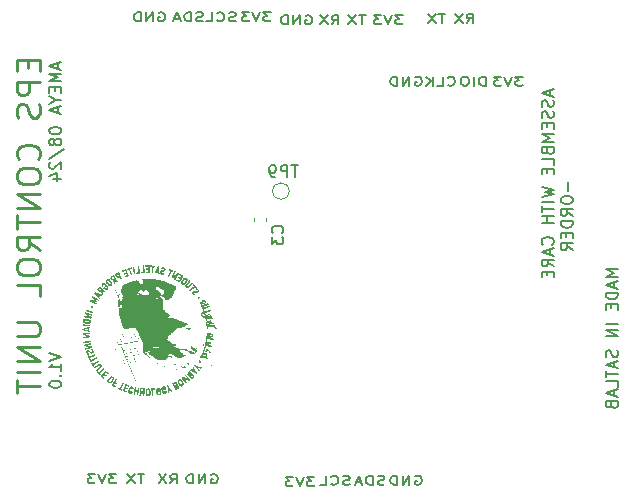
<source format=gbr>
%TF.GenerationSoftware,KiCad,Pcbnew,7.0.2*%
%TF.CreationDate,2024-09-03T13:40:22+05:30*%
%TF.ProjectId,EPS_ControlUnit,4550535f-436f-46e7-9472-6f6c556e6974,rev?*%
%TF.SameCoordinates,Original*%
%TF.FileFunction,Legend,Bot*%
%TF.FilePolarity,Positive*%
%FSLAX46Y46*%
G04 Gerber Fmt 4.6, Leading zero omitted, Abs format (unit mm)*
G04 Created by KiCad (PCBNEW 7.0.2) date 2024-09-03 13:40:22*
%MOMM*%
%LPD*%
G01*
G04 APERTURE LIST*
%ADD10C,0.150000*%
%ADD11C,0.250000*%
%ADD12C,0.120000*%
G04 APERTURE END LIST*
D10*
X154566808Y-80483964D02*
X154566808Y-79733964D01*
X154566808Y-79733964D02*
X154328713Y-79733964D01*
X154328713Y-79733964D02*
X154185856Y-79769678D01*
X154185856Y-79769678D02*
X154090618Y-79841107D01*
X154090618Y-79841107D02*
X154042999Y-79912535D01*
X154042999Y-79912535D02*
X153995380Y-80055392D01*
X153995380Y-80055392D02*
X153995380Y-80162535D01*
X153995380Y-80162535D02*
X154042999Y-80305392D01*
X154042999Y-80305392D02*
X154090618Y-80376821D01*
X154090618Y-80376821D02*
X154185856Y-80448250D01*
X154185856Y-80448250D02*
X154328713Y-80483964D01*
X154328713Y-80483964D02*
X154566808Y-80483964D01*
X153566808Y-80483964D02*
X153566808Y-79733964D01*
X152900142Y-79733964D02*
X152709666Y-79733964D01*
X152709666Y-79733964D02*
X152614428Y-79769678D01*
X152614428Y-79769678D02*
X152519190Y-79841107D01*
X152519190Y-79841107D02*
X152471571Y-79983964D01*
X152471571Y-79983964D02*
X152471571Y-80233964D01*
X152471571Y-80233964D02*
X152519190Y-80376821D01*
X152519190Y-80376821D02*
X152614428Y-80448250D01*
X152614428Y-80448250D02*
X152709666Y-80483964D01*
X152709666Y-80483964D02*
X152900142Y-80483964D01*
X152900142Y-80483964D02*
X152995380Y-80448250D01*
X152995380Y-80448250D02*
X153090618Y-80376821D01*
X153090618Y-80376821D02*
X153138237Y-80233964D01*
X153138237Y-80233964D02*
X153138237Y-79983964D01*
X153138237Y-79983964D02*
X153090618Y-79841107D01*
X153090618Y-79841107D02*
X152995380Y-79769678D01*
X152995380Y-79769678D02*
X152900142Y-79733964D01*
X140049094Y-113642964D02*
X139430047Y-113642964D01*
X139430047Y-113642964D02*
X139763380Y-113928678D01*
X139763380Y-113928678D02*
X139620523Y-113928678D01*
X139620523Y-113928678D02*
X139525285Y-113964392D01*
X139525285Y-113964392D02*
X139477666Y-114000107D01*
X139477666Y-114000107D02*
X139430047Y-114071535D01*
X139430047Y-114071535D02*
X139430047Y-114250107D01*
X139430047Y-114250107D02*
X139477666Y-114321535D01*
X139477666Y-114321535D02*
X139525285Y-114357250D01*
X139525285Y-114357250D02*
X139620523Y-114392964D01*
X139620523Y-114392964D02*
X139906237Y-114392964D01*
X139906237Y-114392964D02*
X140001475Y-114357250D01*
X140001475Y-114357250D02*
X140049094Y-114321535D01*
X139144332Y-113642964D02*
X138810999Y-114392964D01*
X138810999Y-114392964D02*
X138477666Y-113642964D01*
X138239570Y-113642964D02*
X137620523Y-113642964D01*
X137620523Y-113642964D02*
X137953856Y-113928678D01*
X137953856Y-113928678D02*
X137810999Y-113928678D01*
X137810999Y-113928678D02*
X137715761Y-113964392D01*
X137715761Y-113964392D02*
X137668142Y-114000107D01*
X137668142Y-114000107D02*
X137620523Y-114071535D01*
X137620523Y-114071535D02*
X137620523Y-114250107D01*
X137620523Y-114250107D02*
X137668142Y-114321535D01*
X137668142Y-114321535D02*
X137715761Y-114357250D01*
X137715761Y-114357250D02*
X137810999Y-114392964D01*
X137810999Y-114392964D02*
X138096713Y-114392964D01*
X138096713Y-114392964D02*
X138191951Y-114357250D01*
X138191951Y-114357250D02*
X138239570Y-114321535D01*
X148589904Y-79769678D02*
X148685142Y-79733964D01*
X148685142Y-79733964D02*
X148827999Y-79733964D01*
X148827999Y-79733964D02*
X148970856Y-79769678D01*
X148970856Y-79769678D02*
X149066094Y-79841107D01*
X149066094Y-79841107D02*
X149113713Y-79912535D01*
X149113713Y-79912535D02*
X149161332Y-80055392D01*
X149161332Y-80055392D02*
X149161332Y-80162535D01*
X149161332Y-80162535D02*
X149113713Y-80305392D01*
X149113713Y-80305392D02*
X149066094Y-80376821D01*
X149066094Y-80376821D02*
X148970856Y-80448250D01*
X148970856Y-80448250D02*
X148827999Y-80483964D01*
X148827999Y-80483964D02*
X148732761Y-80483964D01*
X148732761Y-80483964D02*
X148589904Y-80448250D01*
X148589904Y-80448250D02*
X148542285Y-80412535D01*
X148542285Y-80412535D02*
X148542285Y-80162535D01*
X148542285Y-80162535D02*
X148732761Y-80162535D01*
X148113713Y-80483964D02*
X148113713Y-79733964D01*
X148113713Y-79733964D02*
X147542285Y-80483964D01*
X147542285Y-80483964D02*
X147542285Y-79733964D01*
X147066094Y-80483964D02*
X147066094Y-79733964D01*
X147066094Y-79733964D02*
X146827999Y-79733964D01*
X146827999Y-79733964D02*
X146685142Y-79769678D01*
X146685142Y-79769678D02*
X146589904Y-79841107D01*
X146589904Y-79841107D02*
X146542285Y-79912535D01*
X146542285Y-79912535D02*
X146494666Y-80055392D01*
X146494666Y-80055392D02*
X146494666Y-80162535D01*
X146494666Y-80162535D02*
X146542285Y-80305392D01*
X146542285Y-80305392D02*
X146589904Y-80376821D01*
X146589904Y-80376821D02*
X146685142Y-80448250D01*
X146685142Y-80448250D02*
X146827999Y-80483964D01*
X146827999Y-80483964D02*
X147066094Y-80483964D01*
X147542094Y-74526964D02*
X146923047Y-74526964D01*
X146923047Y-74526964D02*
X147256380Y-74812678D01*
X147256380Y-74812678D02*
X147113523Y-74812678D01*
X147113523Y-74812678D02*
X147018285Y-74848392D01*
X147018285Y-74848392D02*
X146970666Y-74884107D01*
X146970666Y-74884107D02*
X146923047Y-74955535D01*
X146923047Y-74955535D02*
X146923047Y-75134107D01*
X146923047Y-75134107D02*
X146970666Y-75205535D01*
X146970666Y-75205535D02*
X147018285Y-75241250D01*
X147018285Y-75241250D02*
X147113523Y-75276964D01*
X147113523Y-75276964D02*
X147399237Y-75276964D01*
X147399237Y-75276964D02*
X147494475Y-75241250D01*
X147494475Y-75241250D02*
X147542094Y-75205535D01*
X146637332Y-74526964D02*
X146303999Y-75276964D01*
X146303999Y-75276964D02*
X145970666Y-74526964D01*
X145732570Y-74526964D02*
X145113523Y-74526964D01*
X145113523Y-74526964D02*
X145446856Y-74812678D01*
X145446856Y-74812678D02*
X145303999Y-74812678D01*
X145303999Y-74812678D02*
X145208761Y-74848392D01*
X145208761Y-74848392D02*
X145161142Y-74884107D01*
X145161142Y-74884107D02*
X145113523Y-74955535D01*
X145113523Y-74955535D02*
X145113523Y-75134107D01*
X145113523Y-75134107D02*
X145161142Y-75205535D01*
X145161142Y-75205535D02*
X145208761Y-75241250D01*
X145208761Y-75241250D02*
X145303999Y-75276964D01*
X145303999Y-75276964D02*
X145589713Y-75276964D01*
X145589713Y-75276964D02*
X145684951Y-75241250D01*
X145684951Y-75241250D02*
X145732570Y-75205535D01*
X145994285Y-114230250D02*
X145851428Y-114265964D01*
X145851428Y-114265964D02*
X145613333Y-114265964D01*
X145613333Y-114265964D02*
X145518095Y-114230250D01*
X145518095Y-114230250D02*
X145470476Y-114194535D01*
X145470476Y-114194535D02*
X145422857Y-114123107D01*
X145422857Y-114123107D02*
X145422857Y-114051678D01*
X145422857Y-114051678D02*
X145470476Y-113980250D01*
X145470476Y-113980250D02*
X145518095Y-113944535D01*
X145518095Y-113944535D02*
X145613333Y-113908821D01*
X145613333Y-113908821D02*
X145803809Y-113873107D01*
X145803809Y-113873107D02*
X145899047Y-113837392D01*
X145899047Y-113837392D02*
X145946666Y-113801678D01*
X145946666Y-113801678D02*
X145994285Y-113730250D01*
X145994285Y-113730250D02*
X145994285Y-113658821D01*
X145994285Y-113658821D02*
X145946666Y-113587392D01*
X145946666Y-113587392D02*
X145899047Y-113551678D01*
X145899047Y-113551678D02*
X145803809Y-113515964D01*
X145803809Y-113515964D02*
X145565714Y-113515964D01*
X145565714Y-113515964D02*
X145422857Y-113551678D01*
X144994285Y-114265964D02*
X144994285Y-113515964D01*
X144994285Y-113515964D02*
X144756190Y-113515964D01*
X144756190Y-113515964D02*
X144613333Y-113551678D01*
X144613333Y-113551678D02*
X144518095Y-113623107D01*
X144518095Y-113623107D02*
X144470476Y-113694535D01*
X144470476Y-113694535D02*
X144422857Y-113837392D01*
X144422857Y-113837392D02*
X144422857Y-113944535D01*
X144422857Y-113944535D02*
X144470476Y-114087392D01*
X144470476Y-114087392D02*
X144518095Y-114158821D01*
X144518095Y-114158821D02*
X144613333Y-114230250D01*
X144613333Y-114230250D02*
X144756190Y-114265964D01*
X144756190Y-114265964D02*
X144994285Y-114265964D01*
X144041904Y-114051678D02*
X143565714Y-114051678D01*
X144137142Y-114265964D02*
X143803809Y-113515964D01*
X143803809Y-113515964D02*
X143470476Y-114265964D01*
X136366094Y-74272964D02*
X135747047Y-74272964D01*
X135747047Y-74272964D02*
X136080380Y-74558678D01*
X136080380Y-74558678D02*
X135937523Y-74558678D01*
X135937523Y-74558678D02*
X135842285Y-74594392D01*
X135842285Y-74594392D02*
X135794666Y-74630107D01*
X135794666Y-74630107D02*
X135747047Y-74701535D01*
X135747047Y-74701535D02*
X135747047Y-74880107D01*
X135747047Y-74880107D02*
X135794666Y-74951535D01*
X135794666Y-74951535D02*
X135842285Y-74987250D01*
X135842285Y-74987250D02*
X135937523Y-75022964D01*
X135937523Y-75022964D02*
X136223237Y-75022964D01*
X136223237Y-75022964D02*
X136318475Y-74987250D01*
X136318475Y-74987250D02*
X136366094Y-74951535D01*
X135461332Y-74272964D02*
X135127999Y-75022964D01*
X135127999Y-75022964D02*
X134794666Y-74272964D01*
X134556570Y-74272964D02*
X133937523Y-74272964D01*
X133937523Y-74272964D02*
X134270856Y-74558678D01*
X134270856Y-74558678D02*
X134127999Y-74558678D01*
X134127999Y-74558678D02*
X134032761Y-74594392D01*
X134032761Y-74594392D02*
X133985142Y-74630107D01*
X133985142Y-74630107D02*
X133937523Y-74701535D01*
X133937523Y-74701535D02*
X133937523Y-74880107D01*
X133937523Y-74880107D02*
X133985142Y-74951535D01*
X133985142Y-74951535D02*
X134032761Y-74987250D01*
X134032761Y-74987250D02*
X134127999Y-75022964D01*
X134127999Y-75022964D02*
X134413713Y-75022964D01*
X134413713Y-75022964D02*
X134508951Y-74987250D01*
X134508951Y-74987250D02*
X134556570Y-74951535D01*
X130627285Y-74987250D02*
X130484428Y-75022964D01*
X130484428Y-75022964D02*
X130246333Y-75022964D01*
X130246333Y-75022964D02*
X130151095Y-74987250D01*
X130151095Y-74987250D02*
X130103476Y-74951535D01*
X130103476Y-74951535D02*
X130055857Y-74880107D01*
X130055857Y-74880107D02*
X130055857Y-74808678D01*
X130055857Y-74808678D02*
X130103476Y-74737250D01*
X130103476Y-74737250D02*
X130151095Y-74701535D01*
X130151095Y-74701535D02*
X130246333Y-74665821D01*
X130246333Y-74665821D02*
X130436809Y-74630107D01*
X130436809Y-74630107D02*
X130532047Y-74594392D01*
X130532047Y-74594392D02*
X130579666Y-74558678D01*
X130579666Y-74558678D02*
X130627285Y-74487250D01*
X130627285Y-74487250D02*
X130627285Y-74415821D01*
X130627285Y-74415821D02*
X130579666Y-74344392D01*
X130579666Y-74344392D02*
X130532047Y-74308678D01*
X130532047Y-74308678D02*
X130436809Y-74272964D01*
X130436809Y-74272964D02*
X130198714Y-74272964D01*
X130198714Y-74272964D02*
X130055857Y-74308678D01*
X129627285Y-75022964D02*
X129627285Y-74272964D01*
X129627285Y-74272964D02*
X129389190Y-74272964D01*
X129389190Y-74272964D02*
X129246333Y-74308678D01*
X129246333Y-74308678D02*
X129151095Y-74380107D01*
X129151095Y-74380107D02*
X129103476Y-74451535D01*
X129103476Y-74451535D02*
X129055857Y-74594392D01*
X129055857Y-74594392D02*
X129055857Y-74701535D01*
X129055857Y-74701535D02*
X129103476Y-74844392D01*
X129103476Y-74844392D02*
X129151095Y-74915821D01*
X129151095Y-74915821D02*
X129246333Y-74987250D01*
X129246333Y-74987250D02*
X129389190Y-75022964D01*
X129389190Y-75022964D02*
X129627285Y-75022964D01*
X128674904Y-74808678D02*
X128198714Y-74808678D01*
X128770142Y-75022964D02*
X128436809Y-74272964D01*
X128436809Y-74272964D02*
X128103476Y-75022964D01*
X157702094Y-79733964D02*
X157083047Y-79733964D01*
X157083047Y-79733964D02*
X157416380Y-80019678D01*
X157416380Y-80019678D02*
X157273523Y-80019678D01*
X157273523Y-80019678D02*
X157178285Y-80055392D01*
X157178285Y-80055392D02*
X157130666Y-80091107D01*
X157130666Y-80091107D02*
X157083047Y-80162535D01*
X157083047Y-80162535D02*
X157083047Y-80341107D01*
X157083047Y-80341107D02*
X157130666Y-80412535D01*
X157130666Y-80412535D02*
X157178285Y-80448250D01*
X157178285Y-80448250D02*
X157273523Y-80483964D01*
X157273523Y-80483964D02*
X157559237Y-80483964D01*
X157559237Y-80483964D02*
X157654475Y-80448250D01*
X157654475Y-80448250D02*
X157702094Y-80412535D01*
X156797332Y-79733964D02*
X156463999Y-80483964D01*
X156463999Y-80483964D02*
X156130666Y-79733964D01*
X155892570Y-79733964D02*
X155273523Y-79733964D01*
X155273523Y-79733964D02*
X155606856Y-80019678D01*
X155606856Y-80019678D02*
X155463999Y-80019678D01*
X155463999Y-80019678D02*
X155368761Y-80055392D01*
X155368761Y-80055392D02*
X155321142Y-80091107D01*
X155321142Y-80091107D02*
X155273523Y-80162535D01*
X155273523Y-80162535D02*
X155273523Y-80341107D01*
X155273523Y-80341107D02*
X155321142Y-80412535D01*
X155321142Y-80412535D02*
X155368761Y-80448250D01*
X155368761Y-80448250D02*
X155463999Y-80483964D01*
X155463999Y-80483964D02*
X155749713Y-80483964D01*
X155749713Y-80483964D02*
X155844951Y-80448250D01*
X155844951Y-80448250D02*
X155892570Y-80412535D01*
X127867666Y-114139964D02*
X128200999Y-113782821D01*
X128439094Y-114139964D02*
X128439094Y-113389964D01*
X128439094Y-113389964D02*
X128058142Y-113389964D01*
X128058142Y-113389964D02*
X127962904Y-113425678D01*
X127962904Y-113425678D02*
X127915285Y-113461392D01*
X127915285Y-113461392D02*
X127867666Y-113532821D01*
X127867666Y-113532821D02*
X127867666Y-113639964D01*
X127867666Y-113639964D02*
X127915285Y-113711392D01*
X127915285Y-113711392D02*
X127962904Y-113747107D01*
X127962904Y-113747107D02*
X128058142Y-113782821D01*
X128058142Y-113782821D02*
X128439094Y-113782821D01*
X127534332Y-113389964D02*
X126867666Y-114139964D01*
X126867666Y-113389964D02*
X127534332Y-114139964D01*
X151344238Y-80412535D02*
X151391857Y-80448250D01*
X151391857Y-80448250D02*
X151534714Y-80483964D01*
X151534714Y-80483964D02*
X151629952Y-80483964D01*
X151629952Y-80483964D02*
X151772809Y-80448250D01*
X151772809Y-80448250D02*
X151868047Y-80376821D01*
X151868047Y-80376821D02*
X151915666Y-80305392D01*
X151915666Y-80305392D02*
X151963285Y-80162535D01*
X151963285Y-80162535D02*
X151963285Y-80055392D01*
X151963285Y-80055392D02*
X151915666Y-79912535D01*
X151915666Y-79912535D02*
X151868047Y-79841107D01*
X151868047Y-79841107D02*
X151772809Y-79769678D01*
X151772809Y-79769678D02*
X151629952Y-79733964D01*
X151629952Y-79733964D02*
X151534714Y-79733964D01*
X151534714Y-79733964D02*
X151391857Y-79769678D01*
X151391857Y-79769678D02*
X151344238Y-79805392D01*
X150439476Y-80483964D02*
X150915666Y-80483964D01*
X150915666Y-80483964D02*
X150915666Y-79733964D01*
X150106142Y-80483964D02*
X150106142Y-79733964D01*
X149534714Y-80483964D02*
X149963285Y-80055392D01*
X149534714Y-79733964D02*
X150106142Y-80162535D01*
X123285094Y-113388964D02*
X122666047Y-113388964D01*
X122666047Y-113388964D02*
X122999380Y-113674678D01*
X122999380Y-113674678D02*
X122856523Y-113674678D01*
X122856523Y-113674678D02*
X122761285Y-113710392D01*
X122761285Y-113710392D02*
X122713666Y-113746107D01*
X122713666Y-113746107D02*
X122666047Y-113817535D01*
X122666047Y-113817535D02*
X122666047Y-113996107D01*
X122666047Y-113996107D02*
X122713666Y-114067535D01*
X122713666Y-114067535D02*
X122761285Y-114103250D01*
X122761285Y-114103250D02*
X122856523Y-114138964D01*
X122856523Y-114138964D02*
X123142237Y-114138964D01*
X123142237Y-114138964D02*
X123237475Y-114103250D01*
X123237475Y-114103250D02*
X123285094Y-114067535D01*
X122380332Y-113388964D02*
X122046999Y-114138964D01*
X122046999Y-114138964D02*
X121713666Y-113388964D01*
X121475570Y-113388964D02*
X120856523Y-113388964D01*
X120856523Y-113388964D02*
X121189856Y-113674678D01*
X121189856Y-113674678D02*
X121046999Y-113674678D01*
X121046999Y-113674678D02*
X120951761Y-113710392D01*
X120951761Y-113710392D02*
X120904142Y-113746107D01*
X120904142Y-113746107D02*
X120856523Y-113817535D01*
X120856523Y-113817535D02*
X120856523Y-113996107D01*
X120856523Y-113996107D02*
X120904142Y-114067535D01*
X120904142Y-114067535D02*
X120951761Y-114103250D01*
X120951761Y-114103250D02*
X121046999Y-114138964D01*
X121046999Y-114138964D02*
X121332713Y-114138964D01*
X121332713Y-114138964D02*
X121427951Y-114103250D01*
X121427951Y-114103250D02*
X121475570Y-114067535D01*
D11*
X115801619Y-78327190D02*
X115801619Y-78993857D01*
X116849238Y-79279571D02*
X116849238Y-78327190D01*
X116849238Y-78327190D02*
X114849238Y-78327190D01*
X114849238Y-78327190D02*
X114849238Y-79279571D01*
X116849238Y-80136714D02*
X114849238Y-80136714D01*
X114849238Y-80136714D02*
X114849238Y-80898619D01*
X114849238Y-80898619D02*
X114944476Y-81089095D01*
X114944476Y-81089095D02*
X115039714Y-81184333D01*
X115039714Y-81184333D02*
X115230190Y-81279571D01*
X115230190Y-81279571D02*
X115515904Y-81279571D01*
X115515904Y-81279571D02*
X115706380Y-81184333D01*
X115706380Y-81184333D02*
X115801619Y-81089095D01*
X115801619Y-81089095D02*
X115896857Y-80898619D01*
X115896857Y-80898619D02*
X115896857Y-80136714D01*
X116754000Y-82041476D02*
X116849238Y-82327190D01*
X116849238Y-82327190D02*
X116849238Y-82803381D01*
X116849238Y-82803381D02*
X116754000Y-82993857D01*
X116754000Y-82993857D02*
X116658761Y-83089095D01*
X116658761Y-83089095D02*
X116468285Y-83184333D01*
X116468285Y-83184333D02*
X116277809Y-83184333D01*
X116277809Y-83184333D02*
X116087333Y-83089095D01*
X116087333Y-83089095D02*
X115992095Y-82993857D01*
X115992095Y-82993857D02*
X115896857Y-82803381D01*
X115896857Y-82803381D02*
X115801619Y-82422428D01*
X115801619Y-82422428D02*
X115706380Y-82231952D01*
X115706380Y-82231952D02*
X115611142Y-82136714D01*
X115611142Y-82136714D02*
X115420666Y-82041476D01*
X115420666Y-82041476D02*
X115230190Y-82041476D01*
X115230190Y-82041476D02*
X115039714Y-82136714D01*
X115039714Y-82136714D02*
X114944476Y-82231952D01*
X114944476Y-82231952D02*
X114849238Y-82422428D01*
X114849238Y-82422428D02*
X114849238Y-82898619D01*
X114849238Y-82898619D02*
X114944476Y-83184333D01*
X116658761Y-86708143D02*
X116754000Y-86612905D01*
X116754000Y-86612905D02*
X116849238Y-86327191D01*
X116849238Y-86327191D02*
X116849238Y-86136715D01*
X116849238Y-86136715D02*
X116754000Y-85851000D01*
X116754000Y-85851000D02*
X116563523Y-85660524D01*
X116563523Y-85660524D02*
X116373047Y-85565286D01*
X116373047Y-85565286D02*
X115992095Y-85470048D01*
X115992095Y-85470048D02*
X115706380Y-85470048D01*
X115706380Y-85470048D02*
X115325428Y-85565286D01*
X115325428Y-85565286D02*
X115134952Y-85660524D01*
X115134952Y-85660524D02*
X114944476Y-85851000D01*
X114944476Y-85851000D02*
X114849238Y-86136715D01*
X114849238Y-86136715D02*
X114849238Y-86327191D01*
X114849238Y-86327191D02*
X114944476Y-86612905D01*
X114944476Y-86612905D02*
X115039714Y-86708143D01*
X114849238Y-87946238D02*
X114849238Y-88327191D01*
X114849238Y-88327191D02*
X114944476Y-88517667D01*
X114944476Y-88517667D02*
X115134952Y-88708143D01*
X115134952Y-88708143D02*
X115515904Y-88803381D01*
X115515904Y-88803381D02*
X116182571Y-88803381D01*
X116182571Y-88803381D02*
X116563523Y-88708143D01*
X116563523Y-88708143D02*
X116754000Y-88517667D01*
X116754000Y-88517667D02*
X116849238Y-88327191D01*
X116849238Y-88327191D02*
X116849238Y-87946238D01*
X116849238Y-87946238D02*
X116754000Y-87755762D01*
X116754000Y-87755762D02*
X116563523Y-87565286D01*
X116563523Y-87565286D02*
X116182571Y-87470048D01*
X116182571Y-87470048D02*
X115515904Y-87470048D01*
X115515904Y-87470048D02*
X115134952Y-87565286D01*
X115134952Y-87565286D02*
X114944476Y-87755762D01*
X114944476Y-87755762D02*
X114849238Y-87946238D01*
X116849238Y-89660524D02*
X114849238Y-89660524D01*
X114849238Y-89660524D02*
X116849238Y-90803381D01*
X116849238Y-90803381D02*
X114849238Y-90803381D01*
X114849238Y-91470048D02*
X114849238Y-92612905D01*
X116849238Y-92041476D02*
X114849238Y-92041476D01*
X116849238Y-94422429D02*
X115896857Y-93755762D01*
X116849238Y-93279572D02*
X114849238Y-93279572D01*
X114849238Y-93279572D02*
X114849238Y-94041477D01*
X114849238Y-94041477D02*
X114944476Y-94231953D01*
X114944476Y-94231953D02*
X115039714Y-94327191D01*
X115039714Y-94327191D02*
X115230190Y-94422429D01*
X115230190Y-94422429D02*
X115515904Y-94422429D01*
X115515904Y-94422429D02*
X115706380Y-94327191D01*
X115706380Y-94327191D02*
X115801619Y-94231953D01*
X115801619Y-94231953D02*
X115896857Y-94041477D01*
X115896857Y-94041477D02*
X115896857Y-93279572D01*
X114849238Y-95660524D02*
X114849238Y-96041477D01*
X114849238Y-96041477D02*
X114944476Y-96231953D01*
X114944476Y-96231953D02*
X115134952Y-96422429D01*
X115134952Y-96422429D02*
X115515904Y-96517667D01*
X115515904Y-96517667D02*
X116182571Y-96517667D01*
X116182571Y-96517667D02*
X116563523Y-96422429D01*
X116563523Y-96422429D02*
X116754000Y-96231953D01*
X116754000Y-96231953D02*
X116849238Y-96041477D01*
X116849238Y-96041477D02*
X116849238Y-95660524D01*
X116849238Y-95660524D02*
X116754000Y-95470048D01*
X116754000Y-95470048D02*
X116563523Y-95279572D01*
X116563523Y-95279572D02*
X116182571Y-95184334D01*
X116182571Y-95184334D02*
X115515904Y-95184334D01*
X115515904Y-95184334D02*
X115134952Y-95279572D01*
X115134952Y-95279572D02*
X114944476Y-95470048D01*
X114944476Y-95470048D02*
X114849238Y-95660524D01*
X116849238Y-98327191D02*
X116849238Y-97374810D01*
X116849238Y-97374810D02*
X114849238Y-97374810D01*
X114849238Y-100517668D02*
X116468285Y-100517668D01*
X116468285Y-100517668D02*
X116658761Y-100612906D01*
X116658761Y-100612906D02*
X116754000Y-100708144D01*
X116754000Y-100708144D02*
X116849238Y-100898620D01*
X116849238Y-100898620D02*
X116849238Y-101279573D01*
X116849238Y-101279573D02*
X116754000Y-101470049D01*
X116754000Y-101470049D02*
X116658761Y-101565287D01*
X116658761Y-101565287D02*
X116468285Y-101660525D01*
X116468285Y-101660525D02*
X114849238Y-101660525D01*
X116849238Y-102612906D02*
X114849238Y-102612906D01*
X114849238Y-102612906D02*
X116849238Y-103755763D01*
X116849238Y-103755763D02*
X114849238Y-103755763D01*
X116849238Y-104708144D02*
X114849238Y-104708144D01*
X114849238Y-105374811D02*
X114849238Y-106517668D01*
X116849238Y-105946239D02*
X114849238Y-105946239D01*
D10*
X141517666Y-75276964D02*
X141850999Y-74919821D01*
X142089094Y-75276964D02*
X142089094Y-74526964D01*
X142089094Y-74526964D02*
X141708142Y-74526964D01*
X141708142Y-74526964D02*
X141612904Y-74562678D01*
X141612904Y-74562678D02*
X141565285Y-74598392D01*
X141565285Y-74598392D02*
X141517666Y-74669821D01*
X141517666Y-74669821D02*
X141517666Y-74776964D01*
X141517666Y-74776964D02*
X141565285Y-74848392D01*
X141565285Y-74848392D02*
X141612904Y-74884107D01*
X141612904Y-74884107D02*
X141708142Y-74919821D01*
X141708142Y-74919821D02*
X142089094Y-74919821D01*
X141184332Y-74526964D02*
X140517666Y-75276964D01*
X140517666Y-74526964D02*
X141184332Y-75276964D01*
X143049475Y-114230250D02*
X142906618Y-114265964D01*
X142906618Y-114265964D02*
X142668523Y-114265964D01*
X142668523Y-114265964D02*
X142573285Y-114230250D01*
X142573285Y-114230250D02*
X142525666Y-114194535D01*
X142525666Y-114194535D02*
X142478047Y-114123107D01*
X142478047Y-114123107D02*
X142478047Y-114051678D01*
X142478047Y-114051678D02*
X142525666Y-113980250D01*
X142525666Y-113980250D02*
X142573285Y-113944535D01*
X142573285Y-113944535D02*
X142668523Y-113908821D01*
X142668523Y-113908821D02*
X142858999Y-113873107D01*
X142858999Y-113873107D02*
X142954237Y-113837392D01*
X142954237Y-113837392D02*
X143001856Y-113801678D01*
X143001856Y-113801678D02*
X143049475Y-113730250D01*
X143049475Y-113730250D02*
X143049475Y-113658821D01*
X143049475Y-113658821D02*
X143001856Y-113587392D01*
X143001856Y-113587392D02*
X142954237Y-113551678D01*
X142954237Y-113551678D02*
X142858999Y-113515964D01*
X142858999Y-113515964D02*
X142620904Y-113515964D01*
X142620904Y-113515964D02*
X142478047Y-113551678D01*
X141478047Y-114194535D02*
X141525666Y-114230250D01*
X141525666Y-114230250D02*
X141668523Y-114265964D01*
X141668523Y-114265964D02*
X141763761Y-114265964D01*
X141763761Y-114265964D02*
X141906618Y-114230250D01*
X141906618Y-114230250D02*
X142001856Y-114158821D01*
X142001856Y-114158821D02*
X142049475Y-114087392D01*
X142049475Y-114087392D02*
X142097094Y-113944535D01*
X142097094Y-113944535D02*
X142097094Y-113837392D01*
X142097094Y-113837392D02*
X142049475Y-113694535D01*
X142049475Y-113694535D02*
X142001856Y-113623107D01*
X142001856Y-113623107D02*
X141906618Y-113551678D01*
X141906618Y-113551678D02*
X141763761Y-113515964D01*
X141763761Y-113515964D02*
X141668523Y-113515964D01*
X141668523Y-113515964D02*
X141525666Y-113551678D01*
X141525666Y-113551678D02*
X141478047Y-113587392D01*
X140573285Y-114265964D02*
X141049475Y-114265964D01*
X141049475Y-114265964D02*
X141049475Y-113515964D01*
X151129904Y-74399964D02*
X150558476Y-74399964D01*
X150844190Y-75149964D02*
X150844190Y-74399964D01*
X150320380Y-74399964D02*
X149653714Y-75149964D01*
X149653714Y-74399964D02*
X150320380Y-75149964D01*
X117622619Y-103092238D02*
X118622619Y-103425571D01*
X118622619Y-103425571D02*
X117622619Y-103758904D01*
X118622619Y-104616047D02*
X118622619Y-104044619D01*
X118622619Y-104330333D02*
X117622619Y-104330333D01*
X117622619Y-104330333D02*
X117765476Y-104235095D01*
X117765476Y-104235095D02*
X117860714Y-104139857D01*
X117860714Y-104139857D02*
X117908333Y-104044619D01*
X118527380Y-105044619D02*
X118575000Y-105092238D01*
X118575000Y-105092238D02*
X118622619Y-105044619D01*
X118622619Y-105044619D02*
X118575000Y-104997000D01*
X118575000Y-104997000D02*
X118527380Y-105044619D01*
X118527380Y-105044619D02*
X118622619Y-105044619D01*
X117622619Y-105711285D02*
X117622619Y-105806523D01*
X117622619Y-105806523D02*
X117670238Y-105901761D01*
X117670238Y-105901761D02*
X117717857Y-105949380D01*
X117717857Y-105949380D02*
X117813095Y-105996999D01*
X117813095Y-105996999D02*
X118003571Y-106044618D01*
X118003571Y-106044618D02*
X118241666Y-106044618D01*
X118241666Y-106044618D02*
X118432142Y-105996999D01*
X118432142Y-105996999D02*
X118527380Y-105949380D01*
X118527380Y-105949380D02*
X118575000Y-105901761D01*
X118575000Y-105901761D02*
X118622619Y-105806523D01*
X118622619Y-105806523D02*
X118622619Y-105711285D01*
X118622619Y-105711285D02*
X118575000Y-105616047D01*
X118575000Y-105616047D02*
X118527380Y-105568428D01*
X118527380Y-105568428D02*
X118432142Y-105520809D01*
X118432142Y-105520809D02*
X118241666Y-105473190D01*
X118241666Y-105473190D02*
X118003571Y-105473190D01*
X118003571Y-105473190D02*
X117813095Y-105520809D01*
X117813095Y-105520809D02*
X117717857Y-105568428D01*
X117717857Y-105568428D02*
X117670238Y-105616047D01*
X117670238Y-105616047D02*
X117622619Y-105711285D01*
X148589904Y-113551678D02*
X148685142Y-113515964D01*
X148685142Y-113515964D02*
X148827999Y-113515964D01*
X148827999Y-113515964D02*
X148970856Y-113551678D01*
X148970856Y-113551678D02*
X149066094Y-113623107D01*
X149066094Y-113623107D02*
X149113713Y-113694535D01*
X149113713Y-113694535D02*
X149161332Y-113837392D01*
X149161332Y-113837392D02*
X149161332Y-113944535D01*
X149161332Y-113944535D02*
X149113713Y-114087392D01*
X149113713Y-114087392D02*
X149066094Y-114158821D01*
X149066094Y-114158821D02*
X148970856Y-114230250D01*
X148970856Y-114230250D02*
X148827999Y-114265964D01*
X148827999Y-114265964D02*
X148732761Y-114265964D01*
X148732761Y-114265964D02*
X148589904Y-114230250D01*
X148589904Y-114230250D02*
X148542285Y-114194535D01*
X148542285Y-114194535D02*
X148542285Y-113944535D01*
X148542285Y-113944535D02*
X148732761Y-113944535D01*
X148113713Y-114265964D02*
X148113713Y-113515964D01*
X148113713Y-113515964D02*
X147542285Y-114265964D01*
X147542285Y-114265964D02*
X147542285Y-113515964D01*
X147066094Y-114265964D02*
X147066094Y-113515964D01*
X147066094Y-113515964D02*
X146827999Y-113515964D01*
X146827999Y-113515964D02*
X146685142Y-113551678D01*
X146685142Y-113551678D02*
X146589904Y-113623107D01*
X146589904Y-113623107D02*
X146542285Y-113694535D01*
X146542285Y-113694535D02*
X146494666Y-113837392D01*
X146494666Y-113837392D02*
X146494666Y-113944535D01*
X146494666Y-113944535D02*
X146542285Y-114087392D01*
X146542285Y-114087392D02*
X146589904Y-114158821D01*
X146589904Y-114158821D02*
X146685142Y-114230250D01*
X146685142Y-114230250D02*
X146827999Y-114265964D01*
X146827999Y-114265964D02*
X147066094Y-114265964D01*
X117622619Y-84248571D02*
X117622619Y-84343809D01*
X117622619Y-84343809D02*
X117670238Y-84439047D01*
X117670238Y-84439047D02*
X117717857Y-84486666D01*
X117717857Y-84486666D02*
X117813095Y-84534285D01*
X117813095Y-84534285D02*
X118003571Y-84581904D01*
X118003571Y-84581904D02*
X118241666Y-84581904D01*
X118241666Y-84581904D02*
X118432142Y-84534285D01*
X118432142Y-84534285D02*
X118527380Y-84486666D01*
X118527380Y-84486666D02*
X118575000Y-84439047D01*
X118575000Y-84439047D02*
X118622619Y-84343809D01*
X118622619Y-84343809D02*
X118622619Y-84248571D01*
X118622619Y-84248571D02*
X118575000Y-84153333D01*
X118575000Y-84153333D02*
X118527380Y-84105714D01*
X118527380Y-84105714D02*
X118432142Y-84058095D01*
X118432142Y-84058095D02*
X118241666Y-84010476D01*
X118241666Y-84010476D02*
X118003571Y-84010476D01*
X118003571Y-84010476D02*
X117813095Y-84058095D01*
X117813095Y-84058095D02*
X117717857Y-84105714D01*
X117717857Y-84105714D02*
X117670238Y-84153333D01*
X117670238Y-84153333D02*
X117622619Y-84248571D01*
X118051190Y-85153333D02*
X118003571Y-85058095D01*
X118003571Y-85058095D02*
X117955952Y-85010476D01*
X117955952Y-85010476D02*
X117860714Y-84962857D01*
X117860714Y-84962857D02*
X117813095Y-84962857D01*
X117813095Y-84962857D02*
X117717857Y-85010476D01*
X117717857Y-85010476D02*
X117670238Y-85058095D01*
X117670238Y-85058095D02*
X117622619Y-85153333D01*
X117622619Y-85153333D02*
X117622619Y-85343809D01*
X117622619Y-85343809D02*
X117670238Y-85439047D01*
X117670238Y-85439047D02*
X117717857Y-85486666D01*
X117717857Y-85486666D02*
X117813095Y-85534285D01*
X117813095Y-85534285D02*
X117860714Y-85534285D01*
X117860714Y-85534285D02*
X117955952Y-85486666D01*
X117955952Y-85486666D02*
X118003571Y-85439047D01*
X118003571Y-85439047D02*
X118051190Y-85343809D01*
X118051190Y-85343809D02*
X118051190Y-85153333D01*
X118051190Y-85153333D02*
X118098809Y-85058095D01*
X118098809Y-85058095D02*
X118146428Y-85010476D01*
X118146428Y-85010476D02*
X118241666Y-84962857D01*
X118241666Y-84962857D02*
X118432142Y-84962857D01*
X118432142Y-84962857D02*
X118527380Y-85010476D01*
X118527380Y-85010476D02*
X118575000Y-85058095D01*
X118575000Y-85058095D02*
X118622619Y-85153333D01*
X118622619Y-85153333D02*
X118622619Y-85343809D01*
X118622619Y-85343809D02*
X118575000Y-85439047D01*
X118575000Y-85439047D02*
X118527380Y-85486666D01*
X118527380Y-85486666D02*
X118432142Y-85534285D01*
X118432142Y-85534285D02*
X118241666Y-85534285D01*
X118241666Y-85534285D02*
X118146428Y-85486666D01*
X118146428Y-85486666D02*
X118098809Y-85439047D01*
X118098809Y-85439047D02*
X118051190Y-85343809D01*
X117575000Y-86677142D02*
X118860714Y-85820000D01*
X117717857Y-86962857D02*
X117670238Y-87010476D01*
X117670238Y-87010476D02*
X117622619Y-87105714D01*
X117622619Y-87105714D02*
X117622619Y-87343809D01*
X117622619Y-87343809D02*
X117670238Y-87439047D01*
X117670238Y-87439047D02*
X117717857Y-87486666D01*
X117717857Y-87486666D02*
X117813095Y-87534285D01*
X117813095Y-87534285D02*
X117908333Y-87534285D01*
X117908333Y-87534285D02*
X118051190Y-87486666D01*
X118051190Y-87486666D02*
X118622619Y-86915238D01*
X118622619Y-86915238D02*
X118622619Y-87534285D01*
X117955952Y-88391428D02*
X118622619Y-88391428D01*
X117575000Y-88153333D02*
X118289285Y-87915238D01*
X118289285Y-87915238D02*
X118289285Y-88534285D01*
X160023904Y-80835476D02*
X160023904Y-81311666D01*
X160309619Y-80740238D02*
X159309619Y-81073571D01*
X159309619Y-81073571D02*
X160309619Y-81406904D01*
X160262000Y-81692619D02*
X160309619Y-81835476D01*
X160309619Y-81835476D02*
X160309619Y-82073571D01*
X160309619Y-82073571D02*
X160262000Y-82168809D01*
X160262000Y-82168809D02*
X160214380Y-82216428D01*
X160214380Y-82216428D02*
X160119142Y-82264047D01*
X160119142Y-82264047D02*
X160023904Y-82264047D01*
X160023904Y-82264047D02*
X159928666Y-82216428D01*
X159928666Y-82216428D02*
X159881047Y-82168809D01*
X159881047Y-82168809D02*
X159833428Y-82073571D01*
X159833428Y-82073571D02*
X159785809Y-81883095D01*
X159785809Y-81883095D02*
X159738190Y-81787857D01*
X159738190Y-81787857D02*
X159690571Y-81740238D01*
X159690571Y-81740238D02*
X159595333Y-81692619D01*
X159595333Y-81692619D02*
X159500095Y-81692619D01*
X159500095Y-81692619D02*
X159404857Y-81740238D01*
X159404857Y-81740238D02*
X159357238Y-81787857D01*
X159357238Y-81787857D02*
X159309619Y-81883095D01*
X159309619Y-81883095D02*
X159309619Y-82121190D01*
X159309619Y-82121190D02*
X159357238Y-82264047D01*
X160262000Y-82645000D02*
X160309619Y-82787857D01*
X160309619Y-82787857D02*
X160309619Y-83025952D01*
X160309619Y-83025952D02*
X160262000Y-83121190D01*
X160262000Y-83121190D02*
X160214380Y-83168809D01*
X160214380Y-83168809D02*
X160119142Y-83216428D01*
X160119142Y-83216428D02*
X160023904Y-83216428D01*
X160023904Y-83216428D02*
X159928666Y-83168809D01*
X159928666Y-83168809D02*
X159881047Y-83121190D01*
X159881047Y-83121190D02*
X159833428Y-83025952D01*
X159833428Y-83025952D02*
X159785809Y-82835476D01*
X159785809Y-82835476D02*
X159738190Y-82740238D01*
X159738190Y-82740238D02*
X159690571Y-82692619D01*
X159690571Y-82692619D02*
X159595333Y-82645000D01*
X159595333Y-82645000D02*
X159500095Y-82645000D01*
X159500095Y-82645000D02*
X159404857Y-82692619D01*
X159404857Y-82692619D02*
X159357238Y-82740238D01*
X159357238Y-82740238D02*
X159309619Y-82835476D01*
X159309619Y-82835476D02*
X159309619Y-83073571D01*
X159309619Y-83073571D02*
X159357238Y-83216428D01*
X159785809Y-83645000D02*
X159785809Y-83978333D01*
X160309619Y-84121190D02*
X160309619Y-83645000D01*
X160309619Y-83645000D02*
X159309619Y-83645000D01*
X159309619Y-83645000D02*
X159309619Y-84121190D01*
X160309619Y-84549762D02*
X159309619Y-84549762D01*
X159309619Y-84549762D02*
X160023904Y-84883095D01*
X160023904Y-84883095D02*
X159309619Y-85216428D01*
X159309619Y-85216428D02*
X160309619Y-85216428D01*
X159785809Y-86025952D02*
X159833428Y-86168809D01*
X159833428Y-86168809D02*
X159881047Y-86216428D01*
X159881047Y-86216428D02*
X159976285Y-86264047D01*
X159976285Y-86264047D02*
X160119142Y-86264047D01*
X160119142Y-86264047D02*
X160214380Y-86216428D01*
X160214380Y-86216428D02*
X160262000Y-86168809D01*
X160262000Y-86168809D02*
X160309619Y-86073571D01*
X160309619Y-86073571D02*
X160309619Y-85692619D01*
X160309619Y-85692619D02*
X159309619Y-85692619D01*
X159309619Y-85692619D02*
X159309619Y-86025952D01*
X159309619Y-86025952D02*
X159357238Y-86121190D01*
X159357238Y-86121190D02*
X159404857Y-86168809D01*
X159404857Y-86168809D02*
X159500095Y-86216428D01*
X159500095Y-86216428D02*
X159595333Y-86216428D01*
X159595333Y-86216428D02*
X159690571Y-86168809D01*
X159690571Y-86168809D02*
X159738190Y-86121190D01*
X159738190Y-86121190D02*
X159785809Y-86025952D01*
X159785809Y-86025952D02*
X159785809Y-85692619D01*
X160309619Y-87168809D02*
X160309619Y-86692619D01*
X160309619Y-86692619D02*
X159309619Y-86692619D01*
X159785809Y-87502143D02*
X159785809Y-87835476D01*
X160309619Y-87978333D02*
X160309619Y-87502143D01*
X160309619Y-87502143D02*
X159309619Y-87502143D01*
X159309619Y-87502143D02*
X159309619Y-87978333D01*
X159309619Y-89073572D02*
X160309619Y-89311667D01*
X160309619Y-89311667D02*
X159595333Y-89502143D01*
X159595333Y-89502143D02*
X160309619Y-89692619D01*
X160309619Y-89692619D02*
X159309619Y-89930715D01*
X160309619Y-90311667D02*
X159309619Y-90311667D01*
X159309619Y-90645000D02*
X159309619Y-91216428D01*
X160309619Y-90930714D02*
X159309619Y-90930714D01*
X160309619Y-91549762D02*
X159309619Y-91549762D01*
X159785809Y-91549762D02*
X159785809Y-92121190D01*
X160309619Y-92121190D02*
X159309619Y-92121190D01*
X160214380Y-93930714D02*
X160262000Y-93883095D01*
X160262000Y-93883095D02*
X160309619Y-93740238D01*
X160309619Y-93740238D02*
X160309619Y-93645000D01*
X160309619Y-93645000D02*
X160262000Y-93502143D01*
X160262000Y-93502143D02*
X160166761Y-93406905D01*
X160166761Y-93406905D02*
X160071523Y-93359286D01*
X160071523Y-93359286D02*
X159881047Y-93311667D01*
X159881047Y-93311667D02*
X159738190Y-93311667D01*
X159738190Y-93311667D02*
X159547714Y-93359286D01*
X159547714Y-93359286D02*
X159452476Y-93406905D01*
X159452476Y-93406905D02*
X159357238Y-93502143D01*
X159357238Y-93502143D02*
X159309619Y-93645000D01*
X159309619Y-93645000D02*
X159309619Y-93740238D01*
X159309619Y-93740238D02*
X159357238Y-93883095D01*
X159357238Y-93883095D02*
X159404857Y-93930714D01*
X160023904Y-94311667D02*
X160023904Y-94787857D01*
X160309619Y-94216429D02*
X159309619Y-94549762D01*
X159309619Y-94549762D02*
X160309619Y-94883095D01*
X160309619Y-95787857D02*
X159833428Y-95454524D01*
X160309619Y-95216429D02*
X159309619Y-95216429D01*
X159309619Y-95216429D02*
X159309619Y-95597381D01*
X159309619Y-95597381D02*
X159357238Y-95692619D01*
X159357238Y-95692619D02*
X159404857Y-95740238D01*
X159404857Y-95740238D02*
X159500095Y-95787857D01*
X159500095Y-95787857D02*
X159642952Y-95787857D01*
X159642952Y-95787857D02*
X159738190Y-95740238D01*
X159738190Y-95740238D02*
X159785809Y-95692619D01*
X159785809Y-95692619D02*
X159833428Y-95597381D01*
X159833428Y-95597381D02*
X159833428Y-95216429D01*
X159785809Y-96216429D02*
X159785809Y-96549762D01*
X160309619Y-96692619D02*
X160309619Y-96216429D01*
X160309619Y-96216429D02*
X159309619Y-96216429D01*
X159309619Y-96216429D02*
X159309619Y-96692619D01*
X161548666Y-88644999D02*
X161548666Y-89406904D01*
X160929619Y-90073570D02*
X160929619Y-90264046D01*
X160929619Y-90264046D02*
X160977238Y-90359284D01*
X160977238Y-90359284D02*
X161072476Y-90454522D01*
X161072476Y-90454522D02*
X161262952Y-90502141D01*
X161262952Y-90502141D02*
X161596285Y-90502141D01*
X161596285Y-90502141D02*
X161786761Y-90454522D01*
X161786761Y-90454522D02*
X161882000Y-90359284D01*
X161882000Y-90359284D02*
X161929619Y-90264046D01*
X161929619Y-90264046D02*
X161929619Y-90073570D01*
X161929619Y-90073570D02*
X161882000Y-89978332D01*
X161882000Y-89978332D02*
X161786761Y-89883094D01*
X161786761Y-89883094D02*
X161596285Y-89835475D01*
X161596285Y-89835475D02*
X161262952Y-89835475D01*
X161262952Y-89835475D02*
X161072476Y-89883094D01*
X161072476Y-89883094D02*
X160977238Y-89978332D01*
X160977238Y-89978332D02*
X160929619Y-90073570D01*
X161929619Y-91502141D02*
X161453428Y-91168808D01*
X161929619Y-90930713D02*
X160929619Y-90930713D01*
X160929619Y-90930713D02*
X160929619Y-91311665D01*
X160929619Y-91311665D02*
X160977238Y-91406903D01*
X160977238Y-91406903D02*
X161024857Y-91454522D01*
X161024857Y-91454522D02*
X161120095Y-91502141D01*
X161120095Y-91502141D02*
X161262952Y-91502141D01*
X161262952Y-91502141D02*
X161358190Y-91454522D01*
X161358190Y-91454522D02*
X161405809Y-91406903D01*
X161405809Y-91406903D02*
X161453428Y-91311665D01*
X161453428Y-91311665D02*
X161453428Y-90930713D01*
X161929619Y-91930713D02*
X160929619Y-91930713D01*
X160929619Y-91930713D02*
X160929619Y-92168808D01*
X160929619Y-92168808D02*
X160977238Y-92311665D01*
X160977238Y-92311665D02*
X161072476Y-92406903D01*
X161072476Y-92406903D02*
X161167714Y-92454522D01*
X161167714Y-92454522D02*
X161358190Y-92502141D01*
X161358190Y-92502141D02*
X161501047Y-92502141D01*
X161501047Y-92502141D02*
X161691523Y-92454522D01*
X161691523Y-92454522D02*
X161786761Y-92406903D01*
X161786761Y-92406903D02*
X161882000Y-92311665D01*
X161882000Y-92311665D02*
X161929619Y-92168808D01*
X161929619Y-92168808D02*
X161929619Y-91930713D01*
X161405809Y-92930713D02*
X161405809Y-93264046D01*
X161929619Y-93406903D02*
X161929619Y-92930713D01*
X161929619Y-92930713D02*
X160929619Y-92930713D01*
X160929619Y-92930713D02*
X160929619Y-93406903D01*
X161929619Y-94406903D02*
X161453428Y-94073570D01*
X161929619Y-93835475D02*
X160929619Y-93835475D01*
X160929619Y-93835475D02*
X160929619Y-94216427D01*
X160929619Y-94216427D02*
X160977238Y-94311665D01*
X160977238Y-94311665D02*
X161024857Y-94359284D01*
X161024857Y-94359284D02*
X161120095Y-94406903D01*
X161120095Y-94406903D02*
X161262952Y-94406903D01*
X161262952Y-94406903D02*
X161358190Y-94359284D01*
X161358190Y-94359284D02*
X161405809Y-94311665D01*
X161405809Y-94311665D02*
X161453428Y-94216427D01*
X161453428Y-94216427D02*
X161453428Y-93835475D01*
X144398904Y-74526964D02*
X143827476Y-74526964D01*
X144113190Y-75276964D02*
X144113190Y-74526964D01*
X143589380Y-74526964D02*
X142922714Y-75276964D01*
X142922714Y-74526964D02*
X143589380Y-75276964D01*
X131317904Y-113424678D02*
X131413142Y-113388964D01*
X131413142Y-113388964D02*
X131555999Y-113388964D01*
X131555999Y-113388964D02*
X131698856Y-113424678D01*
X131698856Y-113424678D02*
X131794094Y-113496107D01*
X131794094Y-113496107D02*
X131841713Y-113567535D01*
X131841713Y-113567535D02*
X131889332Y-113710392D01*
X131889332Y-113710392D02*
X131889332Y-113817535D01*
X131889332Y-113817535D02*
X131841713Y-113960392D01*
X131841713Y-113960392D02*
X131794094Y-114031821D01*
X131794094Y-114031821D02*
X131698856Y-114103250D01*
X131698856Y-114103250D02*
X131555999Y-114138964D01*
X131555999Y-114138964D02*
X131460761Y-114138964D01*
X131460761Y-114138964D02*
X131317904Y-114103250D01*
X131317904Y-114103250D02*
X131270285Y-114067535D01*
X131270285Y-114067535D02*
X131270285Y-113817535D01*
X131270285Y-113817535D02*
X131460761Y-113817535D01*
X130841713Y-114138964D02*
X130841713Y-113388964D01*
X130841713Y-113388964D02*
X130270285Y-114138964D01*
X130270285Y-114138964D02*
X130270285Y-113388964D01*
X129794094Y-114138964D02*
X129794094Y-113388964D01*
X129794094Y-113388964D02*
X129555999Y-113388964D01*
X129555999Y-113388964D02*
X129413142Y-113424678D01*
X129413142Y-113424678D02*
X129317904Y-113496107D01*
X129317904Y-113496107D02*
X129270285Y-113567535D01*
X129270285Y-113567535D02*
X129222666Y-113710392D01*
X129222666Y-113710392D02*
X129222666Y-113817535D01*
X129222666Y-113817535D02*
X129270285Y-113960392D01*
X129270285Y-113960392D02*
X129317904Y-114031821D01*
X129317904Y-114031821D02*
X129413142Y-114103250D01*
X129413142Y-114103250D02*
X129555999Y-114138964D01*
X129555999Y-114138964D02*
X129794094Y-114138964D01*
X165739619Y-95996095D02*
X164739619Y-95996095D01*
X164739619Y-95996095D02*
X165453904Y-96329428D01*
X165453904Y-96329428D02*
X164739619Y-96662761D01*
X164739619Y-96662761D02*
X165739619Y-96662761D01*
X165453904Y-97091333D02*
X165453904Y-97567523D01*
X165739619Y-96996095D02*
X164739619Y-97329428D01*
X164739619Y-97329428D02*
X165739619Y-97662761D01*
X165739619Y-97996095D02*
X164739619Y-97996095D01*
X164739619Y-97996095D02*
X164739619Y-98234190D01*
X164739619Y-98234190D02*
X164787238Y-98377047D01*
X164787238Y-98377047D02*
X164882476Y-98472285D01*
X164882476Y-98472285D02*
X164977714Y-98519904D01*
X164977714Y-98519904D02*
X165168190Y-98567523D01*
X165168190Y-98567523D02*
X165311047Y-98567523D01*
X165311047Y-98567523D02*
X165501523Y-98519904D01*
X165501523Y-98519904D02*
X165596761Y-98472285D01*
X165596761Y-98472285D02*
X165692000Y-98377047D01*
X165692000Y-98377047D02*
X165739619Y-98234190D01*
X165739619Y-98234190D02*
X165739619Y-97996095D01*
X165215809Y-98996095D02*
X165215809Y-99329428D01*
X165739619Y-99472285D02*
X165739619Y-98996095D01*
X165739619Y-98996095D02*
X164739619Y-98996095D01*
X164739619Y-98996095D02*
X164739619Y-99472285D01*
X165739619Y-100662762D02*
X164739619Y-100662762D01*
X165739619Y-101138952D02*
X164739619Y-101138952D01*
X164739619Y-101138952D02*
X165739619Y-101710380D01*
X165739619Y-101710380D02*
X164739619Y-101710380D01*
X165692000Y-102900857D02*
X165739619Y-103043714D01*
X165739619Y-103043714D02*
X165739619Y-103281809D01*
X165739619Y-103281809D02*
X165692000Y-103377047D01*
X165692000Y-103377047D02*
X165644380Y-103424666D01*
X165644380Y-103424666D02*
X165549142Y-103472285D01*
X165549142Y-103472285D02*
X165453904Y-103472285D01*
X165453904Y-103472285D02*
X165358666Y-103424666D01*
X165358666Y-103424666D02*
X165311047Y-103377047D01*
X165311047Y-103377047D02*
X165263428Y-103281809D01*
X165263428Y-103281809D02*
X165215809Y-103091333D01*
X165215809Y-103091333D02*
X165168190Y-102996095D01*
X165168190Y-102996095D02*
X165120571Y-102948476D01*
X165120571Y-102948476D02*
X165025333Y-102900857D01*
X165025333Y-102900857D02*
X164930095Y-102900857D01*
X164930095Y-102900857D02*
X164834857Y-102948476D01*
X164834857Y-102948476D02*
X164787238Y-102996095D01*
X164787238Y-102996095D02*
X164739619Y-103091333D01*
X164739619Y-103091333D02*
X164739619Y-103329428D01*
X164739619Y-103329428D02*
X164787238Y-103472285D01*
X165453904Y-103853238D02*
X165453904Y-104329428D01*
X165739619Y-103758000D02*
X164739619Y-104091333D01*
X164739619Y-104091333D02*
X165739619Y-104424666D01*
X164739619Y-104615143D02*
X164739619Y-105186571D01*
X165739619Y-104900857D02*
X164739619Y-104900857D01*
X165739619Y-105996095D02*
X165739619Y-105519905D01*
X165739619Y-105519905D02*
X164739619Y-105519905D01*
X165453904Y-106281810D02*
X165453904Y-106758000D01*
X165739619Y-106186572D02*
X164739619Y-106519905D01*
X164739619Y-106519905D02*
X165739619Y-106853238D01*
X165215809Y-107519905D02*
X165263428Y-107662762D01*
X165263428Y-107662762D02*
X165311047Y-107710381D01*
X165311047Y-107710381D02*
X165406285Y-107758000D01*
X165406285Y-107758000D02*
X165549142Y-107758000D01*
X165549142Y-107758000D02*
X165644380Y-107710381D01*
X165644380Y-107710381D02*
X165692000Y-107662762D01*
X165692000Y-107662762D02*
X165739619Y-107567524D01*
X165739619Y-107567524D02*
X165739619Y-107186572D01*
X165739619Y-107186572D02*
X164739619Y-107186572D01*
X164739619Y-107186572D02*
X164739619Y-107519905D01*
X164739619Y-107519905D02*
X164787238Y-107615143D01*
X164787238Y-107615143D02*
X164834857Y-107662762D01*
X164834857Y-107662762D02*
X164930095Y-107710381D01*
X164930095Y-107710381D02*
X165025333Y-107710381D01*
X165025333Y-107710381D02*
X165120571Y-107662762D01*
X165120571Y-107662762D02*
X165168190Y-107615143D01*
X165168190Y-107615143D02*
X165215809Y-107519905D01*
X165215809Y-107519905D02*
X165215809Y-107186572D01*
X126872904Y-74308678D02*
X126968142Y-74272964D01*
X126968142Y-74272964D02*
X127110999Y-74272964D01*
X127110999Y-74272964D02*
X127253856Y-74308678D01*
X127253856Y-74308678D02*
X127349094Y-74380107D01*
X127349094Y-74380107D02*
X127396713Y-74451535D01*
X127396713Y-74451535D02*
X127444332Y-74594392D01*
X127444332Y-74594392D02*
X127444332Y-74701535D01*
X127444332Y-74701535D02*
X127396713Y-74844392D01*
X127396713Y-74844392D02*
X127349094Y-74915821D01*
X127349094Y-74915821D02*
X127253856Y-74987250D01*
X127253856Y-74987250D02*
X127110999Y-75022964D01*
X127110999Y-75022964D02*
X127015761Y-75022964D01*
X127015761Y-75022964D02*
X126872904Y-74987250D01*
X126872904Y-74987250D02*
X126825285Y-74951535D01*
X126825285Y-74951535D02*
X126825285Y-74701535D01*
X126825285Y-74701535D02*
X127015761Y-74701535D01*
X126396713Y-75022964D02*
X126396713Y-74272964D01*
X126396713Y-74272964D02*
X125825285Y-75022964D01*
X125825285Y-75022964D02*
X125825285Y-74272964D01*
X125349094Y-75022964D02*
X125349094Y-74272964D01*
X125349094Y-74272964D02*
X125110999Y-74272964D01*
X125110999Y-74272964D02*
X124968142Y-74308678D01*
X124968142Y-74308678D02*
X124872904Y-74380107D01*
X124872904Y-74380107D02*
X124825285Y-74451535D01*
X124825285Y-74451535D02*
X124777666Y-74594392D01*
X124777666Y-74594392D02*
X124777666Y-74701535D01*
X124777666Y-74701535D02*
X124825285Y-74844392D01*
X124825285Y-74844392D02*
X124872904Y-74915821D01*
X124872904Y-74915821D02*
X124968142Y-74987250D01*
X124968142Y-74987250D02*
X125110999Y-75022964D01*
X125110999Y-75022964D02*
X125349094Y-75022964D01*
X125668904Y-113389964D02*
X125097476Y-113389964D01*
X125383190Y-114139964D02*
X125383190Y-113389964D01*
X124859380Y-113389964D02*
X124192714Y-114139964D01*
X124192714Y-113389964D02*
X124859380Y-114139964D01*
X133397475Y-74987250D02*
X133254618Y-75022964D01*
X133254618Y-75022964D02*
X133016523Y-75022964D01*
X133016523Y-75022964D02*
X132921285Y-74987250D01*
X132921285Y-74987250D02*
X132873666Y-74951535D01*
X132873666Y-74951535D02*
X132826047Y-74880107D01*
X132826047Y-74880107D02*
X132826047Y-74808678D01*
X132826047Y-74808678D02*
X132873666Y-74737250D01*
X132873666Y-74737250D02*
X132921285Y-74701535D01*
X132921285Y-74701535D02*
X133016523Y-74665821D01*
X133016523Y-74665821D02*
X133206999Y-74630107D01*
X133206999Y-74630107D02*
X133302237Y-74594392D01*
X133302237Y-74594392D02*
X133349856Y-74558678D01*
X133349856Y-74558678D02*
X133397475Y-74487250D01*
X133397475Y-74487250D02*
X133397475Y-74415821D01*
X133397475Y-74415821D02*
X133349856Y-74344392D01*
X133349856Y-74344392D02*
X133302237Y-74308678D01*
X133302237Y-74308678D02*
X133206999Y-74272964D01*
X133206999Y-74272964D02*
X132968904Y-74272964D01*
X132968904Y-74272964D02*
X132826047Y-74308678D01*
X131826047Y-74951535D02*
X131873666Y-74987250D01*
X131873666Y-74987250D02*
X132016523Y-75022964D01*
X132016523Y-75022964D02*
X132111761Y-75022964D01*
X132111761Y-75022964D02*
X132254618Y-74987250D01*
X132254618Y-74987250D02*
X132349856Y-74915821D01*
X132349856Y-74915821D02*
X132397475Y-74844392D01*
X132397475Y-74844392D02*
X132445094Y-74701535D01*
X132445094Y-74701535D02*
X132445094Y-74594392D01*
X132445094Y-74594392D02*
X132397475Y-74451535D01*
X132397475Y-74451535D02*
X132349856Y-74380107D01*
X132349856Y-74380107D02*
X132254618Y-74308678D01*
X132254618Y-74308678D02*
X132111761Y-74272964D01*
X132111761Y-74272964D02*
X132016523Y-74272964D01*
X132016523Y-74272964D02*
X131873666Y-74308678D01*
X131873666Y-74308678D02*
X131826047Y-74344392D01*
X130921285Y-75022964D02*
X131397475Y-75022964D01*
X131397475Y-75022964D02*
X131397475Y-74272964D01*
X118336904Y-78549476D02*
X118336904Y-79025666D01*
X118622619Y-78454238D02*
X117622619Y-78787571D01*
X117622619Y-78787571D02*
X118622619Y-79120904D01*
X118622619Y-79454238D02*
X117622619Y-79454238D01*
X117622619Y-79454238D02*
X118336904Y-79787571D01*
X118336904Y-79787571D02*
X117622619Y-80120904D01*
X117622619Y-80120904D02*
X118622619Y-80120904D01*
X118098809Y-80597095D02*
X118098809Y-80930428D01*
X118622619Y-81073285D02*
X118622619Y-80597095D01*
X118622619Y-80597095D02*
X117622619Y-80597095D01*
X117622619Y-80597095D02*
X117622619Y-81073285D01*
X118146428Y-81692333D02*
X118622619Y-81692333D01*
X117622619Y-81359000D02*
X118146428Y-81692333D01*
X118146428Y-81692333D02*
X117622619Y-82025666D01*
X118336904Y-82311381D02*
X118336904Y-82787571D01*
X118622619Y-82216143D02*
X117622619Y-82549476D01*
X117622619Y-82549476D02*
X118622619Y-82882809D01*
X152947666Y-75149964D02*
X153280999Y-74792821D01*
X153519094Y-75149964D02*
X153519094Y-74399964D01*
X153519094Y-74399964D02*
X153138142Y-74399964D01*
X153138142Y-74399964D02*
X153042904Y-74435678D01*
X153042904Y-74435678D02*
X152995285Y-74471392D01*
X152995285Y-74471392D02*
X152947666Y-74542821D01*
X152947666Y-74542821D02*
X152947666Y-74649964D01*
X152947666Y-74649964D02*
X152995285Y-74721392D01*
X152995285Y-74721392D02*
X153042904Y-74757107D01*
X153042904Y-74757107D02*
X153138142Y-74792821D01*
X153138142Y-74792821D02*
X153519094Y-74792821D01*
X152614332Y-74399964D02*
X151947666Y-75149964D01*
X151947666Y-74399964D02*
X152614332Y-75149964D01*
X139318904Y-74562678D02*
X139414142Y-74526964D01*
X139414142Y-74526964D02*
X139556999Y-74526964D01*
X139556999Y-74526964D02*
X139699856Y-74562678D01*
X139699856Y-74562678D02*
X139795094Y-74634107D01*
X139795094Y-74634107D02*
X139842713Y-74705535D01*
X139842713Y-74705535D02*
X139890332Y-74848392D01*
X139890332Y-74848392D02*
X139890332Y-74955535D01*
X139890332Y-74955535D02*
X139842713Y-75098392D01*
X139842713Y-75098392D02*
X139795094Y-75169821D01*
X139795094Y-75169821D02*
X139699856Y-75241250D01*
X139699856Y-75241250D02*
X139556999Y-75276964D01*
X139556999Y-75276964D02*
X139461761Y-75276964D01*
X139461761Y-75276964D02*
X139318904Y-75241250D01*
X139318904Y-75241250D02*
X139271285Y-75205535D01*
X139271285Y-75205535D02*
X139271285Y-74955535D01*
X139271285Y-74955535D02*
X139461761Y-74955535D01*
X138842713Y-75276964D02*
X138842713Y-74526964D01*
X138842713Y-74526964D02*
X138271285Y-75276964D01*
X138271285Y-75276964D02*
X138271285Y-74526964D01*
X137795094Y-75276964D02*
X137795094Y-74526964D01*
X137795094Y-74526964D02*
X137556999Y-74526964D01*
X137556999Y-74526964D02*
X137414142Y-74562678D01*
X137414142Y-74562678D02*
X137318904Y-74634107D01*
X137318904Y-74634107D02*
X137271285Y-74705535D01*
X137271285Y-74705535D02*
X137223666Y-74848392D01*
X137223666Y-74848392D02*
X137223666Y-74955535D01*
X137223666Y-74955535D02*
X137271285Y-75098392D01*
X137271285Y-75098392D02*
X137318904Y-75169821D01*
X137318904Y-75169821D02*
X137414142Y-75241250D01*
X137414142Y-75241250D02*
X137556999Y-75276964D01*
X137556999Y-75276964D02*
X137795094Y-75276964D01*
%TO.C,TP9*%
X138675904Y-87219619D02*
X138104476Y-87219619D01*
X138390190Y-88219619D02*
X138390190Y-87219619D01*
X137771142Y-88219619D02*
X137771142Y-87219619D01*
X137771142Y-87219619D02*
X137390190Y-87219619D01*
X137390190Y-87219619D02*
X137294952Y-87267238D01*
X137294952Y-87267238D02*
X137247333Y-87314857D01*
X137247333Y-87314857D02*
X137199714Y-87410095D01*
X137199714Y-87410095D02*
X137199714Y-87552952D01*
X137199714Y-87552952D02*
X137247333Y-87648190D01*
X137247333Y-87648190D02*
X137294952Y-87695809D01*
X137294952Y-87695809D02*
X137390190Y-87743428D01*
X137390190Y-87743428D02*
X137771142Y-87743428D01*
X136723523Y-88219619D02*
X136533047Y-88219619D01*
X136533047Y-88219619D02*
X136437809Y-88172000D01*
X136437809Y-88172000D02*
X136390190Y-88124380D01*
X136390190Y-88124380D02*
X136294952Y-87981523D01*
X136294952Y-87981523D02*
X136247333Y-87791047D01*
X136247333Y-87791047D02*
X136247333Y-87410095D01*
X136247333Y-87410095D02*
X136294952Y-87314857D01*
X136294952Y-87314857D02*
X136342571Y-87267238D01*
X136342571Y-87267238D02*
X136437809Y-87219619D01*
X136437809Y-87219619D02*
X136628285Y-87219619D01*
X136628285Y-87219619D02*
X136723523Y-87267238D01*
X136723523Y-87267238D02*
X136771142Y-87314857D01*
X136771142Y-87314857D02*
X136818761Y-87410095D01*
X136818761Y-87410095D02*
X136818761Y-87648190D01*
X136818761Y-87648190D02*
X136771142Y-87743428D01*
X136771142Y-87743428D02*
X136723523Y-87791047D01*
X136723523Y-87791047D02*
X136628285Y-87838666D01*
X136628285Y-87838666D02*
X136437809Y-87838666D01*
X136437809Y-87838666D02*
X136342571Y-87791047D01*
X136342571Y-87791047D02*
X136294952Y-87743428D01*
X136294952Y-87743428D02*
X136247333Y-87648190D01*
%TO.C,C3*%
X137339380Y-92938333D02*
X137387000Y-92890714D01*
X137387000Y-92890714D02*
X137434619Y-92747857D01*
X137434619Y-92747857D02*
X137434619Y-92652619D01*
X137434619Y-92652619D02*
X137387000Y-92509762D01*
X137387000Y-92509762D02*
X137291761Y-92414524D01*
X137291761Y-92414524D02*
X137196523Y-92366905D01*
X137196523Y-92366905D02*
X137006047Y-92319286D01*
X137006047Y-92319286D02*
X136863190Y-92319286D01*
X136863190Y-92319286D02*
X136672714Y-92366905D01*
X136672714Y-92366905D02*
X136577476Y-92414524D01*
X136577476Y-92414524D02*
X136482238Y-92509762D01*
X136482238Y-92509762D02*
X136434619Y-92652619D01*
X136434619Y-92652619D02*
X136434619Y-92747857D01*
X136434619Y-92747857D02*
X136482238Y-92890714D01*
X136482238Y-92890714D02*
X136529857Y-92938333D01*
X136434619Y-93271667D02*
X136434619Y-93890714D01*
X136434619Y-93890714D02*
X136815571Y-93557381D01*
X136815571Y-93557381D02*
X136815571Y-93700238D01*
X136815571Y-93700238D02*
X136863190Y-93795476D01*
X136863190Y-93795476D02*
X136910809Y-93843095D01*
X136910809Y-93843095D02*
X137006047Y-93890714D01*
X137006047Y-93890714D02*
X137244142Y-93890714D01*
X137244142Y-93890714D02*
X137339380Y-93843095D01*
X137339380Y-93843095D02*
X137387000Y-93795476D01*
X137387000Y-93795476D02*
X137434619Y-93700238D01*
X137434619Y-93700238D02*
X137434619Y-93414524D01*
X137434619Y-93414524D02*
X137387000Y-93319286D01*
X137387000Y-93319286D02*
X137339380Y-93271667D01*
%TO.C,G\u002A\u002A\u002A*%
G36*
X129056259Y-96020100D02*
G01*
X129052269Y-96024090D01*
X129048279Y-96020100D01*
X129052269Y-96016110D01*
X129056259Y-96020100D01*
G37*
G36*
X129072219Y-96028080D02*
G01*
X129068229Y-96032070D01*
X129064239Y-96028080D01*
X129068229Y-96024090D01*
X129072219Y-96028080D01*
G37*
G36*
X129088179Y-96036060D02*
G01*
X129084189Y-96040049D01*
X129080199Y-96036060D01*
X129084189Y-96032070D01*
X129088179Y-96036060D01*
G37*
G36*
X129223837Y-96107879D02*
G01*
X129219847Y-96111869D01*
X129215857Y-96107879D01*
X129219847Y-96103889D01*
X129223837Y-96107879D01*
G37*
G36*
X129463234Y-96267476D02*
G01*
X129459244Y-96271466D01*
X129455254Y-96267476D01*
X129459244Y-96263487D01*
X129463234Y-96267476D01*
G37*
G36*
X129646771Y-96395155D02*
G01*
X129642781Y-96399145D01*
X129638791Y-96395155D01*
X129642781Y-96391165D01*
X129646771Y-96395155D01*
G37*
G36*
X129702631Y-96435054D02*
G01*
X129698641Y-96439044D01*
X129694651Y-96435054D01*
X129698641Y-96431064D01*
X129702631Y-96435054D01*
G37*
G36*
X129718590Y-96451014D02*
G01*
X129714600Y-96455004D01*
X129710610Y-96451014D01*
X129714600Y-96447024D01*
X129718590Y-96451014D01*
G37*
G36*
X129790409Y-96506873D02*
G01*
X129786419Y-96510863D01*
X129782430Y-96506873D01*
X129786419Y-96502883D01*
X129790409Y-96506873D01*
G37*
G36*
X129854249Y-96554753D02*
G01*
X129850259Y-96558743D01*
X129846269Y-96554753D01*
X129850259Y-96550763D01*
X129854249Y-96554753D01*
G37*
G36*
X129886168Y-96578692D02*
G01*
X129882178Y-96582682D01*
X129878188Y-96578692D01*
X129882178Y-96574702D01*
X129886168Y-96578692D01*
G37*
G36*
X125505207Y-97113345D02*
G01*
X125501217Y-97117335D01*
X125497227Y-97113345D01*
X125501217Y-97109355D01*
X125505207Y-97113345D01*
G37*
G36*
X130676178Y-97336782D02*
G01*
X130672188Y-97340772D01*
X130668198Y-97336782D01*
X130672188Y-97332792D01*
X130676178Y-97336782D01*
G37*
G36*
X123725691Y-97440521D02*
G01*
X123721701Y-97444511D01*
X123717711Y-97440521D01*
X123721701Y-97436531D01*
X123725691Y-97440521D01*
G37*
G36*
X123709731Y-97448501D02*
G01*
X123705741Y-97452491D01*
X123701751Y-97448501D01*
X123705741Y-97444511D01*
X123709731Y-97448501D01*
G37*
G36*
X123693771Y-97456481D02*
G01*
X123689781Y-97460470D01*
X123685791Y-97456481D01*
X123689781Y-97452491D01*
X123693771Y-97456481D01*
G37*
G36*
X123765590Y-97488400D02*
G01*
X123761600Y-97492390D01*
X123757610Y-97488400D01*
X123761600Y-97484410D01*
X123765590Y-97488400D01*
G37*
G36*
X123757610Y-97520320D02*
G01*
X123753620Y-97524310D01*
X123749630Y-97520320D01*
X123753620Y-97516330D01*
X123757610Y-97520320D01*
G37*
G36*
X123566093Y-97528300D02*
G01*
X123562103Y-97532290D01*
X123558113Y-97528300D01*
X123562103Y-97524310D01*
X123566093Y-97528300D01*
G37*
G36*
X123749630Y-97568199D02*
G01*
X123745640Y-97572189D01*
X123741650Y-97568199D01*
X123745640Y-97564209D01*
X123749630Y-97568199D01*
G37*
G36*
X123502254Y-97568199D02*
G01*
X123498264Y-97572189D01*
X123494274Y-97568199D01*
X123498264Y-97564209D01*
X123502254Y-97568199D01*
G37*
G36*
X123741650Y-97608099D02*
G01*
X123737660Y-97612088D01*
X123733670Y-97608099D01*
X123737660Y-97604109D01*
X123741650Y-97608099D01*
G37*
G36*
X123621952Y-97608099D02*
G01*
X123617962Y-97612088D01*
X123613972Y-97608099D01*
X123617962Y-97604109D01*
X123621952Y-97608099D01*
G37*
G36*
X123406495Y-97632038D02*
G01*
X123402505Y-97636028D01*
X123398515Y-97632038D01*
X123402505Y-97628048D01*
X123406495Y-97632038D01*
G37*
G36*
X127005427Y-97640018D02*
G01*
X127001437Y-97644008D01*
X126997447Y-97640018D01*
X127001437Y-97636028D01*
X127005427Y-97640018D01*
G37*
G36*
X123629932Y-97640018D02*
G01*
X123625942Y-97644008D01*
X123621952Y-97640018D01*
X123625942Y-97636028D01*
X123629932Y-97640018D01*
G37*
G36*
X123613972Y-97647998D02*
G01*
X123609982Y-97651988D01*
X123605992Y-97647998D01*
X123609982Y-97644008D01*
X123613972Y-97647998D01*
G37*
G36*
X123725691Y-97663958D02*
G01*
X123721701Y-97667948D01*
X123717711Y-97663958D01*
X123721701Y-97659968D01*
X123725691Y-97663958D01*
G37*
G36*
X123605992Y-97679918D02*
G01*
X123602002Y-97683907D01*
X123598012Y-97679918D01*
X123602002Y-97675928D01*
X123605992Y-97679918D01*
G37*
G36*
X123302756Y-97703857D02*
G01*
X123298766Y-97707847D01*
X123294776Y-97703857D01*
X123298766Y-97699867D01*
X123302756Y-97703857D01*
G37*
G36*
X123598012Y-97735777D02*
G01*
X123594022Y-97739767D01*
X123590032Y-97735777D01*
X123594022Y-97731787D01*
X123598012Y-97735777D01*
G37*
G36*
X123590032Y-97751737D02*
G01*
X123586042Y-97755727D01*
X123582053Y-97751737D01*
X123586042Y-97747747D01*
X123590032Y-97751737D01*
G37*
G36*
X123582053Y-97775676D02*
G01*
X123578063Y-97779666D01*
X123574073Y-97775676D01*
X123578063Y-97771686D01*
X123582053Y-97775676D01*
G37*
G36*
X123175078Y-97799616D02*
G01*
X123171088Y-97803606D01*
X123167098Y-97799616D01*
X123171088Y-97795626D01*
X123175078Y-97799616D01*
G37*
G36*
X123582053Y-97815576D02*
G01*
X123578063Y-97819566D01*
X123574073Y-97815576D01*
X123578063Y-97811586D01*
X123582053Y-97815576D01*
G37*
G36*
X123582053Y-97839515D02*
G01*
X123578063Y-97843505D01*
X123574073Y-97839515D01*
X123578063Y-97835525D01*
X123582053Y-97839515D01*
G37*
G36*
X128737064Y-97895375D02*
G01*
X128733074Y-97899365D01*
X128729084Y-97895375D01*
X128733074Y-97891385D01*
X128737064Y-97895375D01*
G37*
G36*
X128705144Y-97935274D02*
G01*
X128701154Y-97939264D01*
X128697164Y-97935274D01*
X128701154Y-97931284D01*
X128705144Y-97935274D01*
G37*
G36*
X123566093Y-97935274D02*
G01*
X123562103Y-97939264D01*
X123558113Y-97935274D01*
X123562103Y-97931284D01*
X123566093Y-97935274D01*
G37*
G36*
X122640425Y-98286389D02*
G01*
X122636435Y-98290379D01*
X122632445Y-98286389D01*
X122636435Y-98282399D01*
X122640425Y-98286389D01*
G37*
G36*
X127364522Y-98342249D02*
G01*
X127360532Y-98346239D01*
X127356542Y-98342249D01*
X127360532Y-98338259D01*
X127364522Y-98342249D01*
G37*
G36*
X127037346Y-98398108D02*
G01*
X127033356Y-98402098D01*
X127029366Y-98398108D01*
X127033356Y-98394118D01*
X127037346Y-98398108D01*
G37*
G36*
X122504767Y-98438007D02*
G01*
X122500777Y-98441997D01*
X122496787Y-98438007D01*
X122500777Y-98434017D01*
X122504767Y-98438007D01*
G37*
G36*
X123773570Y-98621545D02*
G01*
X123769580Y-98625535D01*
X123765590Y-98621545D01*
X123769580Y-98617555D01*
X123773570Y-98621545D01*
G37*
G36*
X122305270Y-98693364D02*
G01*
X122301280Y-98697354D01*
X122297290Y-98693364D01*
X122301280Y-98689374D01*
X122305270Y-98693364D01*
G37*
G36*
X122241430Y-98781143D02*
G01*
X122237441Y-98785133D01*
X122233451Y-98781143D01*
X122237441Y-98777153D01*
X122241430Y-98781143D01*
G37*
G36*
X122225471Y-98805082D02*
G01*
X122221481Y-98809072D01*
X122217491Y-98805082D01*
X122221481Y-98801093D01*
X122225471Y-98805082D01*
G37*
G36*
X122209511Y-98829022D02*
G01*
X122205521Y-98833012D01*
X122201531Y-98829022D01*
X122205521Y-98825032D01*
X122209511Y-98829022D01*
G37*
G36*
X123685791Y-98908821D02*
G01*
X123681801Y-98912811D01*
X123677811Y-98908821D01*
X123681801Y-98904831D01*
X123685791Y-98908821D01*
G37*
G36*
X123677811Y-98932761D02*
G01*
X123673821Y-98936751D01*
X123669831Y-98932761D01*
X123673821Y-98928771D01*
X123677811Y-98932761D01*
G37*
G36*
X122073853Y-99044479D02*
G01*
X122069863Y-99048469D01*
X122065873Y-99044479D01*
X122069863Y-99040489D01*
X122073853Y-99044479D01*
G37*
G36*
X122049913Y-99084379D02*
G01*
X122045923Y-99088369D01*
X122041933Y-99084379D01*
X122045923Y-99080389D01*
X122049913Y-99084379D01*
G37*
G36*
X123629932Y-99108318D02*
G01*
X123625942Y-99112308D01*
X123621952Y-99108318D01*
X123625942Y-99104328D01*
X123629932Y-99108318D01*
G37*
G36*
X121954154Y-99259936D02*
G01*
X121950164Y-99263926D01*
X121946174Y-99259936D01*
X121950164Y-99255946D01*
X121954154Y-99259936D01*
G37*
G36*
X123701751Y-99475394D02*
G01*
X123697761Y-99479383D01*
X123693771Y-99475394D01*
X123697761Y-99471404D01*
X123701751Y-99475394D01*
G37*
G36*
X121842436Y-99491353D02*
G01*
X121838446Y-99495343D01*
X121834456Y-99491353D01*
X121838446Y-99487363D01*
X121842436Y-99491353D01*
G37*
G36*
X123701751Y-99627011D02*
G01*
X123697761Y-99631001D01*
X123693771Y-99627011D01*
X123697761Y-99623022D01*
X123701751Y-99627011D01*
G37*
G36*
X127540080Y-99690851D02*
G01*
X127536090Y-99694841D01*
X127532100Y-99690851D01*
X127536090Y-99686861D01*
X127540080Y-99690851D01*
G37*
G36*
X121738697Y-99746710D02*
G01*
X121734707Y-99750700D01*
X121730717Y-99746710D01*
X121734707Y-99742720D01*
X121738697Y-99746710D01*
G37*
G36*
X121682838Y-99906308D02*
G01*
X121678848Y-99910298D01*
X121674858Y-99906308D01*
X121678848Y-99902318D01*
X121682838Y-99906308D01*
G37*
G36*
X121658898Y-99986107D02*
G01*
X121654908Y-99990097D01*
X121650918Y-99986107D01*
X121654908Y-99982117D01*
X121658898Y-99986107D01*
G37*
G36*
X121587079Y-100257423D02*
G01*
X121583089Y-100261413D01*
X121579099Y-100257423D01*
X121583089Y-100253433D01*
X121587079Y-100257423D01*
G37*
G36*
X124627419Y-101063392D02*
G01*
X124623429Y-101067382D01*
X124619439Y-101063392D01*
X124623429Y-101059402D01*
X124627419Y-101063392D01*
G37*
G36*
X124659338Y-101135211D02*
G01*
X124655348Y-101139201D01*
X124651358Y-101135211D01*
X124655348Y-101131221D01*
X124659338Y-101135211D01*
G37*
G36*
X123981047Y-101143191D02*
G01*
X123977057Y-101147181D01*
X123973067Y-101143191D01*
X123977057Y-101139201D01*
X123981047Y-101143191D01*
G37*
G36*
X124667318Y-101151171D02*
G01*
X124663328Y-101155161D01*
X124659338Y-101151171D01*
X124663328Y-101147181D01*
X124667318Y-101151171D01*
G37*
G36*
X124324183Y-101151171D02*
G01*
X124320193Y-101155161D01*
X124316203Y-101151171D01*
X124320193Y-101147181D01*
X124324183Y-101151171D01*
G37*
G36*
X124739137Y-101167131D02*
G01*
X124735147Y-101171121D01*
X124731157Y-101167131D01*
X124735147Y-101163141D01*
X124739137Y-101167131D01*
G37*
G36*
X124332162Y-101167131D02*
G01*
X124328173Y-101171121D01*
X124324183Y-101167131D01*
X124328173Y-101163141D01*
X124332162Y-101167131D01*
G37*
G36*
X124340142Y-101183091D02*
G01*
X124336152Y-101187081D01*
X124332162Y-101183091D01*
X124336152Y-101179101D01*
X124340142Y-101183091D01*
G37*
G36*
X123661851Y-101199050D02*
G01*
X123657861Y-101203040D01*
X123653872Y-101199050D01*
X123657861Y-101195060D01*
X123661851Y-101199050D01*
G37*
G36*
X124012967Y-101215010D02*
G01*
X124008977Y-101219000D01*
X124004987Y-101215010D01*
X124008977Y-101211020D01*
X124012967Y-101215010D01*
G37*
G36*
X123669831Y-101215010D02*
G01*
X123665841Y-101219000D01*
X123661851Y-101215010D01*
X123665841Y-101211020D01*
X123669831Y-101215010D01*
G37*
G36*
X123342656Y-101254910D02*
G01*
X123338666Y-101258900D01*
X123334676Y-101254910D01*
X123338666Y-101250920D01*
X123342656Y-101254910D01*
G37*
G36*
X123350636Y-101270869D02*
G01*
X123346646Y-101274859D01*
X123342656Y-101270869D01*
X123346646Y-101266880D01*
X123350636Y-101270869D01*
G37*
G36*
X124731157Y-101294809D02*
G01*
X124727167Y-101298799D01*
X124723177Y-101294809D01*
X124727167Y-101290819D01*
X124731157Y-101294809D01*
G37*
G36*
X124739137Y-101310769D02*
G01*
X124735147Y-101314759D01*
X124731157Y-101310769D01*
X124735147Y-101306779D01*
X124739137Y-101310769D01*
G37*
G36*
X124954594Y-101326729D02*
G01*
X124950604Y-101330719D01*
X124946614Y-101326729D01*
X124950604Y-101322739D01*
X124954594Y-101326729D01*
G37*
G36*
X124747117Y-101326729D02*
G01*
X124743127Y-101330719D01*
X124739137Y-101326729D01*
X124743127Y-101322739D01*
X124747117Y-101326729D01*
G37*
G36*
X124842876Y-101350668D02*
G01*
X124838886Y-101354658D01*
X124834896Y-101350668D01*
X124838886Y-101346678D01*
X124842876Y-101350668D01*
G37*
G36*
X124419941Y-101358648D02*
G01*
X124415951Y-101362638D01*
X124411961Y-101358648D01*
X124415951Y-101354658D01*
X124419941Y-101358648D01*
G37*
G36*
X124691258Y-101374608D02*
G01*
X124687268Y-101378598D01*
X124683278Y-101374608D01*
X124687268Y-101370618D01*
X124691258Y-101374608D01*
G37*
G36*
X124779036Y-101398548D02*
G01*
X124775047Y-101402538D01*
X124771057Y-101398548D01*
X124775047Y-101394558D01*
X124779036Y-101398548D01*
G37*
G36*
X124539640Y-101406528D02*
G01*
X124535650Y-101410518D01*
X124531660Y-101406528D01*
X124535650Y-101402538D01*
X124539640Y-101406528D01*
G37*
G36*
X124787016Y-101414508D02*
G01*
X124783026Y-101418498D01*
X124779036Y-101414508D01*
X124783026Y-101410518D01*
X124787016Y-101414508D01*
G37*
G36*
X124794996Y-101430467D02*
G01*
X124791006Y-101434457D01*
X124787016Y-101430467D01*
X124791006Y-101426477D01*
X124794996Y-101430467D01*
G37*
G36*
X124348122Y-101438447D02*
G01*
X124344132Y-101442437D01*
X124340142Y-101438447D01*
X124344132Y-101434457D01*
X124348122Y-101438447D01*
G37*
G36*
X124802976Y-101446427D02*
G01*
X124798986Y-101450417D01*
X124794996Y-101446427D01*
X124798986Y-101442437D01*
X124802976Y-101446427D01*
G37*
G36*
X123773570Y-101454407D02*
G01*
X123769580Y-101458397D01*
X123765590Y-101454407D01*
X123769580Y-101450417D01*
X123773570Y-101454407D01*
G37*
G36*
X123781550Y-101470367D02*
G01*
X123777560Y-101474357D01*
X123773570Y-101470367D01*
X123777560Y-101466377D01*
X123781550Y-101470367D01*
G37*
G36*
X123438414Y-101470367D02*
G01*
X123434424Y-101474357D01*
X123430435Y-101470367D01*
X123434424Y-101466377D01*
X123438414Y-101470367D01*
G37*
G36*
X124962574Y-101526226D02*
G01*
X124958584Y-101530216D01*
X124954594Y-101526226D01*
X124958584Y-101522236D01*
X124962574Y-101526226D01*
G37*
G36*
X123462354Y-101526226D02*
G01*
X123458364Y-101530216D01*
X123454374Y-101526226D01*
X123458364Y-101522236D01*
X123462354Y-101526226D01*
G37*
G36*
X124164585Y-101550166D02*
G01*
X124160595Y-101554156D01*
X124156605Y-101550166D01*
X124160595Y-101546176D01*
X124164585Y-101550166D01*
G37*
G36*
X124794996Y-101558146D02*
G01*
X124791006Y-101562136D01*
X124787016Y-101558146D01*
X124791006Y-101554156D01*
X124794996Y-101558146D01*
G37*
G36*
X123478314Y-101566126D02*
G01*
X123474324Y-101570115D01*
X123470334Y-101566126D01*
X123474324Y-101562136D01*
X123478314Y-101566126D01*
G37*
G36*
X121491320Y-101566126D02*
G01*
X121487331Y-101570115D01*
X121483341Y-101566126D01*
X121487331Y-101562136D01*
X121491320Y-101566126D01*
G37*
G36*
X127851295Y-101606025D02*
G01*
X127847305Y-101610015D01*
X127843315Y-101606025D01*
X127847305Y-101602035D01*
X127851295Y-101606025D01*
G37*
G36*
X123246897Y-101637945D02*
G01*
X123242907Y-101641935D01*
X123238917Y-101637945D01*
X123242907Y-101633955D01*
X123246897Y-101637945D01*
G37*
G36*
X124300243Y-101645924D02*
G01*
X124296253Y-101649914D01*
X124292263Y-101645924D01*
X124296253Y-101641935D01*
X124300243Y-101645924D01*
G37*
G36*
X123510233Y-101645924D02*
G01*
X123506244Y-101649914D01*
X123502254Y-101645924D01*
X123506244Y-101641935D01*
X123510233Y-101645924D01*
G37*
G36*
X124898735Y-101661884D02*
G01*
X124894745Y-101665874D01*
X124890755Y-101661884D01*
X124894745Y-101657894D01*
X124898735Y-101661884D01*
G37*
G36*
X124906715Y-101677844D02*
G01*
X124902725Y-101681834D01*
X124898735Y-101677844D01*
X124902725Y-101673854D01*
X124906715Y-101677844D01*
G37*
G36*
X124563579Y-101677844D02*
G01*
X124559589Y-101681834D01*
X124555599Y-101677844D01*
X124559589Y-101673854D01*
X124563579Y-101677844D01*
G37*
G36*
X123526193Y-101677844D02*
G01*
X123522203Y-101681834D01*
X123518213Y-101677844D01*
X123522203Y-101673854D01*
X123526193Y-101677844D01*
G37*
G36*
X123877309Y-101685824D02*
G01*
X123873319Y-101689814D01*
X123869329Y-101685824D01*
X123873319Y-101681834D01*
X123877309Y-101685824D01*
G37*
G36*
X124571559Y-101693804D02*
G01*
X124567569Y-101697794D01*
X124563579Y-101693804D01*
X124567569Y-101689814D01*
X124571559Y-101693804D01*
G37*
G36*
X123534173Y-101693804D02*
G01*
X123530183Y-101697794D01*
X123526193Y-101693804D01*
X123530183Y-101689814D01*
X123534173Y-101693804D01*
G37*
G36*
X123550133Y-101733703D02*
G01*
X123546143Y-101737693D01*
X123542153Y-101733703D01*
X123546143Y-101729713D01*
X123550133Y-101733703D01*
G37*
G36*
X123199018Y-101733703D02*
G01*
X123195028Y-101737693D01*
X123191038Y-101733703D01*
X123195028Y-101729713D01*
X123199018Y-101733703D01*
G37*
G36*
X124252364Y-101757643D02*
G01*
X124248374Y-101761633D01*
X124244384Y-101757643D01*
X124248374Y-101753653D01*
X124252364Y-101757643D01*
G37*
G36*
X123909228Y-101765623D02*
G01*
X123905238Y-101769613D01*
X123901248Y-101765623D01*
X123905238Y-101761633D01*
X123909228Y-101765623D01*
G37*
G36*
X124691258Y-101773603D02*
G01*
X124687268Y-101777593D01*
X124683278Y-101773603D01*
X124687268Y-101769613D01*
X124691258Y-101773603D01*
G37*
G36*
X124260343Y-101773603D02*
G01*
X124256353Y-101777593D01*
X124252364Y-101773603D01*
X124256353Y-101769613D01*
X124260343Y-101773603D01*
G37*
G36*
X124659338Y-101781583D02*
G01*
X124655348Y-101785573D01*
X124651358Y-101781583D01*
X124655348Y-101777593D01*
X124659338Y-101781583D01*
G37*
G36*
X123917208Y-101781583D02*
G01*
X123913218Y-101785573D01*
X123909228Y-101781583D01*
X123913218Y-101777593D01*
X123917208Y-101781583D01*
G37*
G36*
X123925188Y-101797542D02*
G01*
X123921198Y-101801532D01*
X123917208Y-101797542D01*
X123921198Y-101793552D01*
X123925188Y-101797542D01*
G37*
G36*
X124356102Y-101837442D02*
G01*
X124352112Y-101841432D01*
X124348122Y-101837442D01*
X124352112Y-101833452D01*
X124356102Y-101837442D01*
G37*
G36*
X123949128Y-101853402D02*
G01*
X123945138Y-101857392D01*
X123941148Y-101853402D01*
X123945138Y-101849412D01*
X123949128Y-101853402D01*
G37*
G36*
X125273790Y-101869361D02*
G01*
X125269800Y-101873351D01*
X125265810Y-101869361D01*
X125269800Y-101865372D01*
X125273790Y-101869361D01*
G37*
G36*
X124651358Y-101869361D02*
G01*
X124647368Y-101873351D01*
X124643378Y-101869361D01*
X124647368Y-101865372D01*
X124651358Y-101869361D01*
G37*
G36*
X123613972Y-101877341D02*
G01*
X123609982Y-101881331D01*
X123605992Y-101877341D01*
X123609982Y-101873351D01*
X123613972Y-101877341D01*
G37*
G36*
X125178031Y-101885321D02*
G01*
X125174041Y-101889311D01*
X125170051Y-101885321D01*
X125174041Y-101881331D01*
X125178031Y-101885321D01*
G37*
G36*
X123621952Y-101893301D02*
G01*
X123617962Y-101897291D01*
X123613972Y-101893301D01*
X123617962Y-101889311D01*
X123621952Y-101893301D01*
G37*
G36*
X124667318Y-101909261D02*
G01*
X124663328Y-101913251D01*
X124659338Y-101909261D01*
X124663328Y-101905271D01*
X124667318Y-101909261D01*
G37*
G36*
X123629932Y-101909261D02*
G01*
X123625942Y-101913251D01*
X123621952Y-101909261D01*
X123625942Y-101905271D01*
X123629932Y-101909261D01*
G37*
G36*
X124324183Y-101917241D02*
G01*
X124320193Y-101921231D01*
X124316203Y-101917241D01*
X124320193Y-101913251D01*
X124324183Y-101917241D01*
G37*
G36*
X123989027Y-101941181D02*
G01*
X123985037Y-101945170D01*
X123981047Y-101941181D01*
X123985037Y-101937191D01*
X123989027Y-101941181D01*
G37*
G36*
X125042373Y-101973100D02*
G01*
X125038383Y-101977090D01*
X125034393Y-101973100D01*
X125038383Y-101969110D01*
X125042373Y-101973100D01*
G37*
G36*
X123661851Y-101989060D02*
G01*
X123657861Y-101993050D01*
X123653872Y-101989060D01*
X123657861Y-101985070D01*
X123661851Y-101989060D01*
G37*
G36*
X121547180Y-101989060D02*
G01*
X121543190Y-101993050D01*
X121539200Y-101989060D01*
X121543190Y-101985070D01*
X121547180Y-101989060D01*
G37*
G36*
X124531660Y-102005020D02*
G01*
X124527670Y-102009010D01*
X124523680Y-102005020D01*
X124527670Y-102001030D01*
X124531660Y-102005020D01*
G37*
G36*
X123677811Y-102028959D02*
G01*
X123673821Y-102032949D01*
X123669831Y-102028959D01*
X123673821Y-102024969D01*
X123677811Y-102028959D01*
G37*
G36*
X124723177Y-102036939D02*
G01*
X124719187Y-102040929D01*
X124715197Y-102036939D01*
X124719187Y-102032949D01*
X124723177Y-102036939D01*
G37*
G36*
X124156605Y-102068859D02*
G01*
X124152615Y-102072849D01*
X124148625Y-102068859D01*
X124152615Y-102064869D01*
X124156605Y-102068859D01*
G37*
G36*
X123701751Y-102084819D02*
G01*
X123697761Y-102088809D01*
X123693771Y-102084819D01*
X123697761Y-102080829D01*
X123701751Y-102084819D01*
G37*
G36*
X124411961Y-102108758D02*
G01*
X124407971Y-102112748D01*
X124403982Y-102108758D01*
X124407971Y-102104768D01*
X124411961Y-102108758D01*
G37*
G36*
X123773570Y-102140678D02*
G01*
X123769580Y-102144668D01*
X123765590Y-102140678D01*
X123769580Y-102136688D01*
X123773570Y-102140678D01*
G37*
G36*
X121579099Y-102148658D02*
G01*
X121575109Y-102152648D01*
X121571119Y-102148658D01*
X121575109Y-102144668D01*
X121579099Y-102148658D01*
G37*
G36*
X123454374Y-102196537D02*
G01*
X123450384Y-102200527D01*
X123446394Y-102196537D01*
X123450384Y-102192547D01*
X123454374Y-102196537D01*
G37*
G36*
X124100746Y-102204517D02*
G01*
X124096756Y-102208507D01*
X124092766Y-102204517D01*
X124096756Y-102200527D01*
X124100746Y-102204517D01*
G37*
G36*
X124108725Y-102220477D02*
G01*
X124104736Y-102224467D01*
X124100746Y-102220477D01*
X124104736Y-102216487D01*
X124108725Y-102220477D01*
G37*
G36*
X128713124Y-102268356D02*
G01*
X128709134Y-102272346D01*
X128705144Y-102268356D01*
X128709134Y-102264366D01*
X128713124Y-102268356D01*
G37*
G36*
X128689184Y-102276336D02*
G01*
X128685194Y-102280326D01*
X128681204Y-102276336D01*
X128685194Y-102272346D01*
X128689184Y-102276336D01*
G37*
G36*
X123789530Y-102284316D02*
G01*
X123785540Y-102288306D01*
X123781550Y-102284316D01*
X123785540Y-102280326D01*
X123789530Y-102284316D01*
G37*
G36*
X121611019Y-102284316D02*
G01*
X121607029Y-102288306D01*
X121603039Y-102284316D01*
X121607029Y-102280326D01*
X121611019Y-102284316D01*
G37*
G36*
X128298169Y-102348155D02*
G01*
X128294179Y-102352145D01*
X128290189Y-102348155D01*
X128294179Y-102344165D01*
X128298169Y-102348155D01*
G37*
G36*
X128393928Y-102435934D02*
G01*
X128389938Y-102439924D01*
X128385948Y-102435934D01*
X128389938Y-102431944D01*
X128393928Y-102435934D01*
G37*
G36*
X121674858Y-102507753D02*
G01*
X121670868Y-102511743D01*
X121666878Y-102507753D01*
X121670868Y-102503763D01*
X121674858Y-102507753D01*
G37*
G36*
X121690818Y-102555632D02*
G01*
X121686828Y-102559622D01*
X121682838Y-102555632D01*
X121686828Y-102551642D01*
X121690818Y-102555632D01*
G37*
G36*
X129926068Y-102571592D02*
G01*
X129922078Y-102575582D01*
X129918088Y-102571592D01*
X129922078Y-102567602D01*
X129926068Y-102571592D01*
G37*
G36*
X123151138Y-102619471D02*
G01*
X123147148Y-102623461D01*
X123143158Y-102619471D01*
X123147148Y-102615481D01*
X123151138Y-102619471D01*
G37*
G36*
X128330089Y-102627451D02*
G01*
X128326099Y-102631441D01*
X128322109Y-102627451D01*
X128326099Y-102623461D01*
X128330089Y-102627451D01*
G37*
G36*
X123159118Y-102643411D02*
G01*
X123155128Y-102647401D01*
X123151138Y-102643411D01*
X123155128Y-102639421D01*
X123159118Y-102643411D01*
G37*
G36*
X130053746Y-102683311D02*
G01*
X130049756Y-102687301D01*
X130045766Y-102683311D01*
X130049756Y-102679321D01*
X130053746Y-102683311D01*
G37*
G36*
X130093645Y-102691290D02*
G01*
X130089655Y-102695280D01*
X130085665Y-102691290D01*
X130089655Y-102687301D01*
X130093645Y-102691290D01*
G37*
G36*
X123446394Y-102691290D02*
G01*
X123442404Y-102695280D01*
X123438414Y-102691290D01*
X123442404Y-102687301D01*
X123446394Y-102691290D01*
G37*
G36*
X130109605Y-102699270D02*
G01*
X130105615Y-102703260D01*
X130101625Y-102699270D01*
X130105615Y-102695280D01*
X130109605Y-102699270D01*
G37*
G36*
X121746677Y-102715230D02*
G01*
X121742687Y-102719220D01*
X121738697Y-102715230D01*
X121742687Y-102711240D01*
X121746677Y-102715230D01*
G37*
G36*
X123095279Y-102723210D02*
G01*
X123091289Y-102727200D01*
X123087299Y-102723210D01*
X123091289Y-102719220D01*
X123095279Y-102723210D01*
G37*
G36*
X128768983Y-102747150D02*
G01*
X128764993Y-102751140D01*
X128761003Y-102747150D01*
X128764993Y-102743160D01*
X128768983Y-102747150D01*
G37*
G36*
X128792923Y-102763110D02*
G01*
X128788933Y-102767099D01*
X128784943Y-102763110D01*
X128788933Y-102759120D01*
X128792923Y-102763110D01*
G37*
G36*
X121778597Y-102795029D02*
G01*
X121774607Y-102799019D01*
X121770617Y-102795029D01*
X121774607Y-102791039D01*
X121778597Y-102795029D01*
G37*
G36*
X121794556Y-102834929D02*
G01*
X121790566Y-102838918D01*
X121786577Y-102834929D01*
X121790566Y-102830939D01*
X121794556Y-102834929D01*
G37*
G36*
X123302756Y-102994526D02*
G01*
X123298766Y-102998516D01*
X123294776Y-102994526D01*
X123298766Y-102990536D01*
X123302756Y-102994526D01*
G37*
G36*
X123111239Y-103002506D02*
G01*
X123107249Y-103006496D01*
X123103259Y-103002506D01*
X123107249Y-102998516D01*
X123111239Y-103002506D01*
G37*
G36*
X121882335Y-103034426D02*
G01*
X121878345Y-103038416D01*
X121874355Y-103034426D01*
X121878345Y-103030436D01*
X121882335Y-103034426D01*
G37*
G36*
X124523680Y-103154124D02*
G01*
X124519690Y-103158114D01*
X124515700Y-103154124D01*
X124519690Y-103150134D01*
X124523680Y-103154124D01*
G37*
G36*
X121970114Y-103209984D02*
G01*
X121966124Y-103213973D01*
X121962134Y-103209984D01*
X121966124Y-103205994D01*
X121970114Y-103209984D01*
G37*
G36*
X125704704Y-103265843D02*
G01*
X125700714Y-103269833D01*
X125696724Y-103265843D01*
X125700714Y-103261853D01*
X125704704Y-103265843D01*
G37*
G36*
X125696724Y-103289782D02*
G01*
X125692734Y-103293772D01*
X125688744Y-103289782D01*
X125692734Y-103285793D01*
X125696724Y-103289782D01*
G37*
G36*
X125776523Y-103305742D02*
G01*
X125772533Y-103309732D01*
X125768543Y-103305742D01*
X125772533Y-103301752D01*
X125776523Y-103305742D01*
G37*
G36*
X123254877Y-103345642D02*
G01*
X123250887Y-103349632D01*
X123246897Y-103345642D01*
X123250887Y-103341652D01*
X123254877Y-103345642D01*
G37*
G36*
X123262857Y-103361601D02*
G01*
X123258867Y-103365591D01*
X123254877Y-103361601D01*
X123258867Y-103357612D01*
X123262857Y-103361601D01*
G37*
G36*
X125816423Y-103393521D02*
G01*
X125812433Y-103397511D01*
X125808443Y-103393521D01*
X125812433Y-103389531D01*
X125816423Y-103393521D01*
G37*
G36*
X125896222Y-103449380D02*
G01*
X125892232Y-103453370D01*
X125888242Y-103449380D01*
X125892232Y-103445390D01*
X125896222Y-103449380D01*
G37*
G36*
X122105772Y-103449380D02*
G01*
X122101782Y-103453370D01*
X122097792Y-103449380D01*
X122101782Y-103445390D01*
X122105772Y-103449380D01*
G37*
G36*
X126015920Y-103473320D02*
G01*
X126011930Y-103477310D01*
X126007940Y-103473320D01*
X126011930Y-103469330D01*
X126015920Y-103473320D01*
G37*
G36*
X122129712Y-103489280D02*
G01*
X122125722Y-103493270D01*
X122121732Y-103489280D01*
X122125722Y-103485290D01*
X122129712Y-103489280D01*
G37*
G36*
X127923114Y-103497260D02*
G01*
X127919124Y-103501250D01*
X127915135Y-103497260D01*
X127919124Y-103493270D01*
X127923114Y-103497260D01*
G37*
G36*
X127875235Y-103505240D02*
G01*
X127871245Y-103509230D01*
X127867255Y-103505240D01*
X127871245Y-103501250D01*
X127875235Y-103505240D01*
G37*
G36*
X126063799Y-103505240D02*
G01*
X126059809Y-103509230D01*
X126055819Y-103505240D01*
X126059809Y-103501250D01*
X126063799Y-103505240D01*
G37*
G36*
X125984000Y-103513219D02*
G01*
X125980010Y-103517209D01*
X125976020Y-103513219D01*
X125980010Y-103509230D01*
X125984000Y-103513219D01*
G37*
G36*
X124236404Y-103513219D02*
G01*
X124232414Y-103517209D01*
X124228424Y-103513219D01*
X124232414Y-103509230D01*
X124236404Y-103513219D01*
G37*
G36*
X122145672Y-103513219D02*
G01*
X122141682Y-103517209D01*
X122137692Y-103513219D01*
X122141682Y-103509230D01*
X122145672Y-103513219D01*
G37*
G36*
X123933168Y-103545139D02*
G01*
X123929178Y-103549129D01*
X123925188Y-103545139D01*
X123929178Y-103541149D01*
X123933168Y-103545139D01*
G37*
G36*
X128713124Y-103553119D02*
G01*
X128709134Y-103557109D01*
X128705144Y-103553119D01*
X128709134Y-103549129D01*
X128713124Y-103553119D01*
G37*
G36*
X126311176Y-103561099D02*
G01*
X126307186Y-103565089D01*
X126303196Y-103561099D01*
X126307186Y-103557109D01*
X126311176Y-103561099D01*
G37*
G36*
X126087739Y-103569079D02*
G01*
X126083749Y-103573069D01*
X126079759Y-103569079D01*
X126083749Y-103565089D01*
X126087739Y-103569079D01*
G37*
G36*
X126311176Y-103577059D02*
G01*
X126307186Y-103581049D01*
X126303196Y-103577059D01*
X126307186Y-103573069D01*
X126311176Y-103577059D01*
G37*
G36*
X126103699Y-103577059D02*
G01*
X126099709Y-103581049D01*
X126095719Y-103577059D01*
X126099709Y-103573069D01*
X126103699Y-103577059D01*
G37*
G36*
X126031880Y-103577059D02*
G01*
X126027890Y-103581049D01*
X126023900Y-103577059D01*
X126027890Y-103573069D01*
X126031880Y-103577059D01*
G37*
G36*
X126199457Y-103585039D02*
G01*
X126195468Y-103589028D01*
X126191478Y-103585039D01*
X126195468Y-103581049D01*
X126199457Y-103585039D01*
G37*
G36*
X126119659Y-103585039D02*
G01*
X126115669Y-103589028D01*
X126111679Y-103585039D01*
X126115669Y-103581049D01*
X126119659Y-103585039D01*
G37*
G36*
X126167538Y-103608978D02*
G01*
X126163548Y-103612968D01*
X126159558Y-103608978D01*
X126163548Y-103604988D01*
X126167538Y-103608978D01*
G37*
G36*
X126087739Y-103616958D02*
G01*
X126083749Y-103620948D01*
X126079759Y-103616958D01*
X126083749Y-103612968D01*
X126087739Y-103616958D01*
G37*
G36*
X126207437Y-103624938D02*
G01*
X126203447Y-103628928D01*
X126199457Y-103624938D01*
X126203447Y-103620948D01*
X126207437Y-103624938D01*
G37*
G36*
X126135618Y-103640898D02*
G01*
X126131628Y-103644888D01*
X126127638Y-103640898D01*
X126131628Y-103636908D01*
X126135618Y-103640898D01*
G37*
G36*
X124443881Y-103656858D02*
G01*
X124439891Y-103660847D01*
X124435901Y-103656858D01*
X124439891Y-103652868D01*
X124443881Y-103656858D01*
G37*
G36*
X126303196Y-103664837D02*
G01*
X126299206Y-103668827D01*
X126295216Y-103664837D01*
X126299206Y-103660847D01*
X126303196Y-103664837D01*
G37*
G36*
X126343096Y-103672817D02*
G01*
X126339106Y-103676807D01*
X126335116Y-103672817D01*
X126339106Y-103668827D01*
X126343096Y-103672817D01*
G37*
G36*
X126359055Y-103680797D02*
G01*
X126355065Y-103684787D01*
X126351075Y-103680797D01*
X126355065Y-103676807D01*
X126359055Y-103680797D01*
G37*
G36*
X122257390Y-103680797D02*
G01*
X122253400Y-103684787D01*
X122249410Y-103680797D01*
X122253400Y-103676807D01*
X122257390Y-103680797D01*
G37*
G36*
X124100746Y-103712717D02*
G01*
X124096756Y-103716707D01*
X124092766Y-103712717D01*
X124096756Y-103708727D01*
X124100746Y-103712717D01*
G37*
G36*
X126438854Y-103720697D02*
G01*
X126434864Y-103724687D01*
X126430874Y-103720697D01*
X126434864Y-103716707D01*
X126438854Y-103720697D01*
G37*
G36*
X126470774Y-103744636D02*
G01*
X126466784Y-103748626D01*
X126462794Y-103744636D01*
X126466784Y-103740646D01*
X126470774Y-103744636D01*
G37*
G36*
X126486734Y-103752616D02*
G01*
X126482744Y-103756606D01*
X126478754Y-103752616D01*
X126482744Y-103748626D01*
X126486734Y-103752616D01*
G37*
G36*
X126574512Y-103800496D02*
G01*
X126570523Y-103804486D01*
X126566533Y-103800496D01*
X126570523Y-103796506D01*
X126574512Y-103800496D01*
G37*
G36*
X122345169Y-103800496D02*
G01*
X122341179Y-103804486D01*
X122337189Y-103800496D01*
X122341179Y-103796506D01*
X122345169Y-103800496D01*
G37*
G36*
X126510673Y-103808476D02*
G01*
X126506683Y-103812465D01*
X126502693Y-103808476D01*
X126506683Y-103804486D01*
X126510673Y-103808476D01*
G37*
G36*
X127244823Y-103816455D02*
G01*
X127240834Y-103820445D01*
X127236844Y-103816455D01*
X127240834Y-103812465D01*
X127244823Y-103816455D01*
G37*
G36*
X126614412Y-103824435D02*
G01*
X126610422Y-103828425D01*
X126606432Y-103824435D01*
X126610422Y-103820445D01*
X126614412Y-103824435D01*
G37*
G36*
X127524120Y-103904234D02*
G01*
X127520130Y-103908224D01*
X127516140Y-103904234D01*
X127520130Y-103900244D01*
X127524120Y-103904234D01*
G37*
G36*
X122432948Y-103912214D02*
G01*
X122428958Y-103916204D01*
X122424968Y-103912214D01*
X122428958Y-103908224D01*
X122432948Y-103912214D01*
G37*
G36*
X122464867Y-103952114D02*
G01*
X122460878Y-103956104D01*
X122456888Y-103952114D01*
X122460878Y-103948124D01*
X122464867Y-103952114D01*
G37*
G36*
X129255757Y-104007973D02*
G01*
X129251767Y-104011963D01*
X129247777Y-104007973D01*
X129251767Y-104003983D01*
X129255757Y-104007973D01*
G37*
G36*
X129247777Y-104023933D02*
G01*
X129243787Y-104027923D01*
X129239797Y-104023933D01*
X129243787Y-104019943D01*
X129247777Y-104023933D01*
G37*
G36*
X129311616Y-104055852D02*
G01*
X129307626Y-104059842D01*
X129303636Y-104055852D01*
X129307626Y-104051862D01*
X129311616Y-104055852D01*
G37*
G36*
X127978974Y-104087772D02*
G01*
X127974984Y-104091762D01*
X127970994Y-104087772D01*
X127974984Y-104083782D01*
X127978974Y-104087772D01*
G37*
G36*
X127021386Y-104111711D02*
G01*
X127017397Y-104115701D01*
X127013407Y-104111711D01*
X127017397Y-104107722D01*
X127021386Y-104111711D01*
G37*
G36*
X128234330Y-104119691D02*
G01*
X128230340Y-104123681D01*
X128226350Y-104119691D01*
X128230340Y-104115701D01*
X128234330Y-104119691D01*
G37*
G36*
X127061286Y-104127671D02*
G01*
X127057296Y-104131661D01*
X127053306Y-104127671D01*
X127057296Y-104123681D01*
X127061286Y-104127671D01*
G37*
G36*
X127077246Y-104135651D02*
G01*
X127073256Y-104139641D01*
X127069266Y-104135651D01*
X127073256Y-104131661D01*
X127077246Y-104135651D01*
G37*
G36*
X127093206Y-104143631D02*
G01*
X127089216Y-104147621D01*
X127085226Y-104143631D01*
X127089216Y-104139641D01*
X127093206Y-104143631D01*
G37*
G36*
X124268323Y-104143631D02*
G01*
X124264333Y-104147621D01*
X124260343Y-104143631D01*
X124264333Y-104139641D01*
X124268323Y-104143631D01*
G37*
G36*
X128409888Y-104151611D02*
G01*
X128405898Y-104155601D01*
X128401908Y-104151611D01*
X128405898Y-104147621D01*
X128409888Y-104151611D01*
G37*
G36*
X127204924Y-104191510D02*
G01*
X127200934Y-104195500D01*
X127196944Y-104191510D01*
X127200934Y-104187520D01*
X127204924Y-104191510D01*
G37*
G36*
X127300683Y-104223430D02*
G01*
X127296693Y-104227420D01*
X127292703Y-104223430D01*
X127296693Y-104219440D01*
X127300683Y-104223430D01*
G37*
G36*
X127324622Y-104231410D02*
G01*
X127320632Y-104235400D01*
X127316643Y-104231410D01*
X127320632Y-104227420D01*
X127324622Y-104231410D01*
G37*
G36*
X129112118Y-104239390D02*
G01*
X129108129Y-104243380D01*
X129104139Y-104239390D01*
X129108129Y-104235400D01*
X129112118Y-104239390D01*
G37*
G36*
X127340582Y-104239390D02*
G01*
X127336592Y-104243380D01*
X127332602Y-104239390D01*
X127336592Y-104235400D01*
X127340582Y-104239390D01*
G37*
G36*
X127356542Y-104247370D02*
G01*
X127352552Y-104251360D01*
X127348562Y-104247370D01*
X127352552Y-104243380D01*
X127356542Y-104247370D01*
G37*
G36*
X127380482Y-104255350D02*
G01*
X127376492Y-104259339D01*
X127372502Y-104255350D01*
X127376492Y-104251360D01*
X127380482Y-104255350D01*
G37*
G36*
X129096159Y-104263329D02*
G01*
X129092169Y-104267319D01*
X129088179Y-104263329D01*
X129092169Y-104259339D01*
X129096159Y-104263329D01*
G37*
G36*
X127404421Y-104263329D02*
G01*
X127400431Y-104267319D01*
X127396441Y-104263329D01*
X127400431Y-104259339D01*
X127404421Y-104263329D01*
G37*
G36*
X128784943Y-104271309D02*
G01*
X128780953Y-104275299D01*
X128776963Y-104271309D01*
X128780953Y-104267319D01*
X128784943Y-104271309D01*
G37*
G36*
X128816862Y-104287269D02*
G01*
X128812872Y-104291259D01*
X128808883Y-104287269D01*
X128812872Y-104283279D01*
X128816862Y-104287269D01*
G37*
G36*
X127468260Y-104287269D02*
G01*
X127464271Y-104291259D01*
X127460281Y-104287269D01*
X127464271Y-104283279D01*
X127468260Y-104287269D01*
G37*
G36*
X128753023Y-104303229D02*
G01*
X128749033Y-104307219D01*
X128745043Y-104303229D01*
X128749033Y-104299239D01*
X128753023Y-104303229D01*
G37*
G36*
X127564019Y-104319189D02*
G01*
X127560029Y-104323179D01*
X127556039Y-104319189D01*
X127560029Y-104315199D01*
X127564019Y-104319189D01*
G37*
G36*
X127651798Y-104343128D02*
G01*
X127647808Y-104347118D01*
X127643818Y-104343128D01*
X127647808Y-104339138D01*
X127651798Y-104343128D01*
G37*
G36*
X127675738Y-104351108D02*
G01*
X127671748Y-104355098D01*
X127667758Y-104351108D01*
X127671748Y-104347118D01*
X127675738Y-104351108D01*
G37*
G36*
X128904641Y-104359088D02*
G01*
X128900651Y-104363078D01*
X128896661Y-104359088D01*
X128900651Y-104355098D01*
X128904641Y-104359088D01*
G37*
G36*
X127731597Y-104367068D02*
G01*
X127727607Y-104371058D01*
X127723617Y-104367068D01*
X127727607Y-104363078D01*
X127731597Y-104367068D01*
G37*
G36*
X129008380Y-104375048D02*
G01*
X129004390Y-104379038D01*
X129000400Y-104375048D01*
X129004390Y-104371058D01*
X129008380Y-104375048D01*
G37*
G36*
X127763517Y-104375048D02*
G01*
X127759527Y-104379038D01*
X127755537Y-104375048D01*
X127759527Y-104371058D01*
X127763517Y-104375048D01*
G37*
G36*
X127779476Y-104383028D02*
G01*
X127775486Y-104387018D01*
X127771496Y-104383028D01*
X127775486Y-104379038D01*
X127779476Y-104383028D01*
G37*
G36*
X127811396Y-104391008D02*
G01*
X127807406Y-104394998D01*
X127803416Y-104391008D01*
X127807406Y-104387018D01*
X127811396Y-104391008D01*
G37*
G36*
X127978974Y-104430907D02*
G01*
X127974984Y-104434897D01*
X127970994Y-104430907D01*
X127974984Y-104426917D01*
X127978974Y-104430907D01*
G37*
G36*
X128010893Y-104438887D02*
G01*
X128006903Y-104442877D01*
X128002913Y-104438887D01*
X128006903Y-104434897D01*
X128010893Y-104438887D01*
G37*
G36*
X128042813Y-104446867D02*
G01*
X128038823Y-104450857D01*
X128034833Y-104446867D01*
X128038823Y-104442877D01*
X128042813Y-104446867D01*
G37*
G36*
X128074732Y-104454847D02*
G01*
X128070742Y-104458837D01*
X128066752Y-104454847D01*
X128070742Y-104450857D01*
X128074732Y-104454847D01*
G37*
G36*
X128186451Y-104478787D02*
G01*
X128182461Y-104482776D01*
X128178471Y-104478787D01*
X128182461Y-104474797D01*
X128186451Y-104478787D01*
G37*
G36*
X128234330Y-104486766D02*
G01*
X128230340Y-104490756D01*
X128226350Y-104486766D01*
X128230340Y-104482776D01*
X128234330Y-104486766D01*
G37*
G36*
X128282210Y-104494746D02*
G01*
X128278220Y-104498736D01*
X128274230Y-104494746D01*
X128278220Y-104490756D01*
X128282210Y-104494746D01*
G37*
G36*
X128338069Y-104502726D02*
G01*
X128334079Y-104506716D01*
X128330089Y-104502726D01*
X128334079Y-104498736D01*
X128338069Y-104502726D01*
G37*
G36*
X128545546Y-104534646D02*
G01*
X128541556Y-104538636D01*
X128537566Y-104534646D01*
X128541556Y-104530656D01*
X128545546Y-104534646D01*
G37*
G36*
X128617365Y-104542626D02*
G01*
X128613375Y-104546616D01*
X128609385Y-104542626D01*
X128613375Y-104538636D01*
X128617365Y-104542626D01*
G37*
G36*
X128800903Y-104558585D02*
G01*
X128796913Y-104562575D01*
X128792923Y-104558585D01*
X128796913Y-104554596D01*
X128800903Y-104558585D01*
G37*
G36*
X128768983Y-104558585D02*
G01*
X128764993Y-104562575D01*
X128761003Y-104558585D01*
X128764993Y-104554596D01*
X128768983Y-104558585D01*
G37*
G36*
X128888681Y-104566565D02*
G01*
X128884692Y-104570555D01*
X128880702Y-104566565D01*
X128884692Y-104562575D01*
X128888681Y-104566565D01*
G37*
G36*
X123111239Y-104590505D02*
G01*
X123107249Y-104594495D01*
X123103259Y-104590505D01*
X123107249Y-104586515D01*
X123111239Y-104590505D01*
G37*
G36*
X128792923Y-104654344D02*
G01*
X128788933Y-104658334D01*
X128784943Y-104654344D01*
X128788933Y-104650354D01*
X128792923Y-104654344D01*
G37*
G36*
X123214977Y-104670304D02*
G01*
X123210987Y-104674294D01*
X123206998Y-104670304D01*
X123210987Y-104666314D01*
X123214977Y-104670304D01*
G37*
G36*
X123334676Y-104758083D02*
G01*
X123330686Y-104762073D01*
X123326696Y-104758083D01*
X123330686Y-104754093D01*
X123334676Y-104758083D01*
G37*
G36*
X128641305Y-104766063D02*
G01*
X128637315Y-104770053D01*
X128633325Y-104766063D01*
X128637315Y-104762073D01*
X128641305Y-104766063D01*
G37*
G36*
X128617365Y-104782022D02*
G01*
X128613375Y-104786012D01*
X128609385Y-104782022D01*
X128613375Y-104778033D01*
X128617365Y-104782022D01*
G37*
G36*
X123438414Y-104829902D02*
G01*
X123434424Y-104833892D01*
X123430435Y-104829902D01*
X123434424Y-104825912D01*
X123438414Y-104829902D01*
G37*
G36*
X123486294Y-104861821D02*
G01*
X123482304Y-104865811D01*
X123478314Y-104861821D01*
X123482304Y-104857831D01*
X123486294Y-104861821D01*
G37*
G36*
X128473727Y-104877781D02*
G01*
X128469737Y-104881771D01*
X128465747Y-104877781D01*
X128469737Y-104873791D01*
X128473727Y-104877781D01*
G37*
G36*
X128409888Y-104917681D02*
G01*
X128405898Y-104921671D01*
X128401908Y-104917681D01*
X128405898Y-104913691D01*
X128409888Y-104917681D01*
G37*
G36*
X128346049Y-104957580D02*
G01*
X128342059Y-104961570D01*
X128338069Y-104957580D01*
X128342059Y-104953590D01*
X128346049Y-104957580D01*
G37*
G36*
X123653872Y-104965560D02*
G01*
X123649882Y-104969550D01*
X123645892Y-104965560D01*
X123649882Y-104961570D01*
X123653872Y-104965560D01*
G37*
G36*
X128290189Y-104989500D02*
G01*
X128286200Y-104993490D01*
X128282210Y-104989500D01*
X128286200Y-104985510D01*
X128290189Y-104989500D01*
G37*
G36*
X123725691Y-105005459D02*
G01*
X123721701Y-105009449D01*
X123717711Y-105005459D01*
X123721701Y-105001470D01*
X123725691Y-105005459D01*
G37*
G36*
X128218370Y-105029399D02*
G01*
X128214381Y-105033389D01*
X128210391Y-105029399D01*
X128214381Y-105025409D01*
X128218370Y-105029399D01*
G37*
G36*
X123797510Y-105045359D02*
G01*
X123793520Y-105049349D01*
X123789530Y-105045359D01*
X123793520Y-105041369D01*
X123797510Y-105045359D01*
G37*
G36*
X128146551Y-105069299D02*
G01*
X128142561Y-105073289D01*
X128138572Y-105069299D01*
X128142561Y-105065309D01*
X128146551Y-105069299D01*
G37*
G36*
X128130592Y-105077279D02*
G01*
X128126602Y-105081268D01*
X128122612Y-105077279D01*
X128126602Y-105073289D01*
X128130592Y-105077279D01*
G37*
G36*
X128114632Y-105085258D02*
G01*
X128110642Y-105089248D01*
X128106652Y-105085258D01*
X128110642Y-105081268D01*
X128114632Y-105085258D01*
G37*
G36*
X128098672Y-105093238D02*
G01*
X128094682Y-105097228D01*
X128090692Y-105093238D01*
X128094682Y-105089248D01*
X128098672Y-105093238D01*
G37*
G36*
X128082712Y-105101218D02*
G01*
X128078722Y-105105208D01*
X128074732Y-105101218D01*
X128078722Y-105097228D01*
X128082712Y-105101218D01*
G37*
G36*
X128066752Y-105109198D02*
G01*
X128062763Y-105113188D01*
X128058773Y-105109198D01*
X128062763Y-105105208D01*
X128066752Y-105109198D01*
G37*
G36*
X128050793Y-105117178D02*
G01*
X128046803Y-105121168D01*
X128042813Y-105117178D01*
X128046803Y-105113188D01*
X128050793Y-105117178D01*
G37*
G36*
X128034833Y-105125158D02*
G01*
X128030843Y-105129148D01*
X128026853Y-105125158D01*
X128030843Y-105121168D01*
X128034833Y-105125158D01*
G37*
G36*
X128018873Y-105133138D02*
G01*
X128014883Y-105137128D01*
X128010893Y-105133138D01*
X128014883Y-105129148D01*
X128018873Y-105133138D01*
G37*
G36*
X128002913Y-105141118D02*
G01*
X127998923Y-105145108D01*
X127994933Y-105141118D01*
X127998923Y-105137128D01*
X128002913Y-105141118D01*
G37*
G36*
X127986954Y-105149098D02*
G01*
X127982964Y-105153088D01*
X127978974Y-105149098D01*
X127982964Y-105145108D01*
X127986954Y-105149098D01*
G37*
G36*
X127970994Y-105157077D02*
G01*
X127967004Y-105161067D01*
X127963014Y-105157077D01*
X127967004Y-105153088D01*
X127970994Y-105157077D01*
G37*
G36*
X127955034Y-105165057D02*
G01*
X127951044Y-105169047D01*
X127947054Y-105165057D01*
X127951044Y-105161067D01*
X127955034Y-105165057D01*
G37*
G36*
X124068826Y-105181017D02*
G01*
X124064836Y-105185007D01*
X124060846Y-105181017D01*
X124064836Y-105177027D01*
X124068826Y-105181017D01*
G37*
G36*
X127899175Y-105188997D02*
G01*
X127895185Y-105192987D01*
X127891195Y-105188997D01*
X127895185Y-105185007D01*
X127899175Y-105188997D01*
G37*
G36*
X124140645Y-105212937D02*
G01*
X124136655Y-105216927D01*
X124132665Y-105212937D01*
X124136655Y-105208947D01*
X124140645Y-105212937D01*
G37*
G36*
X127827356Y-105220917D02*
G01*
X127823366Y-105224907D01*
X127819376Y-105220917D01*
X127823366Y-105216927D01*
X127827356Y-105220917D01*
G37*
G36*
X124196504Y-105236876D02*
G01*
X124192514Y-105240866D01*
X124188524Y-105236876D01*
X124192514Y-105232886D01*
X124196504Y-105236876D01*
G37*
G36*
X127771496Y-105244856D02*
G01*
X127767506Y-105248846D01*
X127763517Y-105244856D01*
X127767506Y-105240866D01*
X127771496Y-105244856D01*
G37*
G36*
X127691697Y-105276776D02*
G01*
X127687708Y-105280766D01*
X127683718Y-105276776D01*
X127687708Y-105272786D01*
X127691697Y-105276776D01*
G37*
G36*
X124316203Y-105284756D02*
G01*
X124312213Y-105288746D01*
X124308223Y-105284756D01*
X124312213Y-105280766D01*
X124316203Y-105284756D01*
G37*
G36*
X127587959Y-105316675D02*
G01*
X127583969Y-105320665D01*
X127579979Y-105316675D01*
X127583969Y-105312685D01*
X127587959Y-105316675D01*
G37*
G36*
X124419941Y-105324655D02*
G01*
X124415951Y-105328645D01*
X124411961Y-105324655D01*
X124415951Y-105320665D01*
X124419941Y-105324655D01*
G37*
G36*
X124611459Y-105388494D02*
G01*
X124607469Y-105392484D01*
X124603479Y-105388494D01*
X124607469Y-105384504D01*
X124611459Y-105388494D01*
G37*
G36*
X124635398Y-105396474D02*
G01*
X124631408Y-105400464D01*
X124627419Y-105396474D01*
X124631408Y-105392484D01*
X124635398Y-105396474D01*
G37*
G36*
X125170051Y-105524153D02*
G01*
X125166061Y-105528142D01*
X125162071Y-105524153D01*
X125166061Y-105520163D01*
X125170051Y-105524153D01*
G37*
G36*
X126678251Y-105548092D02*
G01*
X126674261Y-105552082D01*
X126670271Y-105548092D01*
X126674261Y-105544102D01*
X126678251Y-105548092D01*
G37*
G36*
X126614412Y-105556072D02*
G01*
X126610422Y-105560062D01*
X126606432Y-105556072D01*
X126610422Y-105552082D01*
X126614412Y-105556072D01*
G37*
G36*
X126398955Y-105580012D02*
G01*
X126394965Y-105584002D01*
X126390975Y-105580012D01*
X126394965Y-105576022D01*
X126398955Y-105580012D01*
G37*
G36*
X125505207Y-96973697D02*
G01*
X125504631Y-96977922D01*
X125499887Y-96979017D01*
X125498932Y-96977847D01*
X125499887Y-96968377D01*
X125502287Y-96967129D01*
X125505207Y-96973697D01*
G37*
G36*
X123785774Y-97405187D02*
G01*
X123786870Y-97409931D01*
X123785700Y-97410886D01*
X123776230Y-97409931D01*
X123774981Y-97407531D01*
X123781550Y-97404611D01*
X123785774Y-97405187D01*
G37*
G36*
X123717711Y-97707847D02*
G01*
X123717135Y-97712072D01*
X123712391Y-97713167D01*
X123711436Y-97711998D01*
X123712391Y-97702527D01*
X123714791Y-97701279D01*
X123717711Y-97707847D01*
G37*
G36*
X123605992Y-97707847D02*
G01*
X123605416Y-97712072D01*
X123600672Y-97713167D01*
X123599717Y-97711998D01*
X123600672Y-97702527D01*
X123603072Y-97701279D01*
X123605992Y-97707847D01*
G37*
G36*
X123573443Y-97862790D02*
G01*
X123572878Y-97870884D01*
X123569251Y-97873264D01*
X123567670Y-97870441D01*
X123568621Y-97857969D01*
X123571494Y-97854275D01*
X123573443Y-97862790D01*
G37*
G36*
X125233890Y-98050983D02*
G01*
X125233315Y-98055207D01*
X125228570Y-98056303D01*
X125227615Y-98055133D01*
X125228570Y-98045663D01*
X125230971Y-98044414D01*
X125233890Y-98050983D01*
G37*
G36*
X126642576Y-98506412D02*
G01*
X126643672Y-98511156D01*
X126642502Y-98512111D01*
X126633032Y-98511156D01*
X126631783Y-98508756D01*
X126638352Y-98505836D01*
X126642576Y-98506412D01*
G37*
G36*
X123665290Y-99719974D02*
G01*
X123667670Y-99723601D01*
X123664847Y-99725183D01*
X123652375Y-99724231D01*
X123648682Y-99721359D01*
X123657197Y-99719410D01*
X123665290Y-99719974D01*
G37*
G36*
X124966799Y-101123817D02*
G01*
X124967894Y-101128561D01*
X124966724Y-101129516D01*
X124957254Y-101128561D01*
X124956006Y-101126161D01*
X124962574Y-101123241D01*
X124966799Y-101123817D01*
G37*
G36*
X124926899Y-101131797D02*
G01*
X124927994Y-101136541D01*
X124926825Y-101137496D01*
X124917355Y-101136541D01*
X124916106Y-101134141D01*
X124922675Y-101131221D01*
X124926899Y-101131797D01*
G37*
G36*
X124886214Y-101140395D02*
G01*
X124888594Y-101144022D01*
X124885771Y-101145604D01*
X124873299Y-101144652D01*
X124869605Y-101141780D01*
X124878120Y-101139831D01*
X124886214Y-101140395D01*
G37*
G36*
X124854294Y-101148375D02*
G01*
X124856674Y-101152002D01*
X124853851Y-101153584D01*
X124841379Y-101152632D01*
X124837686Y-101149760D01*
X124846201Y-101147811D01*
X124854294Y-101148375D01*
G37*
G36*
X124759321Y-101163717D02*
G01*
X124760417Y-101168461D01*
X124759247Y-101169416D01*
X124749777Y-101168461D01*
X124748528Y-101166061D01*
X124755097Y-101163141D01*
X124759321Y-101163717D01*
G37*
G36*
X124631643Y-101187656D02*
G01*
X124632738Y-101192401D01*
X124631569Y-101193356D01*
X124622099Y-101192401D01*
X124620850Y-101190000D01*
X124627419Y-101187081D01*
X124631643Y-101187656D01*
G37*
G36*
X124590516Y-101197433D02*
G01*
X124589514Y-101200345D01*
X124585902Y-101201399D01*
X124569564Y-101200345D01*
X124568211Y-101197575D01*
X124579539Y-101196320D01*
X124590516Y-101197433D01*
G37*
G36*
X124551844Y-101203616D02*
G01*
X124552940Y-101208360D01*
X124551770Y-101209315D01*
X124542300Y-101208360D01*
X124541051Y-101205960D01*
X124547620Y-101203040D01*
X124551844Y-101203616D01*
G37*
G36*
X124454858Y-101221373D02*
G01*
X124453856Y-101224285D01*
X124450244Y-101225339D01*
X124433906Y-101224285D01*
X124432552Y-101221514D01*
X124443881Y-101220260D01*
X124454858Y-101221373D01*
G37*
G36*
X123848828Y-101323933D02*
G01*
X123851208Y-101327560D01*
X123848384Y-101329141D01*
X123835913Y-101328190D01*
X123832219Y-101325318D01*
X123840734Y-101323369D01*
X123848828Y-101323933D01*
G37*
G36*
X124918919Y-101331295D02*
G01*
X124920015Y-101336039D01*
X124918845Y-101336994D01*
X124909375Y-101336039D01*
X124908126Y-101333638D01*
X124914695Y-101330719D01*
X124918919Y-101331295D01*
G37*
G36*
X123816908Y-101331913D02*
G01*
X123819288Y-101335540D01*
X123816465Y-101337121D01*
X123803993Y-101336170D01*
X123800300Y-101333298D01*
X123808814Y-101331349D01*
X123816908Y-101331913D01*
G37*
G36*
X123633371Y-101363832D02*
G01*
X123635751Y-101367459D01*
X123632927Y-101369041D01*
X123620456Y-101368089D01*
X123616762Y-101365217D01*
X123625277Y-101363268D01*
X123633371Y-101363832D01*
G37*
G36*
X123594257Y-101371194D02*
G01*
X123595352Y-101375938D01*
X123594183Y-101376893D01*
X123584712Y-101375938D01*
X123583464Y-101373538D01*
X123590032Y-101370618D01*
X123594257Y-101371194D01*
G37*
G36*
X124654797Y-101379792D02*
G01*
X124657177Y-101383419D01*
X124654354Y-101385001D01*
X124641882Y-101384049D01*
X124638188Y-101381177D01*
X124646703Y-101379228D01*
X124654797Y-101379792D01*
G37*
G36*
X124622877Y-101387772D02*
G01*
X124625257Y-101391399D01*
X124622434Y-101392980D01*
X124609963Y-101392029D01*
X124606269Y-101389157D01*
X124614784Y-101387208D01*
X124622877Y-101387772D01*
G37*
G36*
X123473331Y-101396930D02*
G01*
X123472329Y-101399843D01*
X123468717Y-101400897D01*
X123452379Y-101399843D01*
X123451026Y-101397072D01*
X123462354Y-101395818D01*
X123473331Y-101396930D01*
G37*
G36*
X123330135Y-101419692D02*
G01*
X123332515Y-101423319D01*
X123329691Y-101424900D01*
X123317220Y-101423949D01*
X123313526Y-101421076D01*
X123322041Y-101419127D01*
X123330135Y-101419692D01*
G37*
G36*
X124400226Y-101427053D02*
G01*
X124401322Y-101431797D01*
X124400152Y-101432752D01*
X124390682Y-101431797D01*
X124389433Y-101429397D01*
X124396002Y-101426477D01*
X124400226Y-101427053D01*
G37*
G36*
X123298215Y-101427672D02*
G01*
X123300595Y-101431299D01*
X123297772Y-101432880D01*
X123285300Y-101431929D01*
X123281607Y-101429056D01*
X123290121Y-101427107D01*
X123298215Y-101427672D01*
G37*
G36*
X123250336Y-101435652D02*
G01*
X123252716Y-101439278D01*
X123249892Y-101440860D01*
X123237421Y-101439908D01*
X123233727Y-101437036D01*
X123242242Y-101435087D01*
X123250336Y-101435652D01*
G37*
G36*
X123217975Y-101444810D02*
G01*
X123216972Y-101447722D01*
X123213360Y-101448776D01*
X123197023Y-101447722D01*
X123195669Y-101444951D01*
X123206998Y-101443697D01*
X123217975Y-101444810D01*
G37*
G36*
X123446394Y-101490317D02*
G01*
X123445818Y-101494541D01*
X123441074Y-101495636D01*
X123440119Y-101494467D01*
X123441074Y-101484997D01*
X123443475Y-101483748D01*
X123446394Y-101490317D01*
G37*
G36*
X124998718Y-101514832D02*
G01*
X124999814Y-101519576D01*
X124998644Y-101520531D01*
X124989174Y-101519576D01*
X124987925Y-101517176D01*
X124994494Y-101514256D01*
X124998718Y-101514832D01*
G37*
G36*
X123888727Y-101515450D02*
G01*
X123891107Y-101519077D01*
X123888284Y-101520659D01*
X123875812Y-101519707D01*
X123872119Y-101516835D01*
X123880634Y-101514886D01*
X123888727Y-101515450D01*
G37*
G36*
X124918133Y-101531410D02*
G01*
X124920513Y-101535037D01*
X124917690Y-101536619D01*
X124905219Y-101535667D01*
X124901525Y-101532795D01*
X124910040Y-101530846D01*
X124918133Y-101531410D01*
G37*
G36*
X124702235Y-101572488D02*
G01*
X124701233Y-101575400D01*
X124697620Y-101576454D01*
X124681283Y-101575400D01*
X124679929Y-101572630D01*
X124691258Y-101571375D01*
X124702235Y-101572488D01*
G37*
G36*
X123585491Y-101571310D02*
G01*
X123587871Y-101574937D01*
X123585048Y-101576518D01*
X123572576Y-101575567D01*
X123568883Y-101572694D01*
X123577398Y-101570745D01*
X123585491Y-101571310D01*
G37*
G36*
X124662336Y-101580468D02*
G01*
X124661333Y-101583380D01*
X124657721Y-101584434D01*
X124641383Y-101583380D01*
X124640030Y-101580609D01*
X124651358Y-101579355D01*
X124662336Y-101580468D01*
G37*
G36*
X123546378Y-101578671D02*
G01*
X123547473Y-101583415D01*
X123546303Y-101584370D01*
X123536833Y-101583415D01*
X123535585Y-101581015D01*
X123542153Y-101578095D01*
X123546378Y-101578671D01*
G37*
G36*
X124622436Y-101588448D02*
G01*
X124621434Y-101591360D01*
X124617821Y-101592414D01*
X124601484Y-101591360D01*
X124600130Y-101588589D01*
X124611459Y-101587335D01*
X124622436Y-101588448D01*
G37*
G36*
X124582978Y-101595249D02*
G01*
X124585358Y-101598876D01*
X124582535Y-101600458D01*
X124570063Y-101599506D01*
X124566369Y-101596634D01*
X124574884Y-101594685D01*
X124582978Y-101595249D01*
G37*
G36*
X124479239Y-101611209D02*
G01*
X124481619Y-101614836D01*
X124478796Y-101616417D01*
X124466324Y-101615466D01*
X124462631Y-101612594D01*
X124471146Y-101610645D01*
X124479239Y-101611209D01*
G37*
G36*
X124424166Y-101618571D02*
G01*
X124425261Y-101623315D01*
X124424092Y-101624270D01*
X124414621Y-101623315D01*
X124413373Y-101620915D01*
X124419941Y-101617995D01*
X124424166Y-101618571D01*
G37*
G36*
X124391460Y-101627169D02*
G01*
X124393840Y-101630796D01*
X124391017Y-101632377D01*
X124378546Y-101631426D01*
X124374852Y-101628554D01*
X124383367Y-101626605D01*
X124391460Y-101627169D01*
G37*
G36*
X123282255Y-101627169D02*
G01*
X123284635Y-101630796D01*
X123281812Y-101632377D01*
X123269340Y-101631426D01*
X123265647Y-101628554D01*
X123274162Y-101626605D01*
X123282255Y-101627169D01*
G37*
G36*
X124352347Y-101634531D02*
G01*
X124353442Y-101639275D01*
X124352273Y-101640230D01*
X124342802Y-101639275D01*
X124341554Y-101636874D01*
X124348122Y-101633955D01*
X124352347Y-101634531D01*
G37*
G36*
X124112950Y-101674430D02*
G01*
X124114045Y-101679174D01*
X124112876Y-101680129D01*
X124103406Y-101679174D01*
X124102157Y-101676774D01*
X124108725Y-101673854D01*
X124112950Y-101674430D01*
G37*
G36*
X123992024Y-101700166D02*
G01*
X123991022Y-101703079D01*
X123987410Y-101704133D01*
X123971072Y-101703079D01*
X123969719Y-101700308D01*
X123981047Y-101699054D01*
X123992024Y-101700166D01*
G37*
G36*
X123945372Y-101706350D02*
G01*
X123946468Y-101711094D01*
X123945298Y-101712049D01*
X123935828Y-101711094D01*
X123934579Y-101708693D01*
X123941148Y-101705774D01*
X123945372Y-101706350D01*
G37*
G36*
X123808487Y-101732086D02*
G01*
X123807484Y-101734998D01*
X123803872Y-101736052D01*
X123787535Y-101734998D01*
X123786181Y-101732227D01*
X123797510Y-101730973D01*
X123808487Y-101732086D01*
G37*
G36*
X123769029Y-101738887D02*
G01*
X123771409Y-101742514D01*
X123768586Y-101744096D01*
X123756114Y-101743144D01*
X123752420Y-101740272D01*
X123760935Y-101738323D01*
X123769029Y-101738887D01*
G37*
G36*
X123626177Y-101762209D02*
G01*
X123627272Y-101766953D01*
X123626102Y-101767908D01*
X123616632Y-101766953D01*
X123615384Y-101764553D01*
X123621952Y-101761633D01*
X123626177Y-101762209D01*
G37*
G36*
X123505692Y-101786767D02*
G01*
X123508072Y-101790394D01*
X123505249Y-101791975D01*
X123492777Y-101791024D01*
X123489084Y-101788151D01*
X123497599Y-101786203D01*
X123505692Y-101786767D01*
G37*
G36*
X123465793Y-101794747D02*
G01*
X123468173Y-101798374D01*
X123465350Y-101799955D01*
X123452878Y-101799004D01*
X123449184Y-101796131D01*
X123457699Y-101794182D01*
X123465793Y-101794747D01*
G37*
G36*
X123369593Y-101811885D02*
G01*
X123368590Y-101814797D01*
X123364978Y-101815851D01*
X123348641Y-101814797D01*
X123347287Y-101812026D01*
X123358616Y-101810772D01*
X123369593Y-101811885D01*
G37*
G36*
X124276303Y-101809512D02*
G01*
X124275727Y-101813737D01*
X124270983Y-101814832D01*
X124270028Y-101813663D01*
X124270983Y-101804192D01*
X124273383Y-101802944D01*
X124276303Y-101809512D01*
G37*
G36*
X123330135Y-101818686D02*
G01*
X123332515Y-101822313D01*
X123329691Y-101823895D01*
X123317220Y-101822943D01*
X123313526Y-101820071D01*
X123322041Y-101818122D01*
X123330135Y-101818686D01*
G37*
G36*
X123941148Y-101833452D02*
G01*
X123940572Y-101837676D01*
X123935828Y-101838772D01*
X123934873Y-101837602D01*
X123935828Y-101828132D01*
X123938228Y-101826884D01*
X123941148Y-101833452D01*
G37*
G36*
X124966013Y-101922425D02*
G01*
X124968393Y-101926052D01*
X124965570Y-101927633D01*
X124953098Y-101926682D01*
X124949404Y-101923810D01*
X124957919Y-101921861D01*
X124966013Y-101922425D01*
G37*
G36*
X124934879Y-101929787D02*
G01*
X124935974Y-101934531D01*
X124934805Y-101935486D01*
X124925335Y-101934531D01*
X124924086Y-101932130D01*
X124930654Y-101929211D01*
X124934879Y-101929787D01*
G37*
G36*
X124878234Y-101938385D02*
G01*
X124880614Y-101942012D01*
X124877791Y-101943593D01*
X124865319Y-101942642D01*
X124861625Y-101939769D01*
X124870140Y-101937821D01*
X124878234Y-101938385D01*
G37*
G36*
X123554357Y-101977666D02*
G01*
X123555453Y-101982410D01*
X123554283Y-101983365D01*
X123544813Y-101982410D01*
X123543565Y-101980010D01*
X123550133Y-101977090D01*
X123554357Y-101977666D01*
G37*
G36*
X124630857Y-101986264D02*
G01*
X124633237Y-101989891D01*
X124630414Y-101991472D01*
X124617942Y-101990521D01*
X124614249Y-101987649D01*
X124622764Y-101985700D01*
X124630857Y-101986264D01*
G37*
G36*
X124486778Y-102011382D02*
G01*
X124485775Y-102014295D01*
X124482163Y-102015348D01*
X124465826Y-102014295D01*
X124464472Y-102011524D01*
X124475801Y-102010270D01*
X124486778Y-102011382D01*
G37*
G36*
X124447320Y-102018184D02*
G01*
X124449700Y-102021811D01*
X124446876Y-102023392D01*
X124434405Y-102022441D01*
X124430711Y-102019568D01*
X124439226Y-102017619D01*
X124447320Y-102018184D01*
G37*
G36*
X124136890Y-102073425D02*
G01*
X124137985Y-102078169D01*
X124136815Y-102079124D01*
X124127345Y-102078169D01*
X124126097Y-102075768D01*
X124132665Y-102072849D01*
X124136890Y-102073425D01*
G37*
G36*
X123936607Y-102105963D02*
G01*
X123938986Y-102109590D01*
X123936163Y-102111171D01*
X123923692Y-102110219D01*
X123919998Y-102107347D01*
X123928513Y-102105398D01*
X123936607Y-102105963D01*
G37*
G36*
X123904687Y-102113942D02*
G01*
X123907067Y-102117569D01*
X123904244Y-102119151D01*
X123891772Y-102118199D01*
X123888078Y-102115327D01*
X123896593Y-102113378D01*
X123904687Y-102113942D01*
G37*
G36*
X123856808Y-102121922D02*
G01*
X123859188Y-102125549D01*
X123856364Y-102127131D01*
X123843893Y-102126179D01*
X123840199Y-102123307D01*
X123848714Y-102121358D01*
X123856808Y-102121922D01*
G37*
G36*
X123824447Y-102131080D02*
G01*
X123823444Y-102133993D01*
X123819832Y-102135047D01*
X123803495Y-102133993D01*
X123802141Y-102131222D01*
X123813469Y-102129968D01*
X123824447Y-102131080D01*
G37*
G36*
X124068826Y-102128708D02*
G01*
X124068250Y-102132933D01*
X124063506Y-102134028D01*
X124062551Y-102132858D01*
X124063506Y-102123388D01*
X124065906Y-102122140D01*
X124068826Y-102128708D01*
G37*
G36*
X123674056Y-102153224D02*
G01*
X123675151Y-102157968D01*
X123673982Y-102158923D01*
X123664511Y-102157968D01*
X123663263Y-102155567D01*
X123669831Y-102152648D01*
X123674056Y-102153224D01*
G37*
G36*
X123561552Y-102177782D02*
G01*
X123563932Y-102181409D01*
X123561108Y-102182990D01*
X123548637Y-102182039D01*
X123544943Y-102179166D01*
X123553458Y-102177217D01*
X123561552Y-102177782D01*
G37*
G36*
X123521652Y-102185761D02*
G01*
X123524032Y-102189388D01*
X123521209Y-102190970D01*
X123508737Y-102190018D01*
X123505044Y-102187146D01*
X123513558Y-102185197D01*
X123521652Y-102185761D01*
G37*
G36*
X128864742Y-102256386D02*
G01*
X128864166Y-102260611D01*
X128859422Y-102261706D01*
X128858467Y-102260537D01*
X128859422Y-102251066D01*
X128861822Y-102249818D01*
X128864742Y-102256386D01*
G37*
G36*
X128813107Y-102264942D02*
G01*
X128814202Y-102269686D01*
X128813033Y-102270641D01*
X128803563Y-102269686D01*
X128802314Y-102267286D01*
X128808883Y-102264366D01*
X128813107Y-102264942D01*
G37*
G36*
X128729084Y-102264366D02*
G01*
X128728508Y-102268591D01*
X128723764Y-102269686D01*
X128722809Y-102268517D01*
X128723764Y-102259046D01*
X128726164Y-102257798D01*
X128729084Y-102264366D01*
G37*
G36*
X123797510Y-102304266D02*
G01*
X123796934Y-102308490D01*
X123792190Y-102309586D01*
X123791235Y-102308416D01*
X123792190Y-102298946D01*
X123794590Y-102297697D01*
X123797510Y-102304266D01*
G37*
G36*
X123141898Y-102360125D02*
G01*
X123140786Y-102371102D01*
X123137873Y-102370100D01*
X123136819Y-102366488D01*
X123137873Y-102350150D01*
X123140644Y-102348796D01*
X123141898Y-102360125D01*
G37*
G36*
X123086669Y-102467188D02*
G01*
X123086105Y-102475282D01*
X123082478Y-102477662D01*
X123080897Y-102474839D01*
X123081848Y-102462367D01*
X123084720Y-102458674D01*
X123086669Y-102467188D01*
G37*
G36*
X123892008Y-102679321D02*
G01*
X123890896Y-102690298D01*
X123887983Y-102689295D01*
X123886929Y-102685683D01*
X123887983Y-102669346D01*
X123890754Y-102667992D01*
X123892008Y-102679321D01*
G37*
G36*
X123286796Y-102695280D02*
G01*
X123286221Y-102699505D01*
X123281477Y-102700600D01*
X123280521Y-102699431D01*
X123281477Y-102689960D01*
X123283877Y-102688712D01*
X123286796Y-102695280D01*
G37*
G36*
X123294776Y-102719220D02*
G01*
X123294200Y-102723445D01*
X123289456Y-102724540D01*
X123288501Y-102723370D01*
X123289456Y-102713900D01*
X123291857Y-102712652D01*
X123294776Y-102719220D01*
G37*
G36*
X123103259Y-102751140D02*
G01*
X123102683Y-102755364D01*
X123097939Y-102756460D01*
X123096984Y-102755290D01*
X123097939Y-102745820D01*
X123100339Y-102744571D01*
X123103259Y-102751140D01*
G37*
G36*
X123047400Y-102830939D02*
G01*
X123046824Y-102835163D01*
X123042080Y-102836259D01*
X123041125Y-102835089D01*
X123042080Y-102825619D01*
X123044480Y-102824370D01*
X123047400Y-102830939D01*
G37*
G36*
X123167098Y-102894778D02*
G01*
X123166522Y-102899002D01*
X123161778Y-102900098D01*
X123160823Y-102898928D01*
X123161778Y-102889458D01*
X123164178Y-102888209D01*
X123167098Y-102894778D01*
G37*
G36*
X123175078Y-102918717D02*
G01*
X123174502Y-102922942D01*
X123169758Y-102924037D01*
X123168803Y-102922868D01*
X123169758Y-102913397D01*
X123172158Y-102912149D01*
X123175078Y-102918717D01*
G37*
G36*
X125122172Y-103086295D02*
G01*
X125121596Y-103090520D01*
X125116852Y-103091615D01*
X125115897Y-103090446D01*
X125116852Y-103080975D01*
X125119252Y-103079727D01*
X125122172Y-103086295D01*
G37*
G36*
X123190408Y-103185379D02*
G01*
X123189844Y-103193473D01*
X123186217Y-103195852D01*
X123184635Y-103193029D01*
X123185587Y-103180558D01*
X123188459Y-103176864D01*
X123190408Y-103185379D01*
G37*
G36*
X123317456Y-103261853D02*
G01*
X123316344Y-103272830D01*
X123313431Y-103271828D01*
X123312377Y-103268216D01*
X123313431Y-103251878D01*
X123316202Y-103250524D01*
X123317456Y-103261853D01*
G37*
G36*
X124531660Y-103317712D02*
G01*
X124531084Y-103321937D01*
X124526340Y-103323032D01*
X124525385Y-103321862D01*
X124526340Y-103312392D01*
X124528740Y-103311144D01*
X124531660Y-103317712D01*
G37*
G36*
X125404907Y-103470524D02*
G01*
X125407287Y-103474151D01*
X125404464Y-103475733D01*
X125391992Y-103474781D01*
X125388298Y-103471909D01*
X125396813Y-103469960D01*
X125404907Y-103470524D01*
G37*
G36*
X127967238Y-103493846D02*
G01*
X127968334Y-103498590D01*
X127967164Y-103499545D01*
X127957694Y-103498590D01*
X127956446Y-103496189D01*
X127963014Y-103493270D01*
X127967238Y-103493846D01*
G37*
G36*
X123334046Y-103536494D02*
G01*
X123333482Y-103544588D01*
X123329855Y-103546968D01*
X123328273Y-103544145D01*
X123329225Y-103531673D01*
X123332097Y-103527979D01*
X123334046Y-103536494D01*
G37*
G36*
X126290234Y-103591401D02*
G01*
X126289231Y-103594313D01*
X126285619Y-103595367D01*
X126269282Y-103594313D01*
X126267928Y-103591542D01*
X126279256Y-103590288D01*
X126290234Y-103591401D01*
G37*
G36*
X124471259Y-103646082D02*
G01*
X124473639Y-103649709D01*
X124470816Y-103651290D01*
X124458345Y-103650339D01*
X124454651Y-103647467D01*
X124463166Y-103645518D01*
X124471259Y-103646082D01*
G37*
G36*
X124424166Y-103653443D02*
G01*
X124425261Y-103658188D01*
X124424092Y-103659143D01*
X124414621Y-103658188D01*
X124413373Y-103655787D01*
X124419941Y-103652868D01*
X124424166Y-103653443D01*
G37*
G36*
X124368307Y-103661423D02*
G01*
X124369402Y-103666167D01*
X124368232Y-103667122D01*
X124358762Y-103666167D01*
X124357514Y-103663767D01*
X124364082Y-103660847D01*
X124368307Y-103661423D01*
G37*
G36*
X124335601Y-103670022D02*
G01*
X124337981Y-103673649D01*
X124335158Y-103675230D01*
X124322686Y-103674279D01*
X124318993Y-103671406D01*
X124327508Y-103669457D01*
X124335601Y-103670022D01*
G37*
G36*
X123941148Y-103676807D02*
G01*
X123940572Y-103681032D01*
X123935828Y-103682127D01*
X123934873Y-103680958D01*
X123935828Y-103671487D01*
X123938228Y-103670239D01*
X123941148Y-103676807D01*
G37*
G36*
X126866013Y-104036478D02*
G01*
X126867109Y-104041222D01*
X126865939Y-104042177D01*
X126856469Y-104041222D01*
X126855220Y-104038822D01*
X126861789Y-104035902D01*
X126866013Y-104036478D01*
G37*
G36*
X126953792Y-104076378D02*
G01*
X126954887Y-104081122D01*
X126953718Y-104082077D01*
X126944248Y-104081122D01*
X126942999Y-104078722D01*
X126949567Y-104075802D01*
X126953792Y-104076378D01*
G37*
G36*
X127041571Y-104116277D02*
G01*
X127042666Y-104121021D01*
X127041497Y-104121976D01*
X127032026Y-104121021D01*
X127030778Y-104118621D01*
X127037346Y-104115701D01*
X127041571Y-104116277D01*
G37*
G36*
X124267693Y-104190845D02*
G01*
X124267129Y-104198939D01*
X124263502Y-104201319D01*
X124261921Y-104198496D01*
X124262872Y-104186024D01*
X124265744Y-104182331D01*
X124267693Y-104190845D01*
G37*
G36*
X128832822Y-104283279D02*
G01*
X128832246Y-104287504D01*
X128827502Y-104288599D01*
X128826547Y-104287429D01*
X128827502Y-104277959D01*
X128829903Y-104276711D01*
X128832822Y-104283279D01*
G37*
G36*
X127488445Y-104291835D02*
G01*
X127489540Y-104296579D01*
X127488371Y-104297534D01*
X127478900Y-104296579D01*
X127477652Y-104294179D01*
X127484220Y-104291259D01*
X127488445Y-104291835D01*
G37*
G36*
X128729084Y-104299239D02*
G01*
X128728508Y-104303463D01*
X128723764Y-104304559D01*
X128722809Y-104303389D01*
X128723764Y-104293919D01*
X128726164Y-104292671D01*
X128729084Y-104299239D01*
G37*
G36*
X127544304Y-104307795D02*
G01*
X127545399Y-104312539D01*
X127544230Y-104313494D01*
X127534760Y-104312539D01*
X127533511Y-104310139D01*
X127540080Y-104307219D01*
X127544304Y-104307795D01*
G37*
G36*
X127599378Y-104324373D02*
G01*
X127601757Y-104328000D01*
X127598934Y-104329581D01*
X127586463Y-104328630D01*
X127582769Y-104325757D01*
X127591284Y-104323809D01*
X127599378Y-104324373D01*
G37*
G36*
X127624103Y-104331734D02*
G01*
X127625198Y-104336478D01*
X127624029Y-104337433D01*
X127614559Y-104336478D01*
X127613310Y-104334078D01*
X127619878Y-104331159D01*
X127624103Y-104331734D01*
G37*
G36*
X127711096Y-104356292D02*
G01*
X127713476Y-104359919D01*
X127710653Y-104361501D01*
X127698181Y-104360549D01*
X127694488Y-104357677D01*
X127703002Y-104355728D01*
X127711096Y-104356292D01*
G37*
G36*
X127911379Y-104411533D02*
G01*
X127912475Y-104416277D01*
X127911305Y-104417232D01*
X127901835Y-104416277D01*
X127900586Y-104413877D01*
X127907155Y-104410957D01*
X127911379Y-104411533D01*
G37*
G36*
X127951279Y-104419513D02*
G01*
X127952374Y-104424257D01*
X127951204Y-104425212D01*
X127941734Y-104424257D01*
X127940486Y-104421857D01*
X127947054Y-104418937D01*
X127951279Y-104419513D01*
G37*
G36*
X128126836Y-104459413D02*
G01*
X128127932Y-104464157D01*
X128126762Y-104465112D01*
X128117292Y-104464157D01*
X128116043Y-104461757D01*
X128122612Y-104458837D01*
X128126836Y-104459413D01*
G37*
G36*
X128150776Y-104467393D02*
G01*
X128151871Y-104472137D01*
X128150702Y-104473092D01*
X128141231Y-104472137D01*
X128139983Y-104469736D01*
X128146551Y-104466817D01*
X128150776Y-104467393D01*
G37*
G36*
X128397367Y-104507910D02*
G01*
X128399747Y-104511537D01*
X128396924Y-104513119D01*
X128384452Y-104512167D01*
X128380758Y-104509295D01*
X128389273Y-104507346D01*
X128397367Y-104507910D01*
G37*
G36*
X128501105Y-104523870D02*
G01*
X128503485Y-104527497D01*
X128500662Y-104529078D01*
X128488191Y-104528127D01*
X128484497Y-104525255D01*
X128493012Y-104523306D01*
X128501105Y-104523870D01*
G37*
G36*
X129102906Y-96043277D02*
G01*
X129106451Y-96045741D01*
X129112118Y-96052490D01*
X129112041Y-96053606D01*
X129107422Y-96055363D01*
X129099387Y-96046796D01*
X129097445Y-96042337D01*
X129102906Y-96043277D01*
G37*
G36*
X129189560Y-96088730D02*
G01*
X129200357Y-96096798D01*
X129203334Y-96103112D01*
X129197417Y-96102059D01*
X129185742Y-96092547D01*
X129178198Y-96084476D01*
X129177585Y-96081916D01*
X129189560Y-96088730D01*
G37*
G36*
X129326343Y-96178936D02*
G01*
X129329888Y-96181399D01*
X129335555Y-96188148D01*
X129335478Y-96189264D01*
X129330859Y-96191021D01*
X129322824Y-96182455D01*
X129320882Y-96177995D01*
X129326343Y-96178936D01*
G37*
G36*
X129485941Y-96282674D02*
G01*
X129489485Y-96285138D01*
X129495153Y-96291887D01*
X129495076Y-96293003D01*
X129490456Y-96294760D01*
X129482422Y-96286193D01*
X129480480Y-96281734D01*
X129485941Y-96282674D01*
G37*
G36*
X129509880Y-96298634D02*
G01*
X129513425Y-96301097D01*
X129519093Y-96307847D01*
X129519015Y-96308962D01*
X129514396Y-96310720D01*
X129506361Y-96302153D01*
X129504420Y-96297693D01*
X129509880Y-96298634D01*
G37*
G36*
X129533820Y-96314594D02*
G01*
X129537365Y-96317057D01*
X129543033Y-96323807D01*
X129542955Y-96324922D01*
X129538336Y-96326680D01*
X129530301Y-96318113D01*
X129528359Y-96313653D01*
X129533820Y-96314594D01*
G37*
G36*
X129805136Y-96514091D02*
G01*
X129808681Y-96516554D01*
X129814349Y-96523304D01*
X129814271Y-96524420D01*
X129809652Y-96526177D01*
X129801617Y-96517610D01*
X129799676Y-96513151D01*
X129805136Y-96514091D01*
G37*
G36*
X129924835Y-96609850D02*
G01*
X129926459Y-96610910D01*
X129933808Y-96618795D01*
X129930528Y-96622582D01*
X129928734Y-96621868D01*
X129921316Y-96613369D01*
X129919374Y-96608909D01*
X129924835Y-96609850D01*
G37*
G36*
X128719871Y-97870673D02*
G01*
X128723416Y-97873136D01*
X128729084Y-97879886D01*
X128729006Y-97881001D01*
X128724387Y-97882759D01*
X128716352Y-97874192D01*
X128714410Y-97869732D01*
X128719871Y-97870673D01*
G37*
G36*
X128723232Y-97964194D02*
G01*
X128717364Y-97968747D01*
X128708923Y-97969643D01*
X128708993Y-97966048D01*
X128718765Y-97959727D01*
X128720279Y-97959159D01*
X128728275Y-97957484D01*
X128723232Y-97964194D01*
G37*
G36*
X123741650Y-98050983D02*
G01*
X123746124Y-98058211D01*
X123748828Y-98065761D01*
X123741650Y-98062952D01*
X123739477Y-98061244D01*
X123733793Y-98048517D01*
X123735244Y-98044848D01*
X123741650Y-98050983D01*
G37*
G36*
X123794476Y-98538177D02*
G01*
X123796358Y-98542341D01*
X123785125Y-98548781D01*
X123778901Y-98550179D01*
X123777616Y-98545645D01*
X123779180Y-98543552D01*
X123790001Y-98537756D01*
X123794476Y-98538177D01*
G37*
G36*
X123999191Y-101184711D02*
G01*
X124004987Y-101195531D01*
X124004565Y-101200007D01*
X124000402Y-101201888D01*
X123993962Y-101190656D01*
X123992564Y-101184432D01*
X123997098Y-101183147D01*
X123999191Y-101184711D01*
G37*
G36*
X124310407Y-101886941D02*
G01*
X124316203Y-101897762D01*
X124315781Y-101902237D01*
X124311617Y-101904119D01*
X124305178Y-101892887D01*
X124303780Y-101886662D01*
X124308314Y-101885378D01*
X124310407Y-101886941D01*
G37*
G36*
X125050353Y-101993050D02*
G01*
X125054827Y-102000279D01*
X125057530Y-102007828D01*
X125050353Y-102005020D01*
X125048180Y-102003312D01*
X125042495Y-101990584D01*
X125043947Y-101986915D01*
X125050353Y-101993050D01*
G37*
G36*
X123011098Y-102279496D02*
G01*
X123015480Y-102292767D01*
X123014457Y-102301947D01*
X123010491Y-102302124D01*
X123005185Y-102288295D01*
X123004166Y-102279349D01*
X123008244Y-102276796D01*
X123011098Y-102279496D01*
G37*
G36*
X130084432Y-102722448D02*
G01*
X130087977Y-102724911D01*
X130093645Y-102731661D01*
X130093568Y-102732776D01*
X130088948Y-102734534D01*
X130080913Y-102725967D01*
X130078972Y-102721507D01*
X130084432Y-102722448D01*
G37*
G36*
X125569046Y-103142154D02*
G01*
X125573520Y-103149383D01*
X125576223Y-103156933D01*
X125569046Y-103154124D01*
X125566873Y-103152416D01*
X125561188Y-103139689D01*
X125562640Y-103136020D01*
X125569046Y-103142154D01*
G37*
G36*
X125656367Y-103236440D02*
G01*
X125664295Y-103242454D01*
X125657661Y-103249366D01*
X125653619Y-103250049D01*
X125646097Y-103242264D01*
X125645140Y-103235542D01*
X125653241Y-103235183D01*
X125656367Y-103236440D01*
G37*
G36*
X125679531Y-103249121D02*
G01*
X125681156Y-103250181D01*
X125688505Y-103258066D01*
X125685225Y-103261853D01*
X125683430Y-103261140D01*
X125676012Y-103252640D01*
X125674071Y-103248180D01*
X125679531Y-103249121D01*
G37*
G36*
X125672785Y-103269833D02*
G01*
X125677259Y-103277061D01*
X125679962Y-103284611D01*
X125672785Y-103281803D01*
X125670611Y-103280094D01*
X125664927Y-103267367D01*
X125666378Y-103263698D01*
X125672785Y-103269833D01*
G37*
G36*
X125966808Y-103432659D02*
G01*
X125970353Y-103435122D01*
X125976020Y-103441871D01*
X125975943Y-103442987D01*
X125971324Y-103444744D01*
X125963289Y-103436178D01*
X125961347Y-103431718D01*
X125966808Y-103432659D01*
G37*
G36*
X126030647Y-103480538D02*
G01*
X126034192Y-103483001D01*
X126039860Y-103489751D01*
X126039782Y-103490866D01*
X126035163Y-103492624D01*
X126027128Y-103484057D01*
X126025186Y-103479597D01*
X126030647Y-103480538D01*
G37*
G36*
X126142365Y-103592256D02*
G01*
X126145910Y-103594720D01*
X126151578Y-103601469D01*
X126151500Y-103602585D01*
X126146881Y-103604342D01*
X126138846Y-103595775D01*
X126136905Y-103591316D01*
X126142365Y-103592256D01*
G37*
G36*
X123346253Y-103795676D02*
G01*
X123350636Y-103808946D01*
X123349613Y-103818127D01*
X123345647Y-103818304D01*
X123340341Y-103804475D01*
X123339322Y-103795529D01*
X123343400Y-103792976D01*
X123346253Y-103795676D01*
G37*
G36*
X126884495Y-104047110D02*
G01*
X126886120Y-104048170D01*
X126893469Y-104056055D01*
X126890189Y-104059842D01*
X126888394Y-104059129D01*
X126880976Y-104050629D01*
X126879035Y-104046170D01*
X126884495Y-104047110D01*
G37*
G36*
X126917117Y-104063504D02*
G01*
X126922375Y-104067257D01*
X126924558Y-104072618D01*
X126913314Y-104070576D01*
X126907496Y-104067579D01*
X126904803Y-104062047D01*
X126906673Y-104061051D01*
X126917117Y-104063504D01*
G37*
G36*
X127120827Y-104152597D02*
G01*
X127127213Y-104155865D01*
X127130058Y-104161308D01*
X127124982Y-104161862D01*
X127111759Y-104156575D01*
X127102651Y-104149932D01*
X127105674Y-104148076D01*
X127120827Y-104152597D01*
G37*
G36*
X127264429Y-104206234D02*
G01*
X127274875Y-104211633D01*
X127274446Y-104215420D01*
X127260467Y-104213690D01*
X127251334Y-104210247D01*
X127248153Y-104205471D01*
X127251619Y-104204147D01*
X127264429Y-104206234D01*
G37*
G36*
X127427830Y-104270981D02*
G01*
X127433089Y-104274734D01*
X127435271Y-104280095D01*
X127424027Y-104278053D01*
X127418209Y-104275056D01*
X127415516Y-104269524D01*
X127417386Y-104268528D01*
X127427830Y-104270981D01*
G37*
G36*
X127846961Y-104397751D02*
G01*
X127857407Y-104403150D01*
X127856978Y-104406937D01*
X127842999Y-104405207D01*
X127833866Y-104401765D01*
X127830685Y-104396988D01*
X127834152Y-104395665D01*
X127846961Y-104397751D01*
G37*
G36*
X129146033Y-96065140D02*
G01*
X129159156Y-96071277D01*
X129167731Y-96077704D01*
X129161523Y-96079949D01*
X129153922Y-96077201D01*
X129139578Y-96067849D01*
X129130776Y-96060655D01*
X129131768Y-96059364D01*
X129146033Y-96065140D01*
G37*
G36*
X129672706Y-96414087D02*
G01*
X129681218Y-96421390D01*
X129686671Y-96428051D01*
X129686540Y-96429452D01*
X129681341Y-96429506D01*
X129669693Y-96417099D01*
X129665235Y-96411318D01*
X129663254Y-96407185D01*
X129672706Y-96414087D01*
G37*
G36*
X129744525Y-96469946D02*
G01*
X129753037Y-96477250D01*
X129758490Y-96483911D01*
X129758359Y-96485311D01*
X129753160Y-96485365D01*
X129741512Y-96472959D01*
X129737054Y-96467177D01*
X129735073Y-96463044D01*
X129744525Y-96469946D01*
G37*
G36*
X129967962Y-96645504D02*
G01*
X129971052Y-96647991D01*
X129981303Y-96658599D01*
X129978914Y-96662481D01*
X129974793Y-96659568D01*
X129964949Y-96648516D01*
X129960491Y-96642734D01*
X129958510Y-96638602D01*
X129967962Y-96645504D01*
G37*
G36*
X123628881Y-97537224D02*
G01*
X123629932Y-97552239D01*
X123628227Y-97565354D01*
X123623059Y-97572189D01*
X123619452Y-97567067D01*
X123619999Y-97552239D01*
X123623284Y-97539067D01*
X123626872Y-97532290D01*
X123628881Y-97537224D01*
G37*
G36*
X128737064Y-97918372D02*
G01*
X128736704Y-97919775D01*
X128729084Y-97927294D01*
X128726258Y-97928781D01*
X128721104Y-97928236D01*
X128721463Y-97926833D01*
X128729084Y-97919314D01*
X128731909Y-97917828D01*
X128737064Y-97918372D01*
G37*
G36*
X123726980Y-98020417D02*
G01*
X123733670Y-98026296D01*
X123730435Y-98029803D01*
X123717711Y-98029355D01*
X123708331Y-98026314D01*
X123701751Y-98022122D01*
X123704721Y-98020350D01*
X123717711Y-98019063D01*
X123726980Y-98020417D01*
G37*
G36*
X126783835Y-98554023D02*
G01*
X126789970Y-98561696D01*
X126789878Y-98563502D01*
X126786451Y-98569676D01*
X126785171Y-98569308D01*
X126778000Y-98561696D01*
X126776753Y-98558605D01*
X126781519Y-98553716D01*
X126783835Y-98554023D01*
G37*
G36*
X123732058Y-99447595D02*
G01*
X123732112Y-99452794D01*
X123719706Y-99464442D01*
X123713924Y-99468899D01*
X123709791Y-99470881D01*
X123716693Y-99461429D01*
X123723997Y-99452917D01*
X123730658Y-99447464D01*
X123732058Y-99447595D01*
G37*
G36*
X124643378Y-101099302D02*
G01*
X124647141Y-101106138D01*
X124651114Y-101119252D01*
X124649701Y-101121649D01*
X124643378Y-101115262D01*
X124639616Y-101108426D01*
X124635643Y-101095312D01*
X124637055Y-101092914D01*
X124643378Y-101099302D01*
G37*
G36*
X124308223Y-101115262D02*
G01*
X124311985Y-101122097D01*
X124315958Y-101135211D01*
X124314546Y-101137609D01*
X124308223Y-101131221D01*
X124304461Y-101124386D01*
X124300487Y-101111272D01*
X124301900Y-101108874D01*
X124308223Y-101115262D01*
G37*
G36*
X123677811Y-101234960D02*
G01*
X123681573Y-101241796D01*
X123685547Y-101254910D01*
X123684134Y-101257307D01*
X123677811Y-101250920D01*
X123674049Y-101244084D01*
X123670076Y-101230970D01*
X123671488Y-101228573D01*
X123677811Y-101234960D01*
G37*
G36*
X124715197Y-101258900D02*
G01*
X124718960Y-101265735D01*
X124722933Y-101278849D01*
X124721520Y-101281247D01*
X124715197Y-101274859D01*
X124711435Y-101268024D01*
X124707462Y-101254910D01*
X124708874Y-101252512D01*
X124715197Y-101258900D01*
G37*
G36*
X123693771Y-101274859D02*
G01*
X123697533Y-101281695D01*
X123701507Y-101294809D01*
X123700094Y-101297207D01*
X123693771Y-101290819D01*
X123690009Y-101283983D01*
X123686036Y-101270869D01*
X123687448Y-101268472D01*
X123693771Y-101274859D01*
G37*
G36*
X125068565Y-101299028D02*
G01*
X125074293Y-101306779D01*
X125072770Y-101310593D01*
X125061852Y-101314759D01*
X125056152Y-101313611D01*
X125054343Y-101306779D01*
X125055976Y-101304600D01*
X125066784Y-101298799D01*
X125068565Y-101299028D01*
G37*
G36*
X123753180Y-101414038D02*
G01*
X123761028Y-101425600D01*
X123765590Y-101437312D01*
X123764516Y-101442323D01*
X123759794Y-101437134D01*
X123750271Y-101418498D01*
X123744916Y-101406910D01*
X123744930Y-101404228D01*
X123753180Y-101414038D01*
G37*
G36*
X125244530Y-101671194D02*
G01*
X125248281Y-101675943D01*
X125248486Y-101684576D01*
X125237880Y-101684720D01*
X125232261Y-101681724D01*
X125225911Y-101673000D01*
X125226239Y-101670668D01*
X125233522Y-101666053D01*
X125244530Y-101671194D01*
G37*
G36*
X124087198Y-101684449D02*
G01*
X124086933Y-101687068D01*
X124080376Y-101688532D01*
X124062993Y-101687364D01*
X124061621Y-101686969D01*
X124060439Y-101684540D01*
X124072816Y-101683390D01*
X124074706Y-101683379D01*
X124087198Y-101684449D01*
G37*
G36*
X124236404Y-101721733D02*
G01*
X124240166Y-101728569D01*
X124244139Y-101741683D01*
X124242727Y-101744081D01*
X124236404Y-101737693D01*
X124232641Y-101730857D01*
X124228668Y-101717743D01*
X124230081Y-101715346D01*
X124236404Y-101721733D01*
G37*
G36*
X125329649Y-101853402D02*
G01*
X125334690Y-101858285D01*
X125337363Y-101868257D01*
X125331644Y-101873229D01*
X125318752Y-101869418D01*
X125310739Y-101861333D01*
X125312837Y-101853928D01*
X125316316Y-101852368D01*
X125329649Y-101853402D01*
G37*
G36*
X122996488Y-101996038D02*
G01*
X122999520Y-102009010D01*
X122998951Y-102018254D01*
X122996461Y-102024969D01*
X122993861Y-102021901D01*
X122989228Y-102009010D01*
X122988183Y-101999405D01*
X122992287Y-101993050D01*
X122996488Y-101996038D01*
G37*
G36*
X124028927Y-102032949D02*
G01*
X124032689Y-102039785D01*
X124036662Y-102052899D01*
X124035250Y-102055296D01*
X124028927Y-102048909D01*
X124025164Y-102042073D01*
X124021191Y-102028959D01*
X124022603Y-102026562D01*
X124028927Y-102032949D01*
G37*
G36*
X123068307Y-102171595D02*
G01*
X123071339Y-102184567D01*
X123070770Y-102193812D01*
X123068280Y-102200527D01*
X123065680Y-102197459D01*
X123061047Y-102184567D01*
X123060002Y-102174962D01*
X123064107Y-102168607D01*
X123068307Y-102171595D01*
G37*
G36*
X123214977Y-102523713D02*
G01*
X123219662Y-102535644D01*
X123221746Y-102548142D01*
X123214977Y-102547652D01*
X123210358Y-102541306D01*
X123207558Y-102525237D01*
X123207912Y-102516998D01*
X123209682Y-102512766D01*
X123214977Y-102523713D01*
G37*
G36*
X123027215Y-102551578D02*
G01*
X123030812Y-102563910D01*
X123031491Y-102577290D01*
X123028380Y-102583562D01*
X123025441Y-102578690D01*
X123021553Y-102563854D01*
X123020815Y-102551637D01*
X123024613Y-102548365D01*
X123027215Y-102551578D01*
G37*
G36*
X129934047Y-102591071D02*
G01*
X129933741Y-102593387D01*
X129926068Y-102599522D01*
X129924262Y-102599430D01*
X129918088Y-102596003D01*
X129918455Y-102594723D01*
X129926068Y-102587552D01*
X129929159Y-102586305D01*
X129934047Y-102591071D01*
G37*
G36*
X130055741Y-102702242D02*
G01*
X130058830Y-102704730D01*
X130069081Y-102715338D01*
X130066693Y-102719220D01*
X130062572Y-102716307D01*
X130052728Y-102705255D01*
X130048270Y-102699473D01*
X130046289Y-102695341D01*
X130055741Y-102702242D01*
G37*
G36*
X130127883Y-102708716D02*
G01*
X130133545Y-102719220D01*
X130133515Y-102719921D01*
X130127275Y-102730133D01*
X130123683Y-102729668D01*
X130121005Y-102719220D01*
X130122143Y-102711452D01*
X130127275Y-102708307D01*
X130127883Y-102708716D01*
G37*
G36*
X123127199Y-103273823D02*
G01*
X123129465Y-103279377D01*
X123133938Y-103294238D01*
X123133183Y-103300040D01*
X123127199Y-103293772D01*
X123123670Y-103286868D01*
X123119902Y-103269833D01*
X123121756Y-103264829D01*
X123127199Y-103273823D01*
G37*
G36*
X125714679Y-103300734D02*
G01*
X125723191Y-103308038D01*
X125728644Y-103314699D01*
X125728513Y-103316099D01*
X125723314Y-103316153D01*
X125711666Y-103303747D01*
X125707208Y-103297965D01*
X125705227Y-103293833D01*
X125714679Y-103300734D01*
G37*
G36*
X125816423Y-103312780D02*
G01*
X125816064Y-103314183D01*
X125808443Y-103321702D01*
X125805617Y-103323188D01*
X125800463Y-103322644D01*
X125800822Y-103321241D01*
X125808443Y-103313722D01*
X125811268Y-103312236D01*
X125816423Y-103312780D01*
G37*
G36*
X125769049Y-103346086D02*
G01*
X125785378Y-103360867D01*
X125798657Y-103374517D01*
X125802690Y-103381160D01*
X125797546Y-103378806D01*
X125784293Y-103367505D01*
X125766274Y-103349684D01*
X125732634Y-103314610D01*
X125769049Y-103346086D01*
G37*
G36*
X123930484Y-103390973D02*
G01*
X123931316Y-103405491D01*
X123931239Y-103410905D01*
X123929980Y-103421939D01*
X123927667Y-103419456D01*
X123926426Y-103411765D01*
X123927667Y-103391526D01*
X123928413Y-103389262D01*
X123930484Y-103390973D01*
G37*
G36*
X123199018Y-103445390D02*
G01*
X123202780Y-103452226D01*
X123206753Y-103465340D01*
X123205341Y-103467737D01*
X123199018Y-103461350D01*
X123195255Y-103454514D01*
X123191282Y-103441400D01*
X123192695Y-103439003D01*
X123199018Y-103445390D01*
G37*
G36*
X125361569Y-103485290D02*
G01*
X125345665Y-103489108D01*
X125321669Y-103491679D01*
X125301719Y-103491679D01*
X125321669Y-103485290D01*
X125337573Y-103481472D01*
X125361569Y-103478901D01*
X125381518Y-103478901D01*
X125361569Y-103485290D01*
G37*
G36*
X124239455Y-103479004D02*
G01*
X124239289Y-103489280D01*
X124236706Y-103495010D01*
X124231560Y-103501250D01*
X124230131Y-103499927D01*
X124228424Y-103489280D01*
X124229295Y-103483777D01*
X124236153Y-103477310D01*
X124239455Y-103479004D01*
G37*
G36*
X125281770Y-103501250D02*
G01*
X125265866Y-103505068D01*
X125241870Y-103507639D01*
X125221921Y-103507639D01*
X125241870Y-103501250D01*
X125257774Y-103497431D01*
X125281770Y-103494861D01*
X125301719Y-103494861D01*
X125281770Y-103501250D01*
G37*
G36*
X129667700Y-103525926D02*
G01*
X129673551Y-103530995D01*
X129675744Y-103536827D01*
X129663363Y-103539799D01*
X129647843Y-103540160D01*
X129639517Y-103534602D01*
X129644970Y-103523799D01*
X129654190Y-103519107D01*
X129667700Y-103525926D01*
G37*
G36*
X123270837Y-103620948D02*
G01*
X123274365Y-103627853D01*
X123278134Y-103644888D01*
X123276279Y-103649892D01*
X123270837Y-103640898D01*
X123268570Y-103635343D01*
X123264097Y-103620482D01*
X123264852Y-103614681D01*
X123270837Y-103620948D01*
G37*
G36*
X126650249Y-103926925D02*
G01*
X126663747Y-103934845D01*
X126670209Y-103942419D01*
X126667528Y-103944429D01*
X126656963Y-103941302D01*
X126644005Y-103933774D01*
X126634796Y-103924887D01*
X126637481Y-103922517D01*
X126650249Y-103926925D01*
G37*
G36*
X126686175Y-103949463D02*
G01*
X126701936Y-103957796D01*
X126711020Y-103964614D01*
X126714314Y-103970580D01*
X126707141Y-103969195D01*
X126692951Y-103960907D01*
X126686408Y-103956004D01*
X126680349Y-103949090D01*
X126686175Y-103949463D01*
G37*
G36*
X126973452Y-104085121D02*
G01*
X126989212Y-104093455D01*
X126998296Y-104100272D01*
X127001590Y-104106238D01*
X126994417Y-104104853D01*
X126980227Y-104096566D01*
X126973684Y-104091662D01*
X126967626Y-104084749D01*
X126973452Y-104085121D01*
G37*
G36*
X131354346Y-104157125D02*
G01*
X131353432Y-104164162D01*
X131346489Y-104175551D01*
X131340611Y-104177200D01*
X131339439Y-104170221D01*
X131346489Y-104155601D01*
X131347538Y-104153995D01*
X131353055Y-104148194D01*
X131354346Y-104157125D01*
G37*
G36*
X128710558Y-104548544D02*
G01*
X128721592Y-104549803D01*
X128719109Y-104552116D01*
X128711418Y-104553357D01*
X128691179Y-104552116D01*
X128688915Y-104551370D01*
X128690626Y-104549299D01*
X128705144Y-104548467D01*
X128710558Y-104548544D01*
G37*
G36*
X129417079Y-96236019D02*
G01*
X129433309Y-96242056D01*
X129440874Y-96245429D01*
X129447274Y-96251266D01*
X129445501Y-96254877D01*
X129435192Y-96253444D01*
X129418875Y-96242945D01*
X129410457Y-96235271D01*
X129411364Y-96233735D01*
X129417079Y-96236019D01*
G37*
G36*
X129572464Y-96342156D02*
G01*
X129588917Y-96353485D01*
X129592617Y-96356457D01*
X129598996Y-96363511D01*
X129593761Y-96362937D01*
X129578942Y-96354521D01*
X129564903Y-96344290D01*
X129558993Y-96337907D01*
X129561309Y-96336971D01*
X129572464Y-96342156D01*
G37*
G36*
X125157489Y-101482653D02*
G01*
X125162071Y-101490317D01*
X125158127Y-101495266D01*
X125144117Y-101498174D01*
X125139790Y-101498086D01*
X125131865Y-101496137D01*
X125138132Y-101490317D01*
X125144897Y-101486446D01*
X125156086Y-101482459D01*
X125157489Y-101482653D01*
G37*
G36*
X123230937Y-102806999D02*
G01*
X123235374Y-102820849D01*
X123238122Y-102829415D01*
X123237890Y-102829965D01*
X123230937Y-102826949D01*
X123226358Y-102820588D01*
X123223753Y-102804533D01*
X123224367Y-102795313D01*
X123226267Y-102793807D01*
X123230937Y-102806999D01*
G37*
G36*
X124161141Y-103703550D02*
G01*
X124152615Y-103708727D01*
X124141655Y-103712341D01*
X124120695Y-103715350D01*
X124115158Y-103715130D01*
X124112525Y-103713306D01*
X124124685Y-103708727D01*
X124139954Y-103704647D01*
X124156605Y-103702103D01*
X124161141Y-103703550D01*
G37*
G36*
X123970115Y-104194971D02*
G01*
X123970595Y-104215450D01*
X123970189Y-104236441D01*
X123969028Y-104245935D01*
X123967365Y-104241528D01*
X123965981Y-104219672D01*
X123967284Y-104193648D01*
X123967308Y-104193457D01*
X123968935Y-104187083D01*
X123970115Y-104194971D01*
G37*
G36*
X129355526Y-96195363D02*
G01*
X129370773Y-96203917D01*
X129382680Y-96212249D01*
X129390806Y-96220033D01*
X129385647Y-96219821D01*
X129367721Y-96210493D01*
X129364768Y-96208710D01*
X129351048Y-96199008D01*
X129347078Y-96193444D01*
X129347176Y-96193361D01*
X129355526Y-96195363D01*
G37*
G36*
X124061515Y-101283627D02*
G01*
X124068211Y-101291872D01*
X124060173Y-101304260D01*
X124055856Y-101307006D01*
X124041589Y-101309186D01*
X124027396Y-101306514D01*
X124021069Y-101299863D01*
X124022106Y-101293669D01*
X124032951Y-101281461D01*
X124051157Y-101280080D01*
X124061515Y-101283627D01*
G37*
G36*
X123551400Y-101380315D02*
G01*
X123554198Y-101382033D01*
X123542153Y-101386578D01*
X123526493Y-101390506D01*
X123506244Y-101392967D01*
X123500987Y-101392841D01*
X123498189Y-101391123D01*
X123510233Y-101386578D01*
X123525893Y-101382650D01*
X123546143Y-101380189D01*
X123551400Y-101380315D01*
G37*
G36*
X124141958Y-101467859D02*
G01*
X124148625Y-101474817D01*
X124147081Y-101480668D01*
X124134862Y-101487458D01*
X124113318Y-101485765D01*
X124106173Y-101483757D01*
X124098562Y-101478471D01*
X124103927Y-101470035D01*
X124113374Y-101464641D01*
X124131621Y-101463792D01*
X124141958Y-101467859D01*
G37*
G36*
X124891616Y-101540042D02*
G01*
X124870423Y-101551037D01*
X124851245Y-101557134D01*
X124829839Y-101557165D01*
X124821646Y-101554873D01*
X124815789Y-101550292D01*
X124823260Y-101542928D01*
X124824083Y-101542369D01*
X124841284Y-101537144D01*
X124863845Y-101536800D01*
X124891616Y-101540042D01*
G37*
G36*
X123494905Y-101582303D02*
G01*
X123505017Y-101589775D01*
X123502866Y-101598000D01*
X123491413Y-101603764D01*
X123473619Y-101603853D01*
X123464384Y-101601779D01*
X123458241Y-101597081D01*
X123464800Y-101588190D01*
X123473323Y-101582454D01*
X123493804Y-101581936D01*
X123494905Y-101582303D01*
G37*
G36*
X123657883Y-101951910D02*
G01*
X123666307Y-101956951D01*
X123660427Y-101965975D01*
X123651024Y-101971366D01*
X123631694Y-101971883D01*
X123623855Y-101969627D01*
X123618628Y-101965102D01*
X123627121Y-101957265D01*
X123637057Y-101952495D01*
X123655854Y-101951357D01*
X123657883Y-101951910D01*
G37*
G36*
X123639178Y-102162345D02*
G01*
X123641976Y-102164062D01*
X123629932Y-102168607D01*
X123614272Y-102172535D01*
X123594022Y-102174996D01*
X123588766Y-102174870D01*
X123585968Y-102173153D01*
X123598012Y-102168607D01*
X123613672Y-102164680D01*
X123633922Y-102162218D01*
X123639178Y-102162345D01*
G37*
G36*
X123938185Y-103591045D02*
G01*
X123938594Y-103612968D01*
X123938587Y-103616250D01*
X123938084Y-103636779D01*
X123936940Y-103644926D01*
X123935375Y-103638903D01*
X123934054Y-103615015D01*
X123935375Y-103587033D01*
X123935582Y-103585473D01*
X123937107Y-103581283D01*
X123938185Y-103591045D01*
G37*
G36*
X123773413Y-103780050D02*
G01*
X123765875Y-103782020D01*
X123741463Y-103786775D01*
X123713564Y-103790774D01*
X123673821Y-103795385D01*
X123713721Y-103784741D01*
X123727378Y-103781369D01*
X123754109Y-103776122D01*
X123773570Y-103774018D01*
X123793520Y-103773938D01*
X123773413Y-103780050D01*
G37*
G36*
X126578565Y-103889265D02*
G01*
X126600481Y-103899802D01*
X126601451Y-103900293D01*
X126615184Y-103908879D01*
X126618770Y-103914506D01*
X126617391Y-103914888D01*
X126606218Y-103910884D01*
X126588812Y-103900641D01*
X126575971Y-103891745D01*
X126570434Y-103886577D01*
X126578565Y-103889265D01*
G37*
G36*
X127152640Y-104167662D02*
G01*
X127158109Y-104169382D01*
X127176994Y-104175300D01*
X127178255Y-104175703D01*
X127188491Y-104180695D01*
X127184762Y-104183083D01*
X127168897Y-104181471D01*
X127154934Y-104177350D01*
X127144542Y-104170699D01*
X127144195Y-104167584D01*
X127152640Y-104167662D01*
G37*
G36*
X123585831Y-101769162D02*
G01*
X123591640Y-101776243D01*
X123586002Y-101783156D01*
X123571680Y-101787648D01*
X123551436Y-101787466D01*
X123550346Y-101787306D01*
X123534084Y-101784233D01*
X123531731Y-101780195D01*
X123541438Y-101772407D01*
X123553347Y-101766858D01*
X123577511Y-101766197D01*
X123585831Y-101769162D01*
G37*
G36*
X124062420Y-102079020D02*
G01*
X124071252Y-102085150D01*
X124066973Y-102096790D01*
X124064820Y-102100007D01*
X124054847Y-102106884D01*
X124039190Y-102102539D01*
X124033616Y-102099827D01*
X124025643Y-102092458D01*
X124030674Y-102083641D01*
X124040259Y-102078406D01*
X124058457Y-102077892D01*
X124062420Y-102079020D01*
G37*
G36*
X124799122Y-102524052D02*
G01*
X124799836Y-102539900D01*
X124800099Y-102567602D01*
X124799938Y-102590051D01*
X124799316Y-102608696D01*
X124798335Y-102614341D01*
X124797111Y-102605507D01*
X124796636Y-102598331D01*
X124795892Y-102563160D01*
X124797111Y-102529698D01*
X124798076Y-102521536D01*
X124799122Y-102524052D01*
G37*
G36*
X125842669Y-103406225D02*
G01*
X125859352Y-103415833D01*
X125865532Y-103419983D01*
X125879470Y-103430605D01*
X125883844Y-103436193D01*
X125880585Y-103436330D01*
X125868149Y-103430920D01*
X125852124Y-103421356D01*
X125838279Y-103411231D01*
X125832382Y-103404138D01*
X125833197Y-103403234D01*
X125842669Y-103406225D01*
G37*
G36*
X125920161Y-103463696D02*
G01*
X125937805Y-103475061D01*
X125959591Y-103487388D01*
X125962447Y-103488869D01*
X125971910Y-103495906D01*
X125966795Y-103499586D01*
X125961829Y-103499083D01*
X125945960Y-103490939D01*
X125927365Y-103475894D01*
X125916893Y-103465413D01*
X125912700Y-103459564D01*
X125920161Y-103463696D01*
G37*
G36*
X124248062Y-103734816D02*
G01*
X124250897Y-103748477D01*
X124251734Y-103770571D01*
X124251663Y-103774175D01*
X124250509Y-103794666D01*
X124248469Y-103799444D01*
X124245754Y-103788691D01*
X124242574Y-103762591D01*
X124242133Y-103757009D01*
X124242594Y-103739657D01*
X124245986Y-103732667D01*
X124248062Y-103734816D01*
G37*
G36*
X124854982Y-103979371D02*
G01*
X124855660Y-103995617D01*
X124855921Y-104023933D01*
X124855745Y-104049434D01*
X124855129Y-104068385D01*
X124854172Y-104074451D01*
X124852981Y-104066095D01*
X124852299Y-104054660D01*
X124851772Y-104019918D01*
X124852943Y-103986296D01*
X124853992Y-103976543D01*
X124854982Y-103979371D01*
G37*
G36*
X128842705Y-104083169D02*
G01*
X128839129Y-104088721D01*
X128827994Y-104095834D01*
X128809446Y-104102012D01*
X128791739Y-104104169D01*
X128781652Y-104100872D01*
X128782382Y-104098614D01*
X128793462Y-104092829D01*
X128813763Y-104086852D01*
X128815658Y-104086415D01*
X128835634Y-104082456D01*
X128842705Y-104083169D01*
G37*
G36*
X124559726Y-104035230D02*
G01*
X124560404Y-104051477D01*
X124560665Y-104079792D01*
X124560489Y-104105293D01*
X124559873Y-104124244D01*
X124558916Y-104130310D01*
X124557725Y-104121954D01*
X124557043Y-104110519D01*
X124556515Y-104075777D01*
X124557687Y-104042155D01*
X124558736Y-104032402D01*
X124559726Y-104035230D01*
G37*
G36*
X129245916Y-96127195D02*
G01*
X129263545Y-96136626D01*
X129282348Y-96148051D01*
X129297651Y-96158901D01*
X129309866Y-96169713D01*
X129309361Y-96171955D01*
X129296487Y-96165673D01*
X129271716Y-96151010D01*
X129254178Y-96139834D01*
X129238042Y-96128542D01*
X129231817Y-96122703D01*
X129234135Y-96122329D01*
X129245916Y-96127195D01*
G37*
G36*
X128708880Y-97879885D02*
G01*
X128709925Y-97881264D01*
X128718747Y-97893478D01*
X128719154Y-97899101D01*
X128711891Y-97904117D01*
X128707644Y-97906018D01*
X128708031Y-97901149D01*
X128709459Y-97897451D01*
X128705274Y-97887475D01*
X128703043Y-97885747D01*
X128697164Y-97873429D01*
X128700234Y-97871407D01*
X128708880Y-97879885D01*
G37*
G36*
X124381310Y-101280172D02*
G01*
X124392012Y-101298799D01*
X124398730Y-101311851D01*
X124407718Y-101331522D01*
X124411240Y-101342689D01*
X124409695Y-101342928D01*
X124402714Y-101333386D01*
X124392012Y-101314759D01*
X124385294Y-101301707D01*
X124376305Y-101282036D01*
X124372783Y-101270869D01*
X124374329Y-101270630D01*
X124381310Y-101280172D01*
G37*
G36*
X123359883Y-101296132D02*
G01*
X123370585Y-101314759D01*
X123377303Y-101327810D01*
X123386292Y-101347481D01*
X123389814Y-101358648D01*
X123388268Y-101358888D01*
X123381287Y-101349345D01*
X123370585Y-101330719D01*
X123363867Y-101317667D01*
X123354879Y-101297996D01*
X123351357Y-101286829D01*
X123352902Y-101286590D01*
X123359883Y-101296132D01*
G37*
G36*
X123839579Y-101604082D02*
G01*
X123848980Y-101621985D01*
X123856687Y-101638498D01*
X123865143Y-101658713D01*
X123868486Y-101669864D01*
X123868251Y-101671268D01*
X123864203Y-101667770D01*
X123856727Y-101654945D01*
X123847902Y-101636946D01*
X123839808Y-101617925D01*
X123834523Y-101602035D01*
X123834470Y-101597363D01*
X123839579Y-101604082D01*
G37*
G36*
X123916851Y-101706968D02*
G01*
X123918925Y-101711356D01*
X123908437Y-101720769D01*
X123888219Y-101729998D01*
X123858761Y-101730255D01*
X123848433Y-101728849D01*
X123838388Y-101726041D01*
X123842815Y-101723636D01*
X123854183Y-101720206D01*
X123868598Y-101710644D01*
X123880466Y-101704624D01*
X123900898Y-101704020D01*
X123916851Y-101706968D01*
G37*
G36*
X124619958Y-101777871D02*
G01*
X124621515Y-101778745D01*
X124630161Y-101788374D01*
X124625759Y-101796943D01*
X124610935Y-101802395D01*
X124588312Y-101802674D01*
X124571528Y-101800197D01*
X124567717Y-101797358D01*
X124576779Y-101793012D01*
X124587922Y-101787601D01*
X124599157Y-101778130D01*
X124605006Y-101773770D01*
X124619958Y-101777871D01*
G37*
G36*
X124293061Y-101833879D02*
G01*
X124301816Y-101839313D01*
X124307410Y-101849691D01*
X124300243Y-101865372D01*
X124295144Y-101871521D01*
X124292385Y-101867366D01*
X124290967Y-101862760D01*
X124280293Y-101857392D01*
X124273094Y-101856993D01*
X124268853Y-101852331D01*
X124273111Y-101838241D01*
X124279833Y-101830209D01*
X124293061Y-101833879D01*
G37*
G36*
X123966156Y-101882378D02*
G01*
X123967149Y-101883356D01*
X123980174Y-101900815D01*
X123983189Y-101914628D01*
X123976658Y-101921534D01*
X123961045Y-101918270D01*
X123949311Y-101910134D01*
X123949867Y-101900391D01*
X123952993Y-101893623D01*
X123952038Y-101877404D01*
X123950628Y-101872711D01*
X123953828Y-101871640D01*
X123966156Y-101882378D01*
G37*
G36*
X124330740Y-101937674D02*
G01*
X124340142Y-101953150D01*
X124343013Y-101958537D01*
X124351867Y-101977438D01*
X124355433Y-101989060D01*
X124354935Y-101990167D01*
X124349545Y-101984586D01*
X124340142Y-101969110D01*
X124337271Y-101963724D01*
X124328418Y-101944822D01*
X124324852Y-101933201D01*
X124325350Y-101932093D01*
X124330740Y-101937674D01*
G37*
G36*
X123995584Y-101961614D02*
G01*
X124004987Y-101977090D01*
X124007858Y-101982476D01*
X124016712Y-102001378D01*
X124020278Y-102013000D01*
X124019779Y-102014107D01*
X124014390Y-102008526D01*
X124004987Y-101993050D01*
X124002116Y-101987664D01*
X123993262Y-101968762D01*
X123989696Y-101957140D01*
X123990195Y-101956033D01*
X123995584Y-101961614D01*
G37*
G36*
X124732425Y-102062202D02*
G01*
X124743127Y-102080829D01*
X124749845Y-102093880D01*
X124758834Y-102113551D01*
X124762356Y-102124718D01*
X124760810Y-102124958D01*
X124753829Y-102115415D01*
X124743127Y-102096788D01*
X124736409Y-102083737D01*
X124727420Y-102064066D01*
X124723898Y-102052899D01*
X124725444Y-102052659D01*
X124732425Y-102062202D01*
G37*
G36*
X123750898Y-102205840D02*
G01*
X123761600Y-102224467D01*
X123768318Y-102237518D01*
X123777307Y-102257189D01*
X123780829Y-102268356D01*
X123779283Y-102268596D01*
X123772302Y-102259053D01*
X123761600Y-102240427D01*
X123754882Y-102227375D01*
X123745894Y-102207704D01*
X123742372Y-102196537D01*
X123743917Y-102196298D01*
X123750898Y-102205840D01*
G37*
G36*
X123576733Y-98032363D02*
G01*
X123577842Y-98034262D01*
X123580360Y-98048543D01*
X123580711Y-98070267D01*
X123579370Y-98102852D01*
X123576229Y-98072760D01*
X123575418Y-98066636D01*
X123571054Y-98051205D01*
X123565601Y-98047297D01*
X123561762Y-98047898D01*
X123558113Y-98039484D01*
X123558388Y-98035875D01*
X123565025Y-98027290D01*
X123576733Y-98032363D01*
G37*
G36*
X126687603Y-98515919D02*
G01*
X126702191Y-98525786D01*
X126710496Y-98532537D01*
X126729102Y-98538682D01*
X126733895Y-98538982D01*
X126740272Y-98540401D01*
X126731522Y-98543371D01*
X126720548Y-98543377D01*
X126703592Y-98535507D01*
X126694094Y-98528274D01*
X126678251Y-98519478D01*
X126678174Y-98519449D01*
X126670937Y-98515774D01*
X126679269Y-98514446D01*
X126687603Y-98515919D01*
G37*
G36*
X124766065Y-101349142D02*
G01*
X124771520Y-101351906D01*
X124780137Y-101360436D01*
X124776239Y-101372132D01*
X124769476Y-101379692D01*
X124759686Y-101378399D01*
X124750092Y-101373344D01*
X124731556Y-101370112D01*
X124719554Y-101369645D01*
X124716963Y-101367737D01*
X124729162Y-101362390D01*
X124740602Y-101356064D01*
X124747117Y-101347686D01*
X124751990Y-101344881D01*
X124766065Y-101349142D01*
G37*
G36*
X124452733Y-101408485D02*
G01*
X124464802Y-101415386D01*
X124467700Y-101422931D01*
X124459303Y-101426477D01*
X124455013Y-101429776D01*
X124456101Y-101443225D01*
X124461416Y-101459973D01*
X124444669Y-101443225D01*
X124430713Y-101431653D01*
X124419371Y-101426477D01*
X124416549Y-101424031D01*
X124422317Y-101414982D01*
X124431631Y-101409235D01*
X124450817Y-101407932D01*
X124452733Y-101408485D01*
G37*
G36*
X124211307Y-101649321D02*
G01*
X124220598Y-101660732D01*
X124225291Y-101681224D01*
X124225365Y-101697123D01*
X124222590Y-101699818D01*
X124214864Y-101689965D01*
X124202230Y-101679109D01*
X124174107Y-101672767D01*
X124166579Y-101672361D01*
X124156925Y-101670641D01*
X124162010Y-101668298D01*
X124173429Y-101664418D01*
X124188783Y-101653593D01*
X124195807Y-101647902D01*
X124211307Y-101649321D01*
G37*
G36*
X129013834Y-104030008D02*
G01*
X129014542Y-104037080D01*
X129006315Y-104045209D01*
X128991795Y-104050199D01*
X128977194Y-104053239D01*
X128954528Y-104061516D01*
X128941864Y-104066432D01*
X128932681Y-104066602D01*
X128932408Y-104065555D01*
X128939271Y-104058725D01*
X128954804Y-104049028D01*
X128974247Y-104038982D01*
X128992836Y-104031107D01*
X129005809Y-104027923D01*
X129013834Y-104030008D01*
G37*
G36*
X123837000Y-101523198D02*
G01*
X123842128Y-101525633D01*
X123834743Y-101531231D01*
X123824557Y-101542285D01*
X123825378Y-101560741D01*
X123830648Y-101581741D01*
X123810541Y-101560046D01*
X123792914Y-101545494D01*
X123776017Y-101543336D01*
X123770054Y-101545238D01*
X123767539Y-101544246D01*
X123777560Y-101535533D01*
X123778060Y-101535143D01*
X123797480Y-101526369D01*
X123821449Y-101522733D01*
X123837000Y-101523198D01*
G37*
G36*
X126745022Y-103979800D02*
G01*
X126762786Y-103987782D01*
X126788197Y-104000381D01*
X126797480Y-104005202D01*
X126821771Y-104018544D01*
X126837978Y-104028577D01*
X126842987Y-104033424D01*
X126842730Y-104033570D01*
X126833571Y-104031038D01*
X126815386Y-104022863D01*
X126792462Y-104011288D01*
X126769082Y-103998553D01*
X126749533Y-103986900D01*
X126738100Y-103978570D01*
X126737620Y-103977620D01*
X126745022Y-103979800D01*
G37*
G36*
X128085821Y-104087212D02*
G01*
X128098203Y-104088576D01*
X128123098Y-104090859D01*
X128139685Y-104091762D01*
X128147899Y-104093103D01*
X128154531Y-104099742D01*
X128153474Y-104102241D01*
X128142007Y-104106589D01*
X128122026Y-104107805D01*
X128098659Y-104106142D01*
X128077038Y-104101854D01*
X128062293Y-104095192D01*
X128056292Y-104090057D01*
X128054235Y-104085611D01*
X128063296Y-104084928D01*
X128085821Y-104087212D01*
G37*
G36*
X124529973Y-101593087D02*
G01*
X124541038Y-101601165D01*
X124542665Y-101613642D01*
X124541673Y-101622480D01*
X124546709Y-101639455D01*
X124551378Y-101648944D01*
X124554846Y-101661884D01*
X124554558Y-101662932D01*
X124549996Y-101658679D01*
X124541715Y-101644022D01*
X124540467Y-101641621D01*
X124527376Y-101623449D01*
X124513876Y-101613426D01*
X124503868Y-101607389D01*
X124508138Y-101597542D01*
X124515931Y-101592420D01*
X124529973Y-101593087D01*
G37*
G36*
X123170134Y-101636441D02*
G01*
X123171676Y-101637184D01*
X123183730Y-101646210D01*
X123181618Y-101655640D01*
X123177544Y-101667558D01*
X123182255Y-101690941D01*
X123183053Y-101693274D01*
X123187870Y-101710539D01*
X123188332Y-101719119D01*
X123186010Y-101717504D01*
X123179253Y-101705585D01*
X123170491Y-101686332D01*
X123161795Y-101664418D01*
X123155238Y-101644514D01*
X123153118Y-101635066D01*
X123156355Y-101631011D01*
X123170134Y-101636441D01*
G37*
G36*
X124369324Y-102011005D02*
G01*
X124383516Y-102019913D01*
X124404610Y-102025895D01*
X124412050Y-102026338D01*
X124417440Y-102027779D01*
X124407971Y-102030744D01*
X124398124Y-102033939D01*
X124383065Y-102041911D01*
X124373892Y-102044988D01*
X124356429Y-102042612D01*
X124349394Y-102039796D01*
X124343678Y-102034113D01*
X124351323Y-102025625D01*
X124357663Y-102017824D01*
X124358633Y-102006110D01*
X124359571Y-102003795D01*
X124369324Y-102011005D01*
G37*
G36*
X128428294Y-104179029D02*
G01*
X128428756Y-104185536D01*
X128439676Y-104198599D01*
X128460580Y-104210446D01*
X128487692Y-104218565D01*
X128489065Y-104220381D01*
X128482088Y-104227016D01*
X128475500Y-104230133D01*
X128464163Y-104230431D01*
X128457543Y-104227621D01*
X128441023Y-104223279D01*
X128427281Y-104218864D01*
X128410562Y-104206828D01*
X128402111Y-104192055D01*
X128403640Y-104178349D01*
X128416856Y-104169513D01*
X128427394Y-104169267D01*
X128428294Y-104179029D01*
G37*
G36*
X126745018Y-98483133D02*
G01*
X126755473Y-98487517D01*
X126758050Y-98497386D01*
X126759326Y-98506551D01*
X126766030Y-98517806D01*
X126773402Y-98527871D01*
X126771694Y-98539974D01*
X126761186Y-98545736D01*
X126754653Y-98544141D01*
X126752668Y-98534516D01*
X126752880Y-98533916D01*
X126749896Y-98519515D01*
X126734616Y-98504130D01*
X126710007Y-98490803D01*
X126705471Y-98488948D01*
X126698474Y-98484935D01*
X126704148Y-98483079D01*
X126724135Y-98482403D01*
X126745018Y-98483133D01*
G37*
G36*
X123715258Y-101320744D02*
G01*
X123727220Y-101332342D01*
X123752599Y-101338816D01*
X123777560Y-101338934D01*
X123757610Y-101349234D01*
X123745065Y-101358793D01*
X123739854Y-101375051D01*
X123740598Y-101380719D01*
X123739887Y-101385862D01*
X123733473Y-101376603D01*
X123725942Y-101368873D01*
X123708357Y-101362638D01*
X123704984Y-101362587D01*
X123696588Y-101359905D01*
X123701716Y-101350711D01*
X123706747Y-101340040D01*
X123707247Y-101320786D01*
X123702880Y-101302789D01*
X123715258Y-101320744D01*
G37*
G36*
X123829429Y-102925909D02*
G01*
X123825993Y-102928011D01*
X123809910Y-102932785D01*
X123783669Y-102938818D01*
X123750601Y-102945292D01*
X123729596Y-102949145D01*
X123695751Y-102955517D01*
X123668678Y-102960819D01*
X123652847Y-102964186D01*
X123640550Y-102965661D01*
X123641902Y-102960521D01*
X123650627Y-102956559D01*
X123672312Y-102950473D01*
X123703157Y-102943518D01*
X123739655Y-102936555D01*
X123772808Y-102931111D01*
X123802195Y-102927047D01*
X123822103Y-102925190D01*
X123829429Y-102925909D01*
G37*
G36*
X128497042Y-104106177D02*
G01*
X128523409Y-104111876D01*
X128552306Y-104121135D01*
X128579461Y-104132992D01*
X128580709Y-104133656D01*
X128591998Y-104144152D01*
X128589222Y-104153792D01*
X128574134Y-104160845D01*
X128548487Y-104163581D01*
X128528311Y-104160420D01*
X128505988Y-104151434D01*
X128488669Y-104139485D01*
X128481707Y-104127466D01*
X128480786Y-104122142D01*
X128473256Y-104115701D01*
X128470548Y-104115206D01*
X128469434Y-104108212D01*
X128477480Y-104105002D01*
X128497042Y-104106177D01*
G37*
G36*
X125157010Y-96918462D02*
G01*
X125163375Y-96922957D01*
X125166333Y-96936721D01*
X125166770Y-96963058D01*
X125166347Y-96975488D01*
X125162672Y-97001274D01*
X125155310Y-97011862D01*
X125151344Y-97012279D01*
X125146691Y-97004990D01*
X125146450Y-96984596D01*
X125147537Y-96957577D01*
X125145741Y-96941947D01*
X125139710Y-96935041D01*
X125128157Y-96933237D01*
X125119607Y-96932866D01*
X125115392Y-96931063D01*
X125126162Y-96925818D01*
X125137001Y-96921965D01*
X125154800Y-96918399D01*
X125157010Y-96918462D01*
G37*
G36*
X124707626Y-101172344D02*
G01*
X124710040Y-101176304D01*
X124699658Y-101184492D01*
X124689518Y-101193057D01*
X124688040Y-101202720D01*
X124695474Y-101219438D01*
X124696117Y-101220687D01*
X124703824Y-101237731D01*
X124703651Y-101242157D01*
X124696766Y-101234429D01*
X124684335Y-101215010D01*
X124680699Y-101209336D01*
X124666585Y-101193459D01*
X124654092Y-101187081D01*
X124648370Y-101186953D01*
X124644981Y-101184582D01*
X124654643Y-101176613D01*
X124670485Y-101170463D01*
X124692477Y-101169598D01*
X124707626Y-101172344D01*
G37*
G36*
X124349300Y-101209025D02*
G01*
X124350303Y-101210872D01*
X124363800Y-101223610D01*
X124387246Y-101228067D01*
X124396667Y-101228573D01*
X124404937Y-101230209D01*
X124397509Y-101232676D01*
X124385350Y-101236923D01*
X124375335Y-101245920D01*
X124365245Y-101252129D01*
X124343450Y-101252355D01*
X124338909Y-101251817D01*
X124323647Y-101249222D01*
X124321992Y-101245236D01*
X124332031Y-101237346D01*
X124342394Y-101226770D01*
X124344413Y-101208347D01*
X124342076Y-101198657D01*
X124342752Y-101196817D01*
X124349300Y-101209025D01*
G37*
G36*
X123706203Y-102102031D02*
G01*
X123714295Y-102114743D01*
X123725800Y-102129308D01*
X123743501Y-102136688D01*
X123745639Y-102136708D01*
X123755376Y-102138936D01*
X123751226Y-102146264D01*
X123746928Y-102152035D01*
X123741650Y-102169600D01*
X123740799Y-102176799D01*
X123735482Y-102176815D01*
X123722291Y-102166115D01*
X123710155Y-102151540D01*
X123709864Y-102140517D01*
X123712367Y-102135039D01*
X123709397Y-102120460D01*
X123705926Y-102113985D01*
X123702193Y-102100778D01*
X123702260Y-102100143D01*
X123706203Y-102102031D01*
G37*
G36*
X126482049Y-103797082D02*
G01*
X126482856Y-103804304D01*
X126482704Y-103804581D01*
X126485197Y-103815074D01*
X126496287Y-103831257D01*
X126512291Y-103849022D01*
X126529526Y-103864259D01*
X126544309Y-103872859D01*
X126552699Y-103876673D01*
X126555413Y-103882104D01*
X126555160Y-103882323D01*
X126545341Y-103880942D01*
X126528375Y-103871307D01*
X126508342Y-103856130D01*
X126489319Y-103838126D01*
X126484921Y-103833094D01*
X126473517Y-103815104D01*
X126471335Y-103801740D01*
X126479225Y-103796506D01*
X126482049Y-103797082D01*
G37*
G36*
X124934043Y-101716406D02*
G01*
X124946968Y-101725555D01*
X124945479Y-101735072D01*
X124942329Y-101745870D01*
X124949750Y-101767084D01*
X124949911Y-101767382D01*
X124958399Y-101785436D01*
X124961902Y-101797542D01*
X124961165Y-101798538D01*
X124955425Y-101791710D01*
X124945863Y-101775193D01*
X124942152Y-101768734D01*
X124927037Y-101749148D01*
X124912302Y-101737795D01*
X124903110Y-101732914D01*
X124904720Y-101730219D01*
X124908983Y-101728920D01*
X124914695Y-101718494D01*
X124914919Y-101715288D01*
X124919787Y-101711271D01*
X124934043Y-101716406D01*
G37*
G36*
X124243875Y-103604988D02*
G01*
X124248374Y-103672817D01*
X124272313Y-103675703D01*
X124285070Y-103677568D01*
X124289281Y-103680292D01*
X124280016Y-103684786D01*
X124269668Y-103690039D01*
X124253827Y-103702973D01*
X124252528Y-103704477D01*
X124241338Y-103710800D01*
X124224983Y-103706050D01*
X124214221Y-103700539D01*
X124211277Y-103694798D01*
X124221247Y-103686518D01*
X124222288Y-103685762D01*
X124229532Y-103677567D01*
X124234059Y-103663975D01*
X124236601Y-103641469D01*
X124237890Y-103606531D01*
X124239377Y-103537159D01*
X124243875Y-103604988D01*
G37*
G36*
X127332602Y-103814036D02*
G01*
X127354337Y-103815376D01*
X127411329Y-103823761D01*
X127460419Y-103839915D01*
X127506857Y-103865386D01*
X127509035Y-103866834D01*
X127521247Y-103876971D01*
X127520884Y-103881024D01*
X127510099Y-103878509D01*
X127491047Y-103868941D01*
X127456920Y-103851554D01*
X127398033Y-103833052D01*
X127330045Y-103824845D01*
X127323097Y-103824490D01*
X127293964Y-103822231D01*
X127272242Y-103819320D01*
X127262204Y-103816297D01*
X127263560Y-103814897D01*
X127276745Y-103813451D01*
X127300804Y-103813131D01*
X127332602Y-103814036D01*
G37*
G36*
X128572187Y-104264271D02*
G01*
X128603920Y-104274501D01*
X128607960Y-104275908D01*
X128632858Y-104281156D01*
X128660444Y-104283279D01*
X128668881Y-104283439D01*
X128689178Y-104285307D01*
X128699824Y-104288599D01*
X128702193Y-104296435D01*
X128691936Y-104301974D01*
X128671231Y-104304381D01*
X128642804Y-104303356D01*
X128609385Y-104298596D01*
X128584349Y-104293658D01*
X128559463Y-104287966D01*
X128545334Y-104282949D01*
X128539017Y-104277445D01*
X128537566Y-104270292D01*
X128538485Y-104266531D01*
X128549722Y-104261573D01*
X128572187Y-104264271D01*
G37*
G36*
X126602442Y-98459433D02*
G01*
X126610922Y-98459982D01*
X126645939Y-98466598D01*
X126662222Y-98470432D01*
X126679937Y-98475904D01*
X126685863Y-98479551D01*
X126678865Y-98480354D01*
X126657811Y-98477288D01*
X126641087Y-98475006D01*
X126630162Y-98477909D01*
X126624972Y-98488850D01*
X126620555Y-98505743D01*
X126601661Y-98487835D01*
X126587988Y-98473540D01*
X126586228Y-98469927D01*
X126598452Y-98469927D01*
X126602442Y-98473917D01*
X126606432Y-98469927D01*
X126602442Y-98465937D01*
X126598452Y-98469927D01*
X126586228Y-98469927D01*
X126582860Y-98463015D01*
X126590200Y-98458641D01*
X126602442Y-98459433D01*
G37*
G36*
X123405109Y-101385193D02*
G01*
X123420075Y-101397375D01*
X123432430Y-101402780D01*
X123435591Y-101404731D01*
X123428387Y-101411186D01*
X123419139Y-101420364D01*
X123422402Y-101434359D01*
X123426962Y-101444181D01*
X123430115Y-101455877D01*
X123430049Y-101456338D01*
X123426052Y-101453592D01*
X123417890Y-101440442D01*
X123417811Y-101440297D01*
X123405990Y-101424896D01*
X123394270Y-101418498D01*
X123387824Y-101417211D01*
X123382785Y-101408900D01*
X123390187Y-101398763D01*
X123393416Y-101394389D01*
X123392791Y-101380947D01*
X123391802Y-101377975D01*
X123393887Y-101375417D01*
X123405109Y-101385193D01*
G37*
G36*
X125999383Y-103523182D02*
G01*
X126013925Y-103531579D01*
X126034349Y-103543948D01*
X126053824Y-103552610D01*
X126067032Y-103557417D01*
X126070348Y-103562393D01*
X126059395Y-103568134D01*
X126053230Y-103569519D01*
X126051819Y-103565106D01*
X126051989Y-103564809D01*
X126048299Y-103560220D01*
X126032283Y-103560161D01*
X126031393Y-103560260D01*
X126014799Y-103560075D01*
X126007940Y-103556062D01*
X126008622Y-103553512D01*
X126017915Y-103548589D01*
X126019846Y-103545856D01*
X126009935Y-103539390D01*
X125998344Y-103532062D01*
X125991980Y-103523426D01*
X125992156Y-103522626D01*
X125999383Y-103523182D01*
G37*
G36*
X124693604Y-101956797D02*
G01*
X124697588Y-101959242D01*
X124715979Y-101964842D01*
X124739514Y-101961022D01*
X124741663Y-101960418D01*
X124763434Y-101955466D01*
X124778984Y-101953780D01*
X124785236Y-101954687D01*
X124782814Y-101957123D01*
X124768411Y-101961733D01*
X124740244Y-101969227D01*
X124727208Y-101972730D01*
X124712737Y-101978795D01*
X124708249Y-101987692D01*
X124710103Y-102003571D01*
X124714764Y-102028959D01*
X124702756Y-102007015D01*
X124701070Y-102004058D01*
X124686771Y-101989099D01*
X124665068Y-101984952D01*
X124639388Y-101984835D01*
X124659338Y-101974325D01*
X124672471Y-101964479D01*
X124677214Y-101954258D01*
X124680010Y-101950067D01*
X124693604Y-101956797D01*
G37*
G36*
X130689226Y-102348155D02*
G01*
X130689331Y-102348419D01*
X130695407Y-102359282D01*
X130707737Y-102379053D01*
X130723781Y-102403652D01*
X130725538Y-102406301D01*
X130740374Y-102429226D01*
X130750453Y-102445800D01*
X130753679Y-102452591D01*
X130752975Y-102453018D01*
X130742406Y-102458564D01*
X130722008Y-102468953D01*
X130695314Y-102482383D01*
X130638642Y-102510753D01*
X130605136Y-102462198D01*
X130602886Y-102458906D01*
X130587623Y-102434586D01*
X130577720Y-102415252D01*
X130575229Y-102404839D01*
X130579826Y-102399594D01*
X130595129Y-102388868D01*
X130617000Y-102376319D01*
X130641393Y-102363961D01*
X130664260Y-102353806D01*
X130681553Y-102347867D01*
X130689226Y-102348155D01*
G37*
G36*
X123086725Y-101445907D02*
G01*
X123097199Y-101453404D01*
X123111397Y-101458397D01*
X123116294Y-101460626D01*
X123108123Y-101468741D01*
X123102228Y-101474063D01*
X123099694Y-101481572D01*
X123101799Y-101493999D01*
X123109131Y-101514579D01*
X123122278Y-101546545D01*
X123132263Y-101570342D01*
X123142426Y-101594755D01*
X123148061Y-101609004D01*
X123150123Y-101615813D01*
X123149567Y-101617903D01*
X123147348Y-101617995D01*
X123144699Y-101615204D01*
X123136961Y-101601457D01*
X123126916Y-101580090D01*
X123118139Y-101560505D01*
X123102710Y-101527056D01*
X123087362Y-101494657D01*
X123083372Y-101486173D01*
X123072393Y-101458749D01*
X123069284Y-101442242D01*
X123074057Y-101437634D01*
X123086725Y-101445907D01*
G37*
G36*
X130303681Y-98306849D02*
G01*
X130314114Y-98321761D01*
X130329705Y-98345003D01*
X130348170Y-98373197D01*
X130357914Y-98388443D01*
X130373831Y-98414397D01*
X130384809Y-98433746D01*
X130388901Y-98443147D01*
X130388386Y-98444238D01*
X130378884Y-98452790D01*
X130359817Y-98466999D01*
X130334349Y-98484768D01*
X130305648Y-98504003D01*
X130276877Y-98522611D01*
X130251202Y-98538495D01*
X130231790Y-98549561D01*
X130221806Y-98553716D01*
X130217608Y-98550488D01*
X130205988Y-98536275D01*
X130189617Y-98513333D01*
X130170607Y-98484515D01*
X130126519Y-98415314D01*
X130210619Y-98356029D01*
X130216147Y-98352157D01*
X130247478Y-98331154D01*
X130273827Y-98315034D01*
X130292569Y-98305320D01*
X130301079Y-98303537D01*
X130303681Y-98306849D01*
G37*
G36*
X124973590Y-101826498D02*
G01*
X124988733Y-101853402D01*
X124998352Y-101870665D01*
X125011623Y-101890151D01*
X125023882Y-101900210D01*
X125038383Y-101904167D01*
X125053956Y-101906418D01*
X125055593Y-101909083D01*
X125043517Y-101914199D01*
X125038150Y-101916484D01*
X125028555Y-101925963D01*
X125029340Y-101943233D01*
X125031736Y-101955379D01*
X125031078Y-101958498D01*
X125025263Y-101947795D01*
X125015423Y-101935873D01*
X124996564Y-101925452D01*
X124986591Y-101922633D01*
X124981905Y-101918089D01*
X124990398Y-101910325D01*
X124997057Y-101904373D01*
X124999134Y-101896232D01*
X124994775Y-101882565D01*
X124983399Y-101859119D01*
X124982902Y-101858137D01*
X124969402Y-101830078D01*
X124963579Y-101815205D01*
X124965090Y-101813889D01*
X124973590Y-101826498D01*
G37*
G36*
X123916076Y-103143172D02*
G01*
X123919565Y-103158838D01*
X123929178Y-103174074D01*
X123932628Y-103177139D01*
X123940715Y-103191004D01*
X123933168Y-103202004D01*
X123929338Y-103209818D01*
X123925686Y-103229637D01*
X123923712Y-103256339D01*
X123922236Y-103305742D01*
X123919399Y-103261853D01*
X123917626Y-103241384D01*
X123912947Y-103221298D01*
X123903301Y-103209840D01*
X123886051Y-103205788D01*
X123858561Y-103207922D01*
X123818194Y-103215022D01*
X123760433Y-103225855D01*
X123712886Y-103234055D01*
X123679689Y-103238793D01*
X123660223Y-103240156D01*
X123653872Y-103238231D01*
X123655423Y-103236912D01*
X123668712Y-103232901D01*
X123692659Y-103228031D01*
X123723696Y-103223076D01*
X123728486Y-103222384D01*
X123770252Y-103215573D01*
X123813425Y-103207443D01*
X123849379Y-103199605D01*
X123905238Y-103186044D01*
X123910091Y-103154124D01*
X123912202Y-103141777D01*
X123914680Y-103134635D01*
X123916076Y-103143172D01*
G37*
G36*
X130331416Y-103729336D02*
G01*
X130351258Y-103739503D01*
X130379142Y-103754730D01*
X130412403Y-103773606D01*
X130417140Y-103776348D01*
X130449690Y-103795627D01*
X130476188Y-103812076D01*
X130494016Y-103824027D01*
X130500557Y-103829812D01*
X130500444Y-103830290D01*
X130495573Y-103840227D01*
X130484957Y-103859795D01*
X130470600Y-103885473D01*
X130454506Y-103913735D01*
X130438679Y-103941058D01*
X130425123Y-103963919D01*
X130415841Y-103978792D01*
X130409212Y-103975921D01*
X130391881Y-103966297D01*
X130366752Y-103951634D01*
X130336723Y-103933664D01*
X130304690Y-103914122D01*
X130273549Y-103894741D01*
X130246198Y-103877254D01*
X130244608Y-103875927D01*
X130242693Y-103868505D01*
X130246903Y-103854820D01*
X130258170Y-103832550D01*
X130277427Y-103799369D01*
X130290370Y-103777764D01*
X130306040Y-103751741D01*
X130317193Y-103733389D01*
X130322001Y-103725727D01*
X130322280Y-103725641D01*
X130331416Y-103729336D01*
G37*
G36*
X128735922Y-104199150D02*
G01*
X128760358Y-104207756D01*
X128771757Y-104221204D01*
X128771827Y-104221471D01*
X128775575Y-104230227D01*
X128783454Y-104234516D01*
X128799366Y-104235169D01*
X128827213Y-104233015D01*
X128842331Y-104231860D01*
X128872313Y-104232191D01*
X128887496Y-104237407D01*
X128893299Y-104244283D01*
X128895215Y-104255433D01*
X128882697Y-104260446D01*
X128870300Y-104261407D01*
X128848782Y-104263028D01*
X128833989Y-104265203D01*
X128814062Y-104271064D01*
X128804873Y-104273506D01*
X128793001Y-104267447D01*
X128782894Y-104261319D01*
X128761887Y-104260912D01*
X128752186Y-104262002D01*
X128740138Y-104259854D01*
X128737064Y-104249978D01*
X128734003Y-104240366D01*
X128719109Y-104235291D01*
X128710126Y-104234982D01*
X128678742Y-104228086D01*
X128659777Y-104212517D01*
X128656023Y-104203739D01*
X128661565Y-104198932D01*
X128680037Y-104196691D01*
X128700808Y-104196014D01*
X128735922Y-104199150D01*
G37*
G36*
X121194739Y-99122077D02*
G01*
X121220985Y-99131490D01*
X121252701Y-99144690D01*
X121273980Y-99154050D01*
X121305643Y-99167836D01*
X121330910Y-99178664D01*
X121345687Y-99184771D01*
X121357198Y-99189919D01*
X121363642Y-99194693D01*
X121362765Y-99197824D01*
X121357048Y-99212824D01*
X121347419Y-99236448D01*
X121335535Y-99264801D01*
X121323053Y-99293987D01*
X121311630Y-99320112D01*
X121302922Y-99339281D01*
X121298588Y-99347600D01*
X121296832Y-99347604D01*
X121283655Y-99343904D01*
X121260612Y-99336034D01*
X121231167Y-99325315D01*
X121198782Y-99313070D01*
X121166919Y-99300620D01*
X121139041Y-99289287D01*
X121118610Y-99280392D01*
X121109087Y-99275258D01*
X121109312Y-99272063D01*
X121113881Y-99257176D01*
X121122424Y-99233633D01*
X121133434Y-99205202D01*
X121145405Y-99175648D01*
X121156831Y-99148738D01*
X121166204Y-99128238D01*
X121172019Y-99117915D01*
X121177276Y-99117552D01*
X121194739Y-99122077D01*
G37*
G36*
X121137433Y-102073536D02*
G01*
X121146784Y-102084974D01*
X121154358Y-102110753D01*
X121154822Y-102112982D01*
X121161177Y-102145940D01*
X121162900Y-102166846D01*
X121158987Y-102179020D01*
X121148432Y-102185783D01*
X121130230Y-102190456D01*
X121107835Y-102195161D01*
X121057239Y-102205585D01*
X121000669Y-102217022D01*
X120940091Y-102229094D01*
X120877469Y-102241424D01*
X120814770Y-102253633D01*
X120753959Y-102265345D01*
X120697001Y-102276183D01*
X120645864Y-102285768D01*
X120602511Y-102293722D01*
X120568909Y-102299670D01*
X120547024Y-102303233D01*
X120538821Y-102304033D01*
X120538371Y-102303319D01*
X120534754Y-102291515D01*
X120529517Y-102268941D01*
X120523629Y-102239707D01*
X120512193Y-102179138D01*
X120816224Y-102125765D01*
X120829621Y-102123415D01*
X120896891Y-102111693D01*
X120959183Y-102100960D01*
X121014709Y-102091515D01*
X121061679Y-102083659D01*
X121098304Y-102077691D01*
X121122793Y-102073911D01*
X121133357Y-102072620D01*
X121137433Y-102073536D01*
G37*
G36*
X120771822Y-100709324D02*
G01*
X120794834Y-100711485D01*
X120862683Y-100717865D01*
X120924887Y-100723727D01*
X120979740Y-100728911D01*
X121025533Y-100733254D01*
X121060558Y-100736594D01*
X121083109Y-100738770D01*
X121091477Y-100739619D01*
X121092019Y-100741975D01*
X121091898Y-100755971D01*
X121090654Y-100778401D01*
X121088672Y-100804446D01*
X121086337Y-100829289D01*
X121084036Y-100848112D01*
X121082153Y-100856097D01*
X121080895Y-100856148D01*
X121067403Y-100855477D01*
X121040830Y-100853744D01*
X121003245Y-100851108D01*
X120956719Y-100847731D01*
X120903323Y-100843770D01*
X120845128Y-100839385D01*
X120784205Y-100834736D01*
X120722623Y-100829983D01*
X120662455Y-100825284D01*
X120605770Y-100820800D01*
X120554640Y-100816690D01*
X120511135Y-100813113D01*
X120477326Y-100810229D01*
X120455283Y-100808197D01*
X120447078Y-100807177D01*
X120446762Y-100806404D01*
X120446441Y-100794631D01*
X120447495Y-100771938D01*
X120449760Y-100742289D01*
X120455308Y-100679615D01*
X120771822Y-100709324D01*
G37*
G36*
X123939399Y-103450482D02*
G01*
X123947897Y-103456145D01*
X123963933Y-103458086D01*
X123970203Y-103456641D01*
X123990962Y-103453186D01*
X124016957Y-103449845D01*
X124019708Y-103449550D01*
X124037151Y-103448707D01*
X124040949Y-103450689D01*
X124032784Y-103454638D01*
X124014336Y-103459694D01*
X123987289Y-103465000D01*
X123984125Y-103465585D01*
X123961227Y-103472770D01*
X123945172Y-103482406D01*
X123933173Y-103490305D01*
X123921325Y-103485396D01*
X123915895Y-103483500D01*
X123894759Y-103483298D01*
X123859906Y-103487068D01*
X123812411Y-103494650D01*
X123753349Y-103505885D01*
X123683796Y-103520614D01*
X123676195Y-103521370D01*
X123669831Y-103518013D01*
X123672183Y-103516445D01*
X123687161Y-103511752D01*
X123713669Y-103505199D01*
X123749027Y-103497428D01*
X123790554Y-103489083D01*
X123808347Y-103485603D01*
X123855941Y-103475508D01*
X123889457Y-103466873D01*
X123910239Y-103459315D01*
X123919633Y-103452453D01*
X123921228Y-103449976D01*
X123929176Y-103443390D01*
X123939399Y-103450482D01*
G37*
G36*
X126124674Y-95886437D02*
G01*
X126124060Y-95909401D01*
X126122213Y-95974597D01*
X126120197Y-96041146D01*
X126118151Y-96104719D01*
X126116210Y-96160990D01*
X126114514Y-96205632D01*
X126109539Y-96327326D01*
X125988091Y-96327326D01*
X125972903Y-96327364D01*
X125925631Y-96327923D01*
X125881037Y-96329047D01*
X125843549Y-96330601D01*
X125817593Y-96332452D01*
X125768543Y-96337579D01*
X125768543Y-96276593D01*
X125768543Y-96215607D01*
X125884252Y-96215607D01*
X125999960Y-96215607D01*
X125999960Y-96143788D01*
X125999960Y-96071969D01*
X125896222Y-96071969D01*
X125792483Y-96071969D01*
X125792483Y-96012120D01*
X125792483Y-95952271D01*
X125896222Y-95952271D01*
X125999960Y-95952271D01*
X125999960Y-95880452D01*
X125999960Y-95808633D01*
X125876272Y-95808633D01*
X125752583Y-95808633D01*
X125752583Y-95785807D01*
X125752445Y-95779498D01*
X125750671Y-95754035D01*
X125747509Y-95725957D01*
X125742434Y-95688934D01*
X125936146Y-95688934D01*
X126129859Y-95688934D01*
X126124674Y-95886437D01*
G37*
G36*
X129574952Y-103873275D02*
G01*
X129572193Y-103879102D01*
X129560545Y-103895556D01*
X129541622Y-103919628D01*
X129517428Y-103948908D01*
X129489965Y-103980985D01*
X129461236Y-104013447D01*
X129433245Y-104043882D01*
X129376875Y-104103732D01*
X129360205Y-104086110D01*
X129348552Y-104071564D01*
X129343535Y-104060714D01*
X129342717Y-104057232D01*
X129335756Y-104051727D01*
X129319126Y-104046337D01*
X129289763Y-104039874D01*
X129288479Y-104039608D01*
X129269738Y-104033927D01*
X129259556Y-104027615D01*
X129262582Y-104019698D01*
X129277397Y-104009684D01*
X129300313Y-103999336D01*
X129327595Y-103990337D01*
X129355505Y-103984373D01*
X129368812Y-103981928D01*
X129393302Y-103974714D01*
X129409072Y-103966396D01*
X129419551Y-103959756D01*
X129433012Y-103958077D01*
X129437196Y-103959258D01*
X129456129Y-103957344D01*
X129472328Y-103947080D01*
X129479194Y-103932171D01*
X129481351Y-103921923D01*
X129491118Y-103911128D01*
X129496417Y-103907560D01*
X129497818Y-103897413D01*
X129496140Y-103893811D01*
X129499211Y-103894277D01*
X129505606Y-103895696D01*
X129518445Y-103889364D01*
X129531841Y-103881062D01*
X129553008Y-103873234D01*
X129568300Y-103871096D01*
X129574952Y-103873275D01*
G37*
G36*
X129442653Y-100958330D02*
G01*
X129463678Y-100963030D01*
X129482876Y-100971284D01*
X129489961Y-100974683D01*
X129515546Y-100983889D01*
X129536848Y-100987583D01*
X129554860Y-100989892D01*
X129575061Y-100997483D01*
X129575746Y-100997919D01*
X129586982Y-101010000D01*
X129589816Y-101027931D01*
X129584107Y-101054194D01*
X129569713Y-101091271D01*
X129566800Y-101097872D01*
X129552470Y-101125365D01*
X129537528Y-101143033D01*
X129518162Y-101155636D01*
X129513449Y-101157980D01*
X129490281Y-101167083D01*
X129467330Y-101170621D01*
X129441814Y-101168070D01*
X129410950Y-101158905D01*
X129371953Y-101142600D01*
X129322042Y-101118630D01*
X129279360Y-101096385D01*
X129232058Y-101068359D01*
X129197093Y-101043091D01*
X129175415Y-101021292D01*
X129169607Y-101007533D01*
X129183938Y-101007533D01*
X129187927Y-101011523D01*
X129191917Y-101007533D01*
X129187927Y-101003543D01*
X129183938Y-101007533D01*
X129169607Y-101007533D01*
X129167978Y-101003673D01*
X129174029Y-100998027D01*
X129187927Y-100992360D01*
X129194330Y-100989749D01*
X129229394Y-100979022D01*
X129279696Y-100965686D01*
X129285127Y-100964525D01*
X129310038Y-100961171D01*
X129343365Y-100958428D01*
X129379445Y-100956802D01*
X129414993Y-100956510D01*
X129442653Y-100958330D01*
G37*
G36*
X124799697Y-95828575D02*
G01*
X124799740Y-95828745D01*
X124802517Y-95840999D01*
X124808218Y-95866932D01*
X124816439Y-95904687D01*
X124826779Y-95952408D01*
X124838835Y-96008237D01*
X124852205Y-96070319D01*
X124866486Y-96136795D01*
X124867536Y-96141687D01*
X124881592Y-96207224D01*
X124894549Y-96267691D01*
X124906031Y-96321332D01*
X124915665Y-96366391D01*
X124923073Y-96401112D01*
X124927881Y-96423741D01*
X124929713Y-96432521D01*
X124929578Y-96434691D01*
X124925708Y-96438128D01*
X124914792Y-96442069D01*
X124893974Y-96447451D01*
X124860400Y-96455206D01*
X124843246Y-96458794D01*
X124823996Y-96461881D01*
X124815429Y-96461888D01*
X124814922Y-96460666D01*
X124811266Y-96447464D01*
X124804743Y-96421494D01*
X124795821Y-96384776D01*
X124784967Y-96339332D01*
X124772650Y-96287183D01*
X124759336Y-96230351D01*
X124745494Y-96170857D01*
X124731592Y-96110721D01*
X124718097Y-96051966D01*
X124705478Y-95996613D01*
X124694201Y-95946683D01*
X124684735Y-95904197D01*
X124677547Y-95871176D01*
X124673106Y-95849642D01*
X124671879Y-95841616D01*
X124672539Y-95841207D01*
X124683888Y-95837521D01*
X124705979Y-95831650D01*
X124734847Y-95824662D01*
X124795194Y-95810634D01*
X124799697Y-95828575D01*
G37*
G36*
X121621475Y-103479875D02*
G01*
X121633473Y-103496901D01*
X121647651Y-103520736D01*
X121647772Y-103520955D01*
X121660460Y-103545515D01*
X121668601Y-103564482D01*
X121670437Y-103573766D01*
X121662943Y-103578589D01*
X121643185Y-103589871D01*
X121613029Y-103606607D01*
X121574337Y-103627802D01*
X121528971Y-103652455D01*
X121478794Y-103679571D01*
X121425669Y-103708150D01*
X121371458Y-103737195D01*
X121318023Y-103765708D01*
X121267227Y-103792692D01*
X121220933Y-103817147D01*
X121181003Y-103838078D01*
X121149299Y-103854484D01*
X121127684Y-103865370D01*
X121118021Y-103869736D01*
X121113148Y-103867182D01*
X121101995Y-103854319D01*
X121087993Y-103834261D01*
X121073594Y-103811024D01*
X121061249Y-103788627D01*
X121053411Y-103771086D01*
X121052530Y-103762419D01*
X121052855Y-103762176D01*
X121063055Y-103756331D01*
X121085233Y-103744407D01*
X121117522Y-103727364D01*
X121158056Y-103706164D01*
X121204969Y-103681766D01*
X121256392Y-103655132D01*
X121310460Y-103627222D01*
X121365306Y-103598998D01*
X121419064Y-103571419D01*
X121469866Y-103545448D01*
X121515846Y-103522044D01*
X121555137Y-103502168D01*
X121585873Y-103486782D01*
X121606187Y-103476846D01*
X121614212Y-103473320D01*
X121614240Y-103473320D01*
X121621475Y-103479875D01*
G37*
G36*
X129818093Y-97259291D02*
G01*
X129833945Y-97274008D01*
X129857796Y-97297479D01*
X129888068Y-97328124D01*
X129923184Y-97364362D01*
X129961565Y-97404611D01*
X129994069Y-97439098D01*
X130028774Y-97476260D01*
X130058331Y-97508282D01*
X130081273Y-97533561D01*
X130096134Y-97550495D01*
X130101447Y-97557481D01*
X130096132Y-97565060D01*
X130081788Y-97578843D01*
X130062472Y-97595368D01*
X130042253Y-97611300D01*
X130025196Y-97623305D01*
X130015371Y-97628048D01*
X130013619Y-97627480D01*
X130002241Y-97618706D01*
X129984453Y-97601528D01*
X129963273Y-97578801D01*
X129919405Y-97529554D01*
X129766235Y-97672565D01*
X129732046Y-97704440D01*
X129689529Y-97743954D01*
X129650265Y-97780310D01*
X129616352Y-97811572D01*
X129589891Y-97835799D01*
X129572978Y-97851055D01*
X129532891Y-97886534D01*
X129495113Y-97843460D01*
X129457336Y-97800386D01*
X129585968Y-97676415D01*
X129594762Y-97667940D01*
X129636735Y-97627488D01*
X129678277Y-97587451D01*
X129716623Y-97550495D01*
X129749008Y-97519284D01*
X129772666Y-97496483D01*
X129830732Y-97440521D01*
X129782105Y-97386766D01*
X129733477Y-97333010D01*
X129767928Y-97292866D01*
X129786166Y-97273374D01*
X129802324Y-97259402D01*
X129812120Y-97254853D01*
X129818093Y-97259291D01*
G37*
G36*
X120746221Y-99437906D02*
G01*
X120766388Y-99445009D01*
X120798453Y-99456194D01*
X120840557Y-99470815D01*
X120890844Y-99488227D01*
X120947456Y-99507788D01*
X121008537Y-99528850D01*
X121049754Y-99543052D01*
X121110000Y-99563816D01*
X121165468Y-99582942D01*
X121214095Y-99599717D01*
X121253819Y-99613430D01*
X121282578Y-99623369D01*
X121298309Y-99628823D01*
X121307773Y-99632377D01*
X121325325Y-99642327D01*
X121328370Y-99652168D01*
X121325596Y-99660269D01*
X121319103Y-99681027D01*
X121311344Y-99707106D01*
X121305710Y-99725715D01*
X121299625Y-99743733D01*
X121296340Y-99750700D01*
X121295230Y-99750470D01*
X121282435Y-99746763D01*
X121257102Y-99739016D01*
X121221213Y-99727858D01*
X121176751Y-99713922D01*
X121125701Y-99697837D01*
X121070043Y-99680234D01*
X121011763Y-99661743D01*
X120952842Y-99642996D01*
X120895265Y-99624624D01*
X120841013Y-99607256D01*
X120792070Y-99591523D01*
X120750420Y-99578057D01*
X120718044Y-99567487D01*
X120696927Y-99560446D01*
X120689051Y-99557562D01*
X120688753Y-99556323D01*
X120690912Y-99543792D01*
X120697084Y-99521171D01*
X120706270Y-99492248D01*
X120716385Y-99463733D01*
X120725113Y-99444370D01*
X120732536Y-99435830D01*
X120740109Y-99435680D01*
X120746221Y-99437906D01*
G37*
G36*
X129076907Y-104245702D02*
G01*
X129078669Y-104260485D01*
X129073686Y-104279256D01*
X129069403Y-104291483D01*
X129073681Y-104298849D01*
X129090592Y-104303969D01*
X129096030Y-104305026D01*
X129123048Y-104307707D01*
X129151910Y-104307782D01*
X129167312Y-104307017D01*
X129180178Y-104307645D01*
X129181308Y-104311995D01*
X129173268Y-104321742D01*
X129159460Y-104332941D01*
X129137466Y-104343058D01*
X129120862Y-104349848D01*
X129101777Y-104363785D01*
X129090404Y-104372349D01*
X129069857Y-104375576D01*
X129055866Y-104373009D01*
X129030238Y-104368689D01*
X129000400Y-104363914D01*
X128975006Y-104359953D01*
X128942908Y-104354931D01*
X128918606Y-104351114D01*
X128913118Y-104350141D01*
X128895702Y-104345230D01*
X128888681Y-104340051D01*
X128892981Y-104336305D01*
X128909106Y-104329819D01*
X128933089Y-104323054D01*
X128960826Y-104314816D01*
X128978217Y-104304625D01*
X128989154Y-104289860D01*
X128989412Y-104289366D01*
X129001011Y-104273778D01*
X129012575Y-104267319D01*
X129017899Y-104266399D01*
X129024340Y-104258869D01*
X129024966Y-104255982D01*
X129032320Y-104255350D01*
X129035618Y-104256508D01*
X129040299Y-104250501D01*
X129040771Y-104246933D01*
X129045550Y-104245970D01*
X129049815Y-104247408D01*
X129061416Y-104242412D01*
X129069804Y-104239116D01*
X129076907Y-104245702D01*
G37*
G36*
X126209432Y-95691555D02*
G01*
X126215582Y-95692392D01*
X126238112Y-95694748D01*
X126272546Y-95697902D01*
X126316247Y-95701627D01*
X126366577Y-95705693D01*
X126420900Y-95709872D01*
X126441694Y-95711408D01*
X126496952Y-95715368D01*
X126538687Y-95718725D01*
X126568675Y-95722351D01*
X126588689Y-95727122D01*
X126600504Y-95733912D01*
X126605893Y-95743594D01*
X126606631Y-95757044D01*
X126604493Y-95775134D01*
X126601251Y-95798740D01*
X126596210Y-95840717D01*
X126523342Y-95835595D01*
X126450475Y-95830473D01*
X126427876Y-96088874D01*
X126424430Y-96128135D01*
X126419180Y-96187372D01*
X126414446Y-96240090D01*
X126410400Y-96284414D01*
X126407215Y-96318467D01*
X126405061Y-96340372D01*
X126404111Y-96348253D01*
X126404023Y-96348287D01*
X126395134Y-96348022D01*
X126374782Y-96346584D01*
X126347091Y-96344263D01*
X126291238Y-96339295D01*
X126293175Y-96311366D01*
X126293633Y-96304558D01*
X126295161Y-96281174D01*
X126297433Y-96245962D01*
X126300277Y-96201577D01*
X126303525Y-96150674D01*
X126307005Y-96095909D01*
X126308758Y-96068520D01*
X126312381Y-96013399D01*
X126315853Y-95962385D01*
X126318968Y-95918435D01*
X126321517Y-95884504D01*
X126323294Y-95863548D01*
X126327690Y-95818714D01*
X126255594Y-95813074D01*
X126183498Y-95807434D01*
X126183498Y-95747296D01*
X126183498Y-95687158D01*
X126209432Y-95691555D01*
G37*
G36*
X127697086Y-105803822D02*
G01*
X127702744Y-105818301D01*
X127712419Y-105843757D01*
X127725116Y-105877557D01*
X127739836Y-105917071D01*
X127782006Y-106030694D01*
X127924379Y-106182966D01*
X127959845Y-106221074D01*
X127994500Y-106258689D01*
X128023955Y-106291064D01*
X128046774Y-106316604D01*
X128061518Y-106333717D01*
X128066752Y-106340810D01*
X128066053Y-106341920D01*
X128055212Y-106348472D01*
X128033979Y-106358263D01*
X128005883Y-106369623D01*
X127945013Y-106392863D01*
X127922344Y-106365482D01*
X127909674Y-106350046D01*
X127889003Y-106324673D01*
X127863988Y-106293848D01*
X127837581Y-106261201D01*
X127775486Y-106184300D01*
X127773313Y-106321696D01*
X127771139Y-106459092D01*
X127711526Y-106477788D01*
X127704368Y-106480000D01*
X127677087Y-106487790D01*
X127657162Y-106492460D01*
X127648493Y-106493065D01*
X127648021Y-106485742D01*
X127648369Y-106464427D01*
X127649533Y-106431281D01*
X127651425Y-106388438D01*
X127653959Y-106338034D01*
X127657049Y-106282206D01*
X127669023Y-106074765D01*
X127628335Y-105959877D01*
X127620680Y-105938060D01*
X127607988Y-105900842D01*
X127598173Y-105870665D01*
X127592087Y-105850185D01*
X127590581Y-105842056D01*
X127591812Y-105841205D01*
X127603708Y-105835614D01*
X127623956Y-105827245D01*
X127647935Y-105817874D01*
X127671026Y-105809276D01*
X127688608Y-105803228D01*
X127696063Y-105801505D01*
X127697086Y-105803822D01*
G37*
G36*
X130991412Y-102767889D02*
G01*
X131034365Y-102779095D01*
X131079145Y-102802105D01*
X131121804Y-102835054D01*
X131123619Y-102836742D01*
X131144189Y-102857332D01*
X131162058Y-102879007D01*
X131179503Y-102905151D01*
X131198799Y-102939149D01*
X131222221Y-102984382D01*
X131275650Y-103090208D01*
X131253215Y-103108162D01*
X131250642Y-103110178D01*
X131233725Y-103121510D01*
X131222273Y-103126155D01*
X131222162Y-103126151D01*
X131214625Y-103119182D01*
X131203213Y-103101424D01*
X131190353Y-103076639D01*
X131182851Y-103061264D01*
X131159068Y-103017418D01*
X131133297Y-102975749D01*
X131107665Y-102939355D01*
X131084303Y-102911331D01*
X131065338Y-102894776D01*
X131032354Y-102881091D01*
X131001982Y-102881726D01*
X130976415Y-102897051D01*
X130971572Y-102903363D01*
X130960034Y-102923579D01*
X130946282Y-102951658D01*
X130932240Y-102983199D01*
X130919830Y-103013801D01*
X130910974Y-103039064D01*
X130907594Y-103054586D01*
X130906783Y-103059588D01*
X130897966Y-103065624D01*
X130878297Y-103063572D01*
X130846338Y-103053401D01*
X130824455Y-103045232D01*
X130805822Y-103038063D01*
X130797922Y-103034725D01*
X130798500Y-103028962D01*
X130803873Y-103011118D01*
X130813209Y-102984385D01*
X130825267Y-102951951D01*
X130838807Y-102917007D01*
X130852589Y-102882742D01*
X130865373Y-102852345D01*
X130875920Y-102829006D01*
X130882989Y-102815914D01*
X130894094Y-102804069D01*
X130920427Y-102786016D01*
X130950860Y-102772450D01*
X130978127Y-102767099D01*
X130991412Y-102767889D01*
G37*
G36*
X125222513Y-95738736D02*
G01*
X125222789Y-95739745D01*
X125224958Y-95752697D01*
X125228942Y-95779217D01*
X125234500Y-95817610D01*
X125241391Y-95866184D01*
X125249375Y-95923247D01*
X125258210Y-95987105D01*
X125267656Y-96056067D01*
X125310616Y-96371215D01*
X125258289Y-96381162D01*
X125235623Y-96385345D01*
X125197467Y-96392134D01*
X125153767Y-96399714D01*
X125110202Y-96407092D01*
X125072511Y-96413466D01*
X125037943Y-96419472D01*
X125011525Y-96424233D01*
X124997056Y-96427079D01*
X124989137Y-96428059D01*
X124981787Y-96424033D01*
X124976297Y-96410848D01*
X124970572Y-96385189D01*
X124966517Y-96365213D01*
X124961342Y-96341068D01*
X124957865Y-96326491D01*
X124957550Y-96324283D01*
X124960535Y-96319079D01*
X124970737Y-96314208D01*
X124990306Y-96309055D01*
X125021391Y-96303002D01*
X125066143Y-96295434D01*
X125081816Y-96292860D01*
X125119711Y-96286490D01*
X125150245Y-96281143D01*
X125170618Y-96277318D01*
X125178031Y-96275513D01*
X125177664Y-96272980D01*
X125175213Y-96257175D01*
X125170714Y-96228529D01*
X125164464Y-96188929D01*
X125156762Y-96140263D01*
X125147906Y-96084419D01*
X125138194Y-96023285D01*
X125132981Y-95990428D01*
X125123652Y-95931225D01*
X125115340Y-95877975D01*
X125108346Y-95832637D01*
X125102973Y-95797174D01*
X125099522Y-95773548D01*
X125098294Y-95763718D01*
X125101778Y-95760886D01*
X125117111Y-95755577D01*
X125140493Y-95749683D01*
X125167323Y-95744126D01*
X125193003Y-95739833D01*
X125212933Y-95737728D01*
X125222513Y-95738736D01*
G37*
G36*
X122543750Y-104714887D02*
G01*
X122554246Y-104724987D01*
X122589076Y-104758862D01*
X122619174Y-104788677D01*
X122642828Y-104812700D01*
X122658326Y-104829202D01*
X122663958Y-104836450D01*
X122659724Y-104845553D01*
X122647642Y-104862225D01*
X122631162Y-104882196D01*
X122613769Y-104901444D01*
X122598947Y-104915943D01*
X122590179Y-104921671D01*
X122588771Y-104921166D01*
X122577569Y-104912844D01*
X122558086Y-104895872D01*
X122532612Y-104872295D01*
X122503437Y-104844159D01*
X122424543Y-104766647D01*
X122375004Y-104816186D01*
X122325466Y-104865725D01*
X122397031Y-104937623D01*
X122468596Y-105009521D01*
X122427341Y-105050776D01*
X122386086Y-105092031D01*
X122312649Y-105022146D01*
X122239212Y-104952260D01*
X122187958Y-105002800D01*
X122136705Y-105053339D01*
X122226972Y-105138641D01*
X122317239Y-105223943D01*
X122275887Y-105265682D01*
X122234534Y-105307422D01*
X122164168Y-105242810D01*
X122131997Y-105212854D01*
X122096312Y-105178802D01*
X122061458Y-105144806D01*
X122029232Y-105112681D01*
X122001432Y-105084242D01*
X121979854Y-105061304D01*
X121966295Y-105045682D01*
X121962554Y-105039192D01*
X121962578Y-105039174D01*
X121969872Y-105032557D01*
X121987063Y-105016498D01*
X122012519Y-104992544D01*
X122044607Y-104962246D01*
X122081697Y-104927151D01*
X122122155Y-104888808D01*
X122164350Y-104848766D01*
X122206651Y-104808573D01*
X122247425Y-104769778D01*
X122285040Y-104733930D01*
X122317865Y-104702577D01*
X122344267Y-104677267D01*
X122362615Y-104659551D01*
X122423950Y-104599872D01*
X122543750Y-104714887D01*
G37*
G36*
X129936536Y-104092986D02*
G01*
X129950598Y-104101520D01*
X129974038Y-104116854D01*
X130004455Y-104137404D01*
X130039451Y-104161586D01*
X130139477Y-104231410D01*
X130343673Y-104278567D01*
X130359634Y-104282269D01*
X130426690Y-104298279D01*
X130478695Y-104311544D01*
X130515489Y-104322020D01*
X130536912Y-104329663D01*
X130542804Y-104334426D01*
X130537954Y-104342519D01*
X130522694Y-104366163D01*
X130505618Y-104390827D01*
X130489348Y-104412908D01*
X130476505Y-104428799D01*
X130469712Y-104434897D01*
X130466105Y-104434190D01*
X130449287Y-104429739D01*
X130421534Y-104421874D01*
X130385621Y-104411390D01*
X130344326Y-104399080D01*
X130320685Y-104392001D01*
X130282073Y-104380605D01*
X130250406Y-104371472D01*
X130228457Y-104365395D01*
X130219001Y-104363171D01*
X130220063Y-104367209D01*
X130228499Y-104382430D01*
X130243597Y-104406969D01*
X130264038Y-104438698D01*
X130288506Y-104475488D01*
X130364322Y-104587898D01*
X130323310Y-104639076D01*
X130317003Y-104646866D01*
X130298275Y-104668997D01*
X130283952Y-104684446D01*
X130276729Y-104690254D01*
X130272130Y-104684594D01*
X130260624Y-104666747D01*
X130243406Y-104638497D01*
X130221572Y-104601670D01*
X130196217Y-104558096D01*
X130168437Y-104509601D01*
X130065716Y-104328948D01*
X129969957Y-104256960D01*
X129953229Y-104244382D01*
X129921578Y-104220562D01*
X129895764Y-104201108D01*
X129878094Y-104187760D01*
X129870875Y-104182259D01*
X129870650Y-104181214D01*
X129875261Y-104170914D01*
X129886017Y-104153321D01*
X129900080Y-104132521D01*
X129914610Y-104112602D01*
X129926769Y-104097653D01*
X129933718Y-104091762D01*
X129936536Y-104092986D01*
G37*
G36*
X126594229Y-106078832D02*
G01*
X126597533Y-106087052D01*
X126600659Y-106104690D01*
X126600945Y-106107078D01*
X126603437Y-106134143D01*
X126605155Y-106162774D01*
X126606432Y-106194924D01*
X126501895Y-106208128D01*
X126493755Y-106209167D01*
X126455576Y-106214378D01*
X126423972Y-106219227D01*
X126402037Y-106223211D01*
X126392860Y-106225828D01*
X126392447Y-106228709D01*
X126392692Y-106245254D01*
X126394141Y-106274722D01*
X126396668Y-106315181D01*
X126400151Y-106364699D01*
X126404462Y-106421345D01*
X126409479Y-106483185D01*
X126412298Y-106517309D01*
X126417032Y-106576447D01*
X126421067Y-106629274D01*
X126424269Y-106673874D01*
X126426501Y-106708327D01*
X126427629Y-106730716D01*
X126427518Y-106739123D01*
X126426993Y-106739420D01*
X126415746Y-106741583D01*
X126393450Y-106744194D01*
X126364251Y-106746752D01*
X126343080Y-106748279D01*
X126320812Y-106749065D01*
X126308617Y-106747189D01*
X126302940Y-106741847D01*
X126300227Y-106732230D01*
X126299109Y-106722000D01*
X126297250Y-106697970D01*
X126294836Y-106662546D01*
X126291985Y-106617830D01*
X126288814Y-106565923D01*
X126285443Y-106508927D01*
X126281988Y-106448944D01*
X126278569Y-106388077D01*
X126275302Y-106328426D01*
X126272306Y-106272093D01*
X126269698Y-106221182D01*
X126267598Y-106177792D01*
X126266121Y-106144027D01*
X126265388Y-106121987D01*
X126265515Y-106113776D01*
X126271537Y-106112832D01*
X126290863Y-106110487D01*
X126320710Y-106107091D01*
X126358209Y-106102948D01*
X126400491Y-106098365D01*
X126444686Y-106093648D01*
X126487926Y-106089102D01*
X126527341Y-106085034D01*
X126560063Y-106081750D01*
X126583222Y-106079555D01*
X126593949Y-106078755D01*
X126594229Y-106078832D01*
G37*
G36*
X128017060Y-104005430D02*
G01*
X128057733Y-104012759D01*
X128059117Y-104013067D01*
X128086565Y-104017532D01*
X128122143Y-104021328D01*
X128158521Y-104023661D01*
X128174409Y-104024423D01*
X128241493Y-104031696D01*
X128286200Y-104042972D01*
X128294715Y-104045120D01*
X128334864Y-104064880D01*
X128341964Y-104069405D01*
X128371095Y-104084815D01*
X128400901Y-104097121D01*
X128412948Y-104101561D01*
X128433116Y-104110914D01*
X128443680Y-104118636D01*
X128446784Y-104123817D01*
X128448152Y-104132092D01*
X128438936Y-104136330D01*
X128416447Y-104138488D01*
X128408856Y-104139028D01*
X128388068Y-104141531D01*
X128376548Y-104144509D01*
X128374685Y-104145340D01*
X128369988Y-104140813D01*
X128366665Y-104137038D01*
X128350879Y-104130639D01*
X128325468Y-104124326D01*
X128294179Y-104119170D01*
X128289850Y-104118379D01*
X128274230Y-104113937D01*
X128266625Y-104111711D01*
X128282210Y-104111711D01*
X128286200Y-104115701D01*
X128290189Y-104111711D01*
X128286200Y-104107722D01*
X128282210Y-104111711D01*
X128266625Y-104111711D01*
X128262061Y-104110375D01*
X128238837Y-104104303D01*
X128210391Y-104097289D01*
X128185902Y-104090936D01*
X128147576Y-104079672D01*
X128114632Y-104068618D01*
X128097269Y-104063083D01*
X128062088Y-104055396D01*
X128030843Y-104052377D01*
X128014868Y-104052500D01*
X128000721Y-104053727D01*
X127998697Y-104057211D01*
X128006433Y-104064086D01*
X128008780Y-104065878D01*
X128015638Y-104072570D01*
X128010833Y-104075289D01*
X127992218Y-104075802D01*
X127989104Y-104075771D01*
X127967479Y-104072190D01*
X127957617Y-104061837D01*
X127950600Y-104049789D01*
X127935922Y-104034338D01*
X127930675Y-104029494D01*
X127925772Y-104017753D01*
X127933934Y-104009127D01*
X127953186Y-104003964D01*
X127981553Y-104002615D01*
X128017060Y-104005430D01*
G37*
G36*
X125649671Y-95697556D02*
G01*
X125661763Y-95700221D01*
X125665445Y-95705840D01*
X125666029Y-95715223D01*
X125667519Y-95738877D01*
X125669792Y-95774820D01*
X125672730Y-95821184D01*
X125676213Y-95876104D01*
X125680124Y-95937712D01*
X125684344Y-96004140D01*
X125688258Y-96065846D01*
X125692243Y-96128946D01*
X125695824Y-96185921D01*
X125698877Y-96234810D01*
X125701282Y-96273654D01*
X125702915Y-96300491D01*
X125703653Y-96313361D01*
X125701272Y-96330353D01*
X125690739Y-96335638D01*
X125690620Y-96335641D01*
X125678190Y-96336538D01*
X125652688Y-96338763D01*
X125616854Y-96342063D01*
X125573431Y-96346187D01*
X125525156Y-96350882D01*
X125522176Y-96351174D01*
X125474940Y-96355498D01*
X125433422Y-96358751D01*
X125400160Y-96360777D01*
X125377692Y-96361420D01*
X125368555Y-96360524D01*
X125365354Y-96350596D01*
X125361679Y-96329327D01*
X125358358Y-96301391D01*
X125357200Y-96289198D01*
X125355578Y-96265685D01*
X125356827Y-96253196D01*
X125361793Y-96248192D01*
X125371321Y-96247137D01*
X125383101Y-96246575D01*
X125409757Y-96244385D01*
X125442742Y-96241005D01*
X125478356Y-96236893D01*
X125512895Y-96232505D01*
X125542657Y-96228297D01*
X125563940Y-96224728D01*
X125573040Y-96222252D01*
X125573507Y-96219200D01*
X125573388Y-96202387D01*
X125572128Y-96172670D01*
X125569842Y-96131979D01*
X125566640Y-96082245D01*
X125562637Y-96025399D01*
X125557943Y-95963373D01*
X125555235Y-95928284D01*
X125550829Y-95869026D01*
X125547102Y-95816088D01*
X125544178Y-95771388D01*
X125542180Y-95736843D01*
X125541231Y-95714370D01*
X125541453Y-95705888D01*
X125541969Y-95705581D01*
X125553263Y-95703394D01*
X125575607Y-95700929D01*
X125604815Y-95698665D01*
X125626344Y-95697512D01*
X125649671Y-95697556D01*
G37*
G36*
X124603977Y-95865298D02*
G01*
X124606275Y-95869980D01*
X124612170Y-95888280D01*
X124617864Y-95912421D01*
X124622337Y-95937100D01*
X124624567Y-95957012D01*
X124623
... [267485 chars truncated]
</source>
